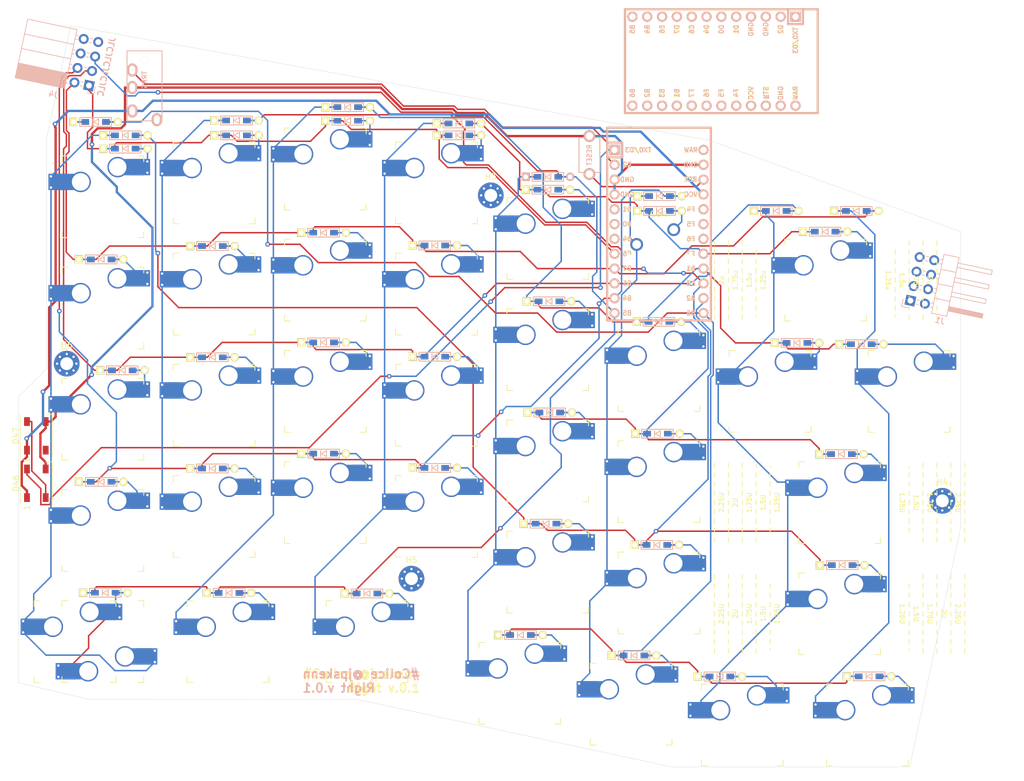
<source format=kicad_pcb>
(kicad_pcb (version 20171130) (host pcbnew "(5.1.5-0-10_14)")
  (layers (0 F.Cu signal) (31 B.Cu signal) (34 B.Paste user) (35 F.Paste user) (36 B.SilkS user) (37 F.SilkS user) (38 B.Mask user) (39 F.Mask user) (44 Edge.Cuts user))
  (net 0 "")
  (net 1 pin6)
  (net 2 pin1)
  (net 3 pin2)
  (net 4 pin3)
  (net 5 pin4)
  (net 6 pin5)
  (net 7 pin7)
  (net 8 "Net-(D8-Pad2)")
  (net 9 "Net-(D9-Pad2)")
  (net 10 "Net-(D11-Pad2)")
  (net 11 "Net-(D12-Pad2)")
  (net 12 pin8)
  (net 13 "Net-(D14-Pad2)")
  (net 14 "Net-(D17-Pad2)")
  (net 15 "Net-(D18-Pad2)")
  (net 16 pin9)
  (net 17 "Net-(D20-Pad2)")
  (net 18 "Net-(D21-Pad2)")
  (net 19 "Net-(D23-Pad2)")
  (net 20 "Net-(D24-Pad2)")
  (net 21 pin10)
  (net 22 "Net-(D26-Pad2)")
  (net 23 "Net-(D27-Pad2)")
  (net 24 "Net-(D29-Pad2)")
  (net 25 "Net-(D30-Pad2)")
  (net 26 "Net-(D32-Pad2)")
  (net 27 "Net-(D35-Pad2)")
  (net 28 "Net-(D36-Pad2)")
  (net 29 "Net-(D38-Pad2)")
  (net 30 "Net-(D45-Pad2)")
  (net 31 "Net-(D46-Pad2)")
  (net 32 "Net-(D47-Pad2)")
  (net 33 data)
  (net 34 led)
  (net 35 GND1)
  (net 36 VCC)
  (net 37 "Net-(J3-PadA)")
  (net 38 "Net-(J4-Pad6)")
  (net 39 "Net-(J4-Pad7)")
  (net 40 "Net-(J4-Pad8)")
  (net 41 reset)
  (net 42 "Net-(U1-Pad24)")
  (net 43 "Net-(D1-Pad1)")
  (net 44 "Net-(D2-Pad2)")
  (net 45 "Net-(D5-Pad2)")
  (net 46 "Net-(D6-Pad2)")
  (net 47 "Net-(D7-Pad2)")
  (net 48 "Net-(D13-Pad2)")
  (net 49 "Net-(D19-Pad2)")
  (net 50 "Net-(D25-Pad2)")
  (net 51 "Net-(D31-Pad2)")
  (net 52 "Net-(D37-Pad2)")
  (net 53 "Net-(D3-Pad2)")
  (net 54 "Net-(D4-Pad1)")
  (net 55 "Net-(D10-Pad1)")
  (net 56 "Net-(D16-Pad1)")
  (net 57 "Net-(D22-Pad1)")
  (net 58 "Net-(D28-Pad1)")
  (net 59 "Net-(D34-Pad1)")
  (net 60 "Net-(U1-Pad5)")
  (net 61 "Net-(U1-Pad6)")
  (net 62 "Net-(U1-Pad7)")
  (net 63 "Net-(U1-Pad18)")
  (net 64 "Net-(U1-Pad19)")
  (net 65 "Net-(U1-Pad20)")
  (net 66 "Net-(D15-Pad1)")
  (net 67 "Net-(D48-Pad2)")
  (net 68 "Net-(D49-Pad2)")
  (net 69 "Net-(D50-Pad2)")
  (net 70 "Net-(D51-Pad2)")
  (net 71 "Net-(D52-Pad2)")
  (net 72 "Net-(D53-Pad2)")
  (net 73 "Net-(D40-Pad1)")
  (net 74 "Net-(J1-Pad6)")
  (net 75 "Net-(J1-Pad7)")
  (net 76 "Net-(J1-Pad8)")
  (module SMK_keebio:ArduinoProMicro (layer F.Cu) (at 135.636 20.828 180)
    (fp_text reference U1 hide)
    (fp_text value ProMicro hide)
    (fp_text user D2 (at -11.43 5.461 90) (layer B.SilkS) (effects (font (size 0.8 0.8)) (justify mirror)))
    (fp_text user D0 (at -1.27 5.461 90) (layer B.SilkS) (effects (font (size 0.8 0.8)) (justify mirror)))
    (fp_text user D1 (at -3.81 5.461 90) (layer B.SilkS) (effects (font (size 0.8 0.8)) (justify mirror)))
    (fp_text user GND (at -6.35 5.461 90) (layer B.SilkS) (effects (font (size 0.8 0.8)) (justify mirror)))
    (fp_text user GND (at -8.89 5.461 90) (layer B.SilkS) (effects (font (size 0.8 0.8)) (justify mirror)))
    (fp_text user D4 (at 1.27 5.461 90) (layer B.SilkS) (effects (font (size 0.8 0.8)) (justify mirror)))
    (fp_text user C6 (at 3.81 5.461 90) (layer B.SilkS) (effects (font (size 0.8 0.8)) (justify mirror)))
    (fp_text user D7 (at 6.35 5.461 90) (layer B.SilkS) (effects (font (size 0.8 0.8)) (justify mirror)))
    (fp_text user E6 (at 8.89 5.461 90) (layer B.SilkS) (effects (font (size 0.8 0.8)) (justify mirror)))
    (fp_text user B4 (at 11.43 5.461 90) (layer B.SilkS) (effects (font (size 0.8 0.8)) (justify mirror)))
    (fp_text user B5 (at 13.97 5.461 90) (layer B.SilkS) (effects (font (size 0.8 0.8)) (justify mirror)))
    (fp_text user B6 (at 13.97 -5.461 90) (layer B.SilkS) (effects (font (size 0.8 0.8)) (justify mirror)))
    (fp_text user B2 (at 11.43 -5.461 90) (layer F.SilkS) (effects (font (size 0.8 0.8))))
    (fp_text user B3 (at 8.89 -5.461 90) (layer B.SilkS) (effects (font (size 0.8 0.8)) (justify mirror)))
    (fp_text user B1 (at 6.35 -5.461 90) (layer B.SilkS) (effects (font (size 0.8 0.8)) (justify mirror)))
    (fp_text user F7 (at 3.81 -5.461 90) (layer F.SilkS) (effects (font (size 0.8 0.8))))
    (fp_text user F6 (at 1.27 -5.461 90) (layer F.SilkS) (effects (font (size 0.8 0.8))))
    (fp_text user F5 (at -1.27 -5.461 90) (layer F.SilkS) (effects (font (size 0.8 0.8))))
    (fp_text user F4 (at -3.81 -5.461 90) (layer B.SilkS) (effects (font (size 0.8 0.8)) (justify mirror)))
    (fp_text user VCC (at -6.35 -5.461 90) (layer B.SilkS) (effects (font (size 0.8 0.8)) (justify mirror)))
    (fp_text user GND (at -11.43 -5.461 90) (layer B.SilkS) (effects (font (size 0.8 0.8)) (justify mirror)))
    (fp_text user RAW (at -13.97 -5.461 90) (layer B.SilkS) (effects (font (size 0.8 0.8)) (justify mirror)))
    (fp_text user RAW (at -13.97 -5.461 90) (layer F.SilkS) (effects (font (size 0.8 0.8))))
    (fp_text user GND (at -11.43 -5.461 90) (layer F.SilkS) (effects (font (size 0.8 0.8))))
    (fp_text user ST (at -8.92 -5.73312 90) (layer F.SilkS) (effects (font (size 0.8 0.8))))
    (fp_text user VCC (at -6.35 -5.461 90) (layer F.SilkS) (effects (font (size 0.8 0.8))))
    (fp_text user F4 (at -3.81 -5.461 90) (layer F.SilkS) (effects (font (size 0.8 0.8))))
    (fp_text user F5 (at -1.27 -5.461 90) (layer B.SilkS) (effects (font (size 0.8 0.8)) (justify mirror)))
    (fp_text user F6 (at 1.27 -5.461 90) (layer B.SilkS) (effects (font (size 0.8 0.8)) (justify mirror)))
    (fp_text user F7 (at 3.81 -5.461 90) (layer B.SilkS) (effects (font (size 0.8 0.8)) (justify mirror)))
    (fp_text user B1 (at 6.35 -5.461 90) (layer F.SilkS) (effects (font (size 0.8 0.8))))
    (fp_text user B3 (at 8.89 -5.461 90) (layer F.SilkS) (effects (font (size 0.8 0.8))))
    (fp_text user B2 (at 11.43 -5.461 90) (layer B.SilkS) (effects (font (size 0.8 0.8)) (justify mirror)))
    (fp_text user B6 (at 13.97 -5.461 90) (layer F.SilkS) (effects (font (size 0.8 0.8))))
    (fp_text user B5 (at 13.97 5.461 90) (layer F.SilkS) (effects (font (size 0.8 0.8))))
    (fp_text user B4 (at 11.43 5.461 90) (layer F.SilkS) (effects (font (size 0.8 0.8))))
    (fp_text user E6 (at 8.89 5.461 90) (layer F.SilkS) (effects (font (size 0.8 0.8))))
    (fp_text user D7 (at 6.35 5.461 90) (layer F.SilkS) (effects (font (size 0.8 0.8))))
    (fp_text user C6 (at 3.81 5.461 90) (layer F.SilkS) (effects (font (size 0.8 0.8))))
    (fp_text user D4 (at 1.27 5.461 90) (layer F.SilkS) (effects (font (size 0.8 0.8))))
    (fp_text user GND (at -8.89 5.461 90) (layer F.SilkS) (effects (font (size 0.8 0.8))))
    (fp_text user GND (at -6.35 5.461 90) (layer F.SilkS) (effects (font (size 0.8 0.8))))
    (fp_text user D1 (at -3.81 5.461 90) (layer F.SilkS) (effects (font (size 0.8 0.8))))
    (fp_text user D0 (at -1.27 5.461 90) (layer F.SilkS) (effects (font (size 0.8 0.8))))
    (fp_text user D2 (at -11.43 5.461 90) (layer F.SilkS) (effects (font (size 0.8 0.8))))
    (fp_text user TX0/D3 (at -13.97 3.571872 90) (layer B.SilkS) (effects (font (size 0.8 0.8)) (justify mirror)))
    (fp_text user TX0/D3 (at -13.97 3.571872 90) (layer F.SilkS) (effects (font (size 0.8 0.8))))
    (fp_text user ST (at -8.91 -5.04 90) (layer B.SilkS) (effects (font (size 0.8 0.8)) (justify mirror)))
    (pad 1 thru_hole rect (at -13.97 7.62 180) (size 1.7526 1.7526) (drill 1.0922) (layers *.Cu *.SilkS *.Mask))
    (pad 2 thru_hole circle (at -11.43 7.62 180) (size 1.7526 1.7526) (drill 1.0922) (layers *.Cu *.SilkS *.Mask))
    (pad 3 thru_hole circle (at -8.89 7.62 180) (size 1.7526 1.7526) (drill 1.0922) (layers *.Cu *.SilkS *.Mask))
    (pad 4 thru_hole circle (at -6.35 7.62 180) (size 1.7526 1.7526) (drill 1.0922) (layers *.Cu *.SilkS *.Mask))
    (pad 5 thru_hole circle (at -3.81 7.62 180) (size 1.7526 1.7526) (drill 1.0922) (layers *.Cu *.SilkS *.Mask))
    (pad 6 thru_hole circle (at -1.27 7.62 180) (size 1.7526 1.7526) (drill 1.0922) (layers *.Cu *.SilkS *.Mask))
    (pad 7 thru_hole circle (at 1.27 7.62 180) (size 1.7526 1.7526) (drill 1.0922) (layers *.Cu *.SilkS *.Mask))
    (pad 8 thru_hole circle (at 3.81 7.62 180) (size 1.7526 1.7526) (drill 1.0922) (layers *.Cu *.SilkS *.Mask))
    (pad 9 thru_hole circle (at 6.35 7.62 180) (size 1.7526 1.7526) (drill 1.0922) (layers *.Cu *.SilkS *.Mask))
    (pad 10 thru_hole circle (at 8.89 7.62 180) (size 1.7526 1.7526) (drill 1.0922) (layers *.Cu *.SilkS *.Mask))
    (pad 11 thru_hole circle (at 11.43 7.62 180) (size 1.7526 1.7526) (drill 1.0922) (layers *.Cu *.SilkS *.Mask))
    (pad 13 thru_hole circle (at 13.97 -7.62 180) (size 1.7526 1.7526) (drill 1.0922) (layers *.Cu *.SilkS *.Mask))
    (pad 14 thru_hole circle (at 11.43 -7.62 180) (size 1.7526 1.7526) (drill 1.0922) (layers *.Cu *.SilkS *.Mask))
    (pad 15 thru_hole circle (at 8.89 -7.62 180) (size 1.7526 1.7526) (drill 1.0922) (layers *.Cu *.SilkS *.Mask))
    (pad 16 thru_hole circle (at 6.35 -7.62 180) (size 1.7526 1.7526) (drill 1.0922) (layers *.Cu *.SilkS *.Mask))
    (pad 17 thru_hole circle (at 3.81 -7.62 180) (size 1.7526 1.7526) (drill 1.0922) (layers *.Cu *.SilkS *.Mask))
    (pad 18 thru_hole circle (at 1.27 -7.62 180) (size 1.7526 1.7526) (drill 1.0922) (layers *.Cu *.SilkS *.Mask))
    (pad 19 thru_hole circle (at -1.27 -7.62 180) (size 1.7526 1.7526) (drill 1.0922) (layers *.Cu *.SilkS *.Mask))
    (pad 20 thru_hole circle (at -3.81 -7.62 180) (size 1.7526 1.7526) (drill 1.0922) (layers *.Cu *.SilkS *.Mask))
    (pad 21 thru_hole circle (at -6.35 -7.62 180) (size 1.7526 1.7526) (drill 1.0922) (layers *.Cu *.SilkS *.Mask))
    (pad 22 thru_hole circle (at -8.89 -7.62 180) (size 1.7526 1.7526) (drill 1.0922) (layers *.Cu *.SilkS *.Mask))
    (pad 23 thru_hole circle (at -11.43 -7.62 180) (size 1.7526 1.7526) (drill 1.0922) (layers *.Cu *.SilkS *.Mask))
    (pad 12 thru_hole circle (at 13.97 7.62 180) (size 1.7526 1.7526) (drill 1.0922) (layers *.Cu *.SilkS *.Mask))
    (pad 24 thru_hole circle (at -13.97 -7.62 180) (size 1.7526 1.7526) (drill 1.0922) (layers *.Cu *.SilkS *.Mask))
  )
  (module SMK_foostan:CherryMX_Hotswap_v2 (layer F.Cu) (at 154.78125 58.34087)
    (fp_text reference SW41)
    (fp_text value SW_Push)
    (pad 2 smd rect (at 5.842 -5.08) (size 4.5 2.8) (layers B.Cu) (net 44 "Net-(D2-Pad2)"))
    (pad 1 smd rect (at -7.085 -2.54) (size 4.5 2.8) (layers B.Cu) (net 43 "Net-(D1-Pad1)"))
    (pad 2 thru_hole circle (at 7.62 -4.118) (size 0.8 0.8) (drill 0.4) (layers *.Cu) (net 44 "Net-(D2-Pad2)"))
    (pad 1 thru_hole circle (at -8.89 -1.578) (size 0.8 0.8) (drill 0.4) (layers *.Cu) (net 43 "Net-(D1-Pad1)"))
    (pad 2 thru_hole circle (at 7.62 -6.042) (size 0.8 0.8) (drill 0.4) (layers *.Cu) (net 44 "Net-(D2-Pad2)"))
    (pad 1 thru_hole circle (at -8.89 -3.502) (size 0.8 0.8) (drill 0.4) (layers *.Cu) (net 43 "Net-(D1-Pad1)"))
    (pad 2 smd rect (at 5.815 -5.08) (size 2.55 2.8) (layers B.Cu B.Paste B.Mask) (net 44 "Net-(D2-Pad2)"))
    (pad 1 smd rect (at -7.085 -2.54) (size 2.55 2.8) (layers B.Cu B.Paste B.Mask) (net 43 "Net-(D1-Pad1)"))
    (pad "" np_thru_hole circle (at 5.08 0 48.0996) (size 1.75 1.75) (drill 1.75) (layers *.Cu *.Mask))
    (pad "" np_thru_hole circle (at -5.08 0 48.0996) (size 1.75 1.75) (drill 1.75) (layers *.Cu *.Mask))
    (pad 1 thru_hole circle (at -3.81 -2.54) (size 3.5 3.5) (drill 3) (layers *.Cu) (net 43 "Net-(D1-Pad1)"))
    (pad "" np_thru_hole circle (at 0 0) (size 3.9878 3.9878) (drill 3.9878) (layers *.Cu *.Mask))
    (pad 2 thru_hole circle (at 2.54 -5.08) (size 3.5 3.5) (drill 3) (layers *.Cu) (net 44 "Net-(D2-Pad2)"))
  )
  (module SMK_SU120:D3_TH_SMD (layer F.Cu) (at 136.652 126.238)
    (fp_text reference D3 hide)
    (fp_text value D hide)
    (pad 2 smd rect (at 1.775 0) (size 1.3 0.95) (layers F.Cu F.Paste F.Mask) (net 53 "Net-(D3-Pad2)"))
    (pad 2 thru_hole circle (at 3.81 0) (size 1.397 1.397) (drill 0.8128) (layers *.Cu *.Mask F.SilkS) (net 53 "Net-(D3-Pad2)"))
    (pad 1 thru_hole rect (at -3.81 0) (size 1.397 1.397) (drill 0.8128) (layers *.Cu *.Mask F.SilkS) (net 6 pin5))
    (pad 1 smd rect (at -1.775 0) (size 1.3 0.95) (layers B.Cu B.Paste B.Mask) (net 6 pin5))
    (pad 2 smd rect (at 1.775 0) (size 1.3 0.95) (layers B.Cu B.Paste B.Mask) (net 53 "Net-(D3-Pad2)"))
    (pad 1 smd rect (at -1.775 0) (size 1.3 0.95) (layers F.Cu F.Paste F.Mask) (net 6 pin5))
  )
  (module SMK_foostan:CherryMX_Hotswap_v2 (layer F.Cu) (at 140.49375 134.54119)
    (fp_text reference SW3)
    (fp_text value SW_Push)
    (pad 2 thru_hole circle (at 2.54 -5.08) (size 3.5 3.5) (drill 3) (layers *.Cu) (net 53 "Net-(D3-Pad2)"))
    (pad "" np_thru_hole circle (at 0 0) (size 3.9878 3.9878) (drill 3.9878) (layers *.Cu *.Mask))
    (pad 1 thru_hole circle (at -3.81 -2.54) (size 3.5 3.5) (drill 3) (layers *.Cu) (net 43 "Net-(D1-Pad1)"))
    (pad "" np_thru_hole circle (at -5.08 0 48.0996) (size 1.75 1.75) (drill 1.75) (layers *.Cu *.Mask))
    (pad "" np_thru_hole circle (at 5.08 0 48.0996) (size 1.75 1.75) (drill 1.75) (layers *.Cu *.Mask))
    (pad 1 smd rect (at -7.084999 -2.54) (size 2.55 2.8) (layers B.Cu B.Paste B.Mask) (net 43 "Net-(D1-Pad1)"))
    (pad 2 smd rect (at 5.815 -5.08) (size 2.55 2.8) (layers B.Cu B.Paste B.Mask) (net 53 "Net-(D3-Pad2)"))
    (pad 1 thru_hole circle (at -8.89 -3.502) (size 0.8 0.8) (drill 0.4) (layers *.Cu) (net 43 "Net-(D1-Pad1)"))
    (pad 2 thru_hole circle (at 7.62 -6.042) (size 0.8 0.8) (drill 0.4) (layers *.Cu) (net 53 "Net-(D3-Pad2)"))
    (pad 1 thru_hole circle (at -8.89 -1.578) (size 0.8 0.8) (drill 0.4) (layers *.Cu) (net 43 "Net-(D1-Pad1)"))
    (pad 2 thru_hole circle (at 7.62 -4.118) (size 0.8 0.8) (drill 0.4) (layers *.Cu) (net 53 "Net-(D3-Pad2)"))
    (pad 1 smd rect (at -7.085 -2.54) (size 4.5 2.8) (layers B.Cu) (net 43 "Net-(D1-Pad1)"))
    (pad 2 smd rect (at 5.842 -5.08) (size 4.5 2.8) (layers B.Cu) (net 53 "Net-(D3-Pad2)"))
  )
  (module SMK_foostan:CherryMX_Hotswap_v2 (layer F.Cu) (at 169.06875 77.39095)
    (fp_text reference SW39)
    (fp_text value SW_Push)
    (pad 2 smd rect (at 5.842 -5.08) (size 4.5 2.8) (layers B.Cu) (net 67 "Net-(D48-Pad2)"))
    (pad 1 smd rect (at -7.085 -2.54) (size 4.5 2.8) (layers B.Cu) (net 66 "Net-(D15-Pad1)"))
    (pad 2 thru_hole circle (at 7.62 -4.118) (size 0.8 0.8) (drill 0.4) (layers *.Cu) (net 67 "Net-(D48-Pad2)"))
    (pad 1 thru_hole circle (at -8.89 -1.578) (size 0.8 0.8) (drill 0.4) (layers *.Cu) (net 66 "Net-(D15-Pad1)"))
    (pad 2 thru_hole circle (at 7.62 -6.042) (size 0.8 0.8) (drill 0.4) (layers *.Cu) (net 67 "Net-(D48-Pad2)"))
    (pad 1 thru_hole circle (at -8.89 -3.502) (size 0.8 0.8) (drill 0.4) (layers *.Cu) (net 66 "Net-(D15-Pad1)"))
    (pad 2 smd rect (at 5.815 -5.08) (size 2.55 2.8) (layers B.Cu B.Paste B.Mask) (net 67 "Net-(D48-Pad2)"))
    (pad 1 smd rect (at -7.085 -2.54) (size 2.55 2.8) (layers B.Cu B.Paste B.Mask) (net 66 "Net-(D15-Pad1)"))
    (pad "" np_thru_hole circle (at 5.08 0 48.0996) (size 1.75 1.75) (drill 1.75) (layers *.Cu *.Mask))
    (pad "" np_thru_hole circle (at -5.08 0 48.0996) (size 1.75 1.75) (drill 1.75) (layers *.Cu *.Mask))
    (pad 1 thru_hole circle (at -3.81 -2.54) (size 3.5 3.5) (drill 3) (layers *.Cu) (net 66 "Net-(D15-Pad1)"))
    (pad "" np_thru_hole circle (at 0 0) (size 3.9878 3.9878) (drill 3.9878) (layers *.Cu *.Mask))
    (pad 2 thru_hole circle (at 2.54 -5.08) (size 3.5 3.5) (drill 3) (layers *.Cu) (net 67 "Net-(D48-Pad2)"))
  )
  (module SMK_foostan:CherryMX_Hotswap_v2 (layer F.Cu) (at 145.25625 77.39095)
    (fp_text reference SW42)
    (fp_text value SW_Push)
    (pad 2 thru_hole circle (at 2.54 -5.08) (size 3.5 3.5) (drill 3) (layers *.Cu) (net 69 "Net-(D50-Pad2)"))
    (pad "" np_thru_hole circle (at 0 0) (size 3.9878 3.9878) (drill 3.9878) (layers *.Cu *.Mask))
    (pad 1 thru_hole circle (at -3.81 -2.54) (size 3.5 3.5) (drill 3) (layers *.Cu) (net 43 "Net-(D1-Pad1)"))
    (pad "" np_thru_hole circle (at -5.08 0 48.0996) (size 1.75 1.75) (drill 1.75) (layers *.Cu *.Mask))
    (pad "" np_thru_hole circle (at 5.08 0 48.0996) (size 1.75 1.75) (drill 1.75) (layers *.Cu *.Mask))
    (pad 1 smd rect (at -7.085 -2.54) (size 2.55 2.8) (layers B.Cu B.Paste B.Mask) (net 43 "Net-(D1-Pad1)"))
    (pad 2 smd rect (at 5.815 -5.08) (size 2.55 2.8) (layers B.Cu B.Paste B.Mask) (net 69 "Net-(D50-Pad2)"))
    (pad 1 thru_hole circle (at -8.89 -3.502) (size 0.8 0.8) (drill 0.4) (layers *.Cu) (net 43 "Net-(D1-Pad1)"))
    (pad 2 thru_hole circle (at 7.62 -6.042) (size 0.8 0.8) (drill 0.4) (layers *.Cu) (net 69 "Net-(D50-Pad2)"))
    (pad 1 thru_hole circle (at -8.89 -1.578) (size 0.8 0.8) (drill 0.4) (layers *.Cu) (net 43 "Net-(D1-Pad1)"))
    (pad 2 thru_hole circle (at 7.62 -4.118) (size 0.8 0.8) (drill 0.4) (layers *.Cu) (net 69 "Net-(D50-Pad2)"))
    (pad 1 smd rect (at -7.085 -2.54) (size 4.5 2.8) (layers B.Cu) (net 43 "Net-(D1-Pad1)"))
    (pad 2 smd rect (at 5.842 -5.08) (size 4.5 2.8) (layers B.Cu) (net 69 "Net-(D50-Pad2)"))
  )
  (module SMK_SU120:D3_TH_SMD (layer F.Cu) (at 149.86 69.088)
    (fp_text reference D50 hide)
    (fp_text value D hide)
    (pad 1 smd rect (at -1.775 0) (size 1.3 0.95) (layers F.Cu F.Paste F.Mask) (net 3 pin2))
    (pad 2 smd rect (at 1.775 0) (size 1.3 0.95) (layers B.Cu B.Paste B.Mask) (net 69 "Net-(D50-Pad2)"))
    (pad 1 smd rect (at -1.775 0) (size 1.3 0.95) (layers B.Cu B.Paste B.Mask) (net 3 pin2))
    (pad 1 thru_hole rect (at -3.81 0) (size 1.397 1.397) (drill 0.8128) (layers *.Cu *.Mask F.SilkS) (net 3 pin2))
    (pad 2 thru_hole circle (at 3.81 0) (size 1.397 1.397) (drill 0.8128) (layers *.Cu *.Mask F.SilkS) (net 69 "Net-(D50-Pad2)"))
    (pad 2 smd rect (at 1.775 0) (size 1.3 0.95) (layers F.Cu F.Paste F.Mask) (net 69 "Net-(D50-Pad2)"))
  )
  (module SMK_SU120:D3_TH_SMD (layer F.Cu) (at 34.798 33.528)
    (fp_text reference D34 hide)
    (fp_text value D hide)
    (pad 1 smd rect (at -1.775 0) (size 1.3 0.95) (layers F.Cu F.Paste F.Mask) (net 59 "Net-(D34-Pad1)"))
    (pad 2 smd rect (at 1.775 0) (size 1.3 0.95) (layers B.Cu B.Paste B.Mask) (net 5 pin4))
    (pad 1 smd rect (at -1.775 0) (size 1.3 0.95) (layers B.Cu B.Paste B.Mask) (net 59 "Net-(D34-Pad1)"))
    (pad 1 thru_hole rect (at -3.81 0) (size 1.397 1.397) (drill 0.8128) (layers *.Cu *.Mask F.SilkS) (net 59 "Net-(D34-Pad1)"))
    (pad 2 thru_hole circle (at 3.81 0) (size 1.397 1.397) (drill 0.8128) (layers *.Cu *.Mask F.SilkS) (net 5 pin4))
    (pad 2 smd rect (at 1.775 0) (size 1.3 0.95) (layers F.Cu F.Paste F.Mask) (net 5 pin4))
  )
  (module SMK_keebio:ArduinoProMicro (layer F.Cu) (at 126.2253 50.006175 270)
    (fp_text reference U1 hide)
    (fp_text value ProMicro hide)
    (fp_text user D2 (at -11.43 5.461) (layer B.SilkS) (effects (font (size 0.8 0.8)) (justify mirror)))
    (fp_text user D0 (at -1.27 5.461) (layer B.SilkS) (effects (font (size 0.8 0.8)) (justify mirror)))
    (fp_text user D1 (at -3.81 5.461) (layer B.SilkS) (effects (font (size 0.8 0.8)) (justify mirror)))
    (fp_text user GND (at -6.35 5.461) (layer B.SilkS) (effects (font (size 0.8 0.8)) (justify mirror)))
    (fp_text user GND (at -8.89 5.461) (layer B.SilkS) (effects (font (size 0.8 0.8)) (justify mirror)))
    (fp_text user D4 (at 1.27 5.461) (layer B.SilkS) (effects (font (size 0.8 0.8)) (justify mirror)))
    (fp_text user C6 (at 3.81 5.461) (layer B.SilkS) (effects (font (size 0.8 0.8)) (justify mirror)))
    (fp_text user D7 (at 6.35 5.461) (layer B.SilkS) (effects (font (size 0.8 0.8)) (justify mirror)))
    (fp_text user E6 (at 8.89 5.461) (layer B.SilkS) (effects (font (size 0.8 0.8)) (justify mirror)))
    (fp_text user B4 (at 11.43 5.461) (layer B.SilkS) (effects (font (size 0.8 0.8)) (justify mirror)))
    (fp_text user B5 (at 13.97 5.461) (layer B.SilkS) (effects (font (size 0.8 0.8)) (justify mirror)))
    (fp_text user B6 (at 13.97 -5.461) (layer B.SilkS) (effects (font (size 0.8 0.8)) (justify mirror)))
    (fp_text user B2 (at 11.43 -5.461) (layer F.SilkS) (effects (font (size 0.8 0.8))))
    (fp_text user B3 (at 8.89 -5.461) (layer B.SilkS) (effects (font (size 0.8 0.8)) (justify mirror)))
    (fp_text user B1 (at 6.35 -5.461) (layer B.SilkS) (effects (font (size 0.8 0.8)) (justify mirror)))
    (fp_text user F7 (at 3.81 -5.461) (layer F.SilkS) (effects (font (size 0.8 0.8))))
    (fp_text user F6 (at 1.27 -5.461) (layer F.SilkS) (effects (font (size 0.8 0.8))))
    (fp_text user F5 (at -1.27 -5.461) (layer F.SilkS) (effects (font (size 0.8 0.8))))
    (fp_text user F4 (at -3.81 -5.461) (layer B.SilkS) (effects (font (size 0.8 0.8)) (justify mirror)))
    (fp_text user VCC (at -6.35 -5.461) (layer B.SilkS) (effects (font (size 0.8 0.8)) (justify mirror)))
    (fp_text user GND (at -11.43 -5.461) (layer B.SilkS) (effects (font (size 0.8 0.8)) (justify mirror)))
    (fp_text user RAW (at -13.97 -5.461) (layer B.SilkS) (effects (font (size 0.8 0.8)) (justify mirror)))
    (fp_text user RAW (at -13.97 -5.461) (layer F.SilkS) (effects (font (size 0.8 0.8))))
    (fp_text user GND (at -11.43 -5.461) (layer F.SilkS) (effects (font (size 0.8 0.8))))
    (fp_text user ST (at -8.92 -5.73312) (layer F.SilkS) (effects (font (size 0.8 0.8))))
    (fp_text user VCC (at -6.35 -5.461) (layer F.SilkS) (effects (font (size 0.8 0.8))))
    (fp_text user F4 (at -3.81 -5.461) (layer F.SilkS) (effects (font (size 0.8 0.8))))
    (fp_text user F5 (at -1.27 -5.461) (layer B.SilkS) (effects (font (size 0.8 0.8)) (justify mirror)))
    (fp_text user F6 (at 1.27 -5.461) (layer B.SilkS) (effects (font (size 0.8 0.8)) (justify mirror)))
    (fp_text user F7 (at 3.81 -5.461) (layer B.SilkS) (effects (font (size 0.8 0.8)) (justify mirror)))
    (fp_text user B1 (at 6.35 -5.461) (layer F.SilkS) (effects (font (size 0.8 0.8))))
    (fp_text user B3 (at 8.89 -5.461) (layer F.SilkS) (effects (font (size 0.8 0.8))))
    (fp_text user B2 (at 11.43 -5.461) (layer B.SilkS) (effects (font (size 0.8 0.8)) (justify mirror)))
    (fp_text user B6 (at 13.97 -5.461) (layer F.SilkS) (effects (font (size 0.8 0.8))))
    (fp_text user B5 (at 13.97 5.461) (layer F.SilkS) (effects (font (size 0.8 0.8))))
    (fp_text user B4 (at 11.43 5.461) (layer F.SilkS) (effects (font (size 0.8 0.8))))
    (fp_text user E6 (at 8.89 5.461) (layer F.SilkS) (effects (font (size 0.8 0.8))))
    (fp_text user D7 (at 6.35 5.461) (layer F.SilkS) (effects (font (size 0.8 0.8))))
    (fp_text user C6 (at 3.81 5.461) (layer F.SilkS) (effects (font (size 0.8 0.8))))
    (fp_text user D4 (at 1.27 5.461) (layer F.SilkS) (effects (font (size 0.8 0.8))))
    (fp_text user GND (at -8.89 5.461) (layer F.SilkS) (effects (font (size 0.8 0.8))))
    (fp_text user GND (at -6.35 5.461) (layer F.SilkS) (effects (font (size 0.8 0.8))))
    (fp_text user D1 (at -3.81 5.461) (layer F.SilkS) (effects (font (size 0.8 0.8))))
    (fp_text user D0 (at -1.27 5.461) (layer F.SilkS) (effects (font (size 0.8 0.8))))
    (fp_text user D2 (at -11.43 5.461) (layer F.SilkS) (effects (font (size 0.8 0.8))))
    (fp_text user TX0/D3 (at -13.97 3.571872) (layer B.SilkS) (effects (font (size 0.8 0.8)) (justify mirror)))
    (fp_text user TX0/D3 (at -13.97 3.571872) (layer F.SilkS) (effects (font (size 0.8 0.8))))
    (fp_text user ST (at -8.91 -5.04) (layer B.SilkS) (effects (font (size 0.8 0.8)) (justify mirror)))
    (pad 1 thru_hole rect (at -13.97 7.62 270) (size 1.7526 1.7526) (drill 1.0922) (layers *.Cu *.SilkS *.Mask) (net 34 led))
    (pad 2 thru_hole circle (at -11.43 7.62 270) (size 1.7526 1.7526) (drill 1.0922) (layers *.Cu *.SilkS *.Mask) (net 33 data))
    (pad 3 thru_hole circle (at -8.89 7.62 270) (size 1.7526 1.7526) (drill 1.0922) (layers *.Cu *.SilkS *.Mask) (net 35 GND1))
    (pad 4 thru_hole circle (at -6.35 7.62 270) (size 1.7526 1.7526) (drill 1.0922) (layers *.Cu *.SilkS *.Mask) (net 35 GND1))
    (pad 5 thru_hole circle (at -3.81 7.62 270) (size 1.7526 1.7526) (drill 1.0922) (layers *.Cu *.SilkS *.Mask) (net 60 "Net-(U1-Pad5)"))
    (pad 6 thru_hole circle (at -1.27 7.62 270) (size 1.7526 1.7526) (drill 1.0922) (layers *.Cu *.SilkS *.Mask) (net 61 "Net-(U1-Pad6)"))
    (pad 7 thru_hole circle (at 1.27 7.62 270) (size 1.7526 1.7526) (drill 1.0922) (layers *.Cu *.SilkS *.Mask) (net 62 "Net-(U1-Pad7)"))
    (pad 8 thru_hole circle (at 3.81 7.62 270) (size 1.7526 1.7526) (drill 1.0922) (layers *.Cu *.SilkS *.Mask) (net 1 pin6))
    (pad 9 thru_hole circle (at 6.35 7.62 270) (size 1.7526 1.7526) (drill 1.0922) (layers *.Cu *.SilkS *.Mask) (net 7 pin7))
    (pad 10 thru_hole circle (at 8.89 7.62 270) (size 1.7526 1.7526) (drill 1.0922) (layers *.Cu *.SilkS *.Mask) (net 12 pin8))
    (pad 11 thru_hole circle (at 11.43 7.62 270) (size 1.7526 1.7526) (drill 1.0922) (layers *.Cu *.SilkS *.Mask) (net 16 pin9))
    (pad 13 thru_hole circle (at 13.97 -7.62 270) (size 1.7526 1.7526) (drill 1.0922) (layers *.Cu *.SilkS *.Mask) (net 6 pin5))
    (pad 14 thru_hole circle (at 11.43 -7.62 270) (size 1.7526 1.7526) (drill 1.0922) (layers *.Cu *.SilkS *.Mask) (net 5 pin4))
    (pad 15 thru_hole circle (at 8.89 -7.62 270) (size 1.7526 1.7526) (drill 1.0922) (layers *.Cu *.SilkS *.Mask) (net 4 pin3))
    (pad 16 thru_hole circle (at 6.35 -7.62 270) (size 1.7526 1.7526) (drill 1.0922) (layers *.Cu *.SilkS *.Mask) (net 3 pin2))
    (pad 17 thru_hole circle (at 3.81 -7.62 270) (size 1.7526 1.7526) (drill 1.0922) (layers *.Cu *.SilkS *.Mask) (net 2 pin1))
    (pad 18 thru_hole circle (at 1.27 -7.62 270) (size 1.7526 1.7526) (drill 1.0922) (layers *.Cu *.SilkS *.Mask) (net 63 "Net-(U1-Pad18)"))
    (pad 19 thru_hole circle (at -1.27 -7.62 270) (size 1.7526 1.7526) (drill 1.0922) (layers *.Cu *.SilkS *.Mask) (net 64 "Net-(U1-Pad19)"))
    (pad 20 thru_hole circle (at -3.81 -7.62 270) (size 1.7526 1.7526) (drill 1.0922) (layers *.Cu *.SilkS *.Mask) (net 65 "Net-(U1-Pad20)"))
    (pad 21 thru_hole circle (at -6.35 -7.62 270) (size 1.7526 1.7526) (drill 1.0922) (layers *.Cu *.SilkS *.Mask) (net 36 VCC))
    (pad 22 thru_hole circle (at -8.89 -7.62 270) (size 1.7526 1.7526) (drill 1.0922) (layers *.Cu *.SilkS *.Mask) (net 41 reset))
    (pad 23 thru_hole circle (at -11.43 -7.62 270) (size 1.7526 1.7526) (drill 1.0922) (layers *.Cu *.SilkS *.Mask) (net 35 GND1))
    (pad 12 thru_hole circle (at 13.97 7.62 270) (size 1.7526 1.7526) (drill 1.0922) (layers *.Cu *.SilkS *.Mask) (net 21 pin10))
    (pad 24 thru_hole circle (at -13.97 -7.62 270) (size 1.7526 1.7526) (drill 1.0922) (layers *.Cu *.SilkS *.Mask) (net 42 "Net-(U1-Pad24)"))
  )
  (module SMK_SU120:D3_TH_SMD (layer F.Cu) (at 29.718 31.242)
    (fp_text reference D40 hide)
    (fp_text value D hide)
    (pad 2 smd rect (at 1.775 0) (size 1.3 0.95) (layers F.Cu F.Paste F.Mask) (net 6 pin5))
    (pad 2 thru_hole circle (at 3.81 0) (size 1.397 1.397) (drill 0.8128) (layers *.Cu *.Mask F.SilkS) (net 6 pin5))
    (pad 1 thru_hole rect (at -3.81 0) (size 1.397 1.397) (drill 0.8128) (layers *.Cu *.Mask F.SilkS) (net 73 "Net-(D40-Pad1)"))
    (pad 1 smd rect (at -1.775 0) (size 1.3 0.95) (layers B.Cu B.Paste B.Mask) (net 73 "Net-(D40-Pad1)"))
    (pad 2 smd rect (at 1.775 0) (size 1.3 0.95) (layers B.Cu B.Paste B.Mask) (net 6 pin5))
    (pad 1 smd rect (at -1.775 0) (size 1.3 0.95) (layers F.Cu F.Paste F.Mask) (net 73 "Net-(D40-Pad1)"))
  )
  (module SMK_SU120:D3_TH_SMD (layer F.Cu) (at 126.20625 65.48465)
    (fp_text reference D6 hide)
    (fp_text value D hide)
    (pad 2 smd rect (at 1.775 0) (size 1.3 0.95) (layers F.Cu F.Paste F.Mask) (net 46 "Net-(D6-Pad2)"))
    (pad 2 thru_hole circle (at 3.81 0) (size 1.397 1.397) (drill 0.8128) (layers *.Cu *.Mask F.SilkS) (net 46 "Net-(D6-Pad2)"))
    (pad 1 thru_hole rect (at -3.81 0) (size 1.397 1.397) (drill 0.8128) (layers *.Cu *.Mask F.SilkS) (net 3 pin2))
    (pad 1 smd rect (at -1.775 0) (size 1.3 0.95) (layers B.Cu B.Paste B.Mask) (net 3 pin2))
    (pad 2 smd rect (at 1.775 0) (size 1.3 0.95) (layers B.Cu B.Paste B.Mask) (net 46 "Net-(D6-Pad2)"))
    (pad 1 smd rect (at -1.775 0) (size 1.3 0.95) (layers F.Cu F.Paste F.Mask) (net 3 pin2))
  )
  (module SMK_foostan:CherryMX_Hotswap_v2 (layer F.Cu) (at 121.44375 130.9693)
    (fp_text reference SW8)
    (fp_text value SW_Push)
    (pad 2 thru_hole circle (at 2.54 -5.08) (size 3.5 3.5) (drill 3) (layers *.Cu) (net 9 "Net-(D9-Pad2)"))
    (pad "" np_thru_hole circle (at 0 0) (size 3.9878 3.9878) (drill 3.9878) (layers *.Cu *.Mask))
    (pad 1 thru_hole circle (at -3.81 -2.54) (size 3.5 3.5) (drill 3) (layers *.Cu) (net 54 "Net-(D4-Pad1)"))
    (pad "" np_thru_hole circle (at -5.08 0 48.0996) (size 1.75 1.75) (drill 1.75) (layers *.Cu *.Mask))
    (pad "" np_thru_hole circle (at 5.08 0 48.0996) (size 1.75 1.75) (drill 1.75) (layers *.Cu *.Mask))
    (pad 1 smd rect (at -7.084999 -2.54) (size 2.55 2.8) (layers B.Cu B.Paste B.Mask) (net 54 "Net-(D4-Pad1)"))
    (pad 2 smd rect (at 5.815 -5.08) (size 2.55 2.8) (layers B.Cu B.Paste B.Mask) (net 9 "Net-(D9-Pad2)"))
    (pad 1 thru_hole circle (at -8.89 -3.502) (size 0.8 0.8) (drill 0.4) (layers *.Cu) (net 54 "Net-(D4-Pad1)"))
    (pad 2 thru_hole circle (at 7.62 -6.042) (size 0.8 0.8) (drill 0.4) (layers *.Cu) (net 9 "Net-(D9-Pad2)"))
    (pad 1 thru_hole circle (at -8.89 -1.578) (size 0.8 0.8) (drill 0.4) (layers *.Cu) (net 54 "Net-(D4-Pad1)"))
    (pad 2 thru_hole circle (at 7.62 -4.118) (size 0.8 0.8) (drill 0.4) (layers *.Cu) (net 9 "Net-(D9-Pad2)"))
    (pad 1 smd rect (at -7.085 -2.54) (size 4.5 2.8) (layers B.Cu) (net 54 "Net-(D4-Pad1)"))
    (pad 2 smd rect (at 5.842 -5.08) (size 4.5 2.8) (layers B.Cu) (net 9 "Net-(D9-Pad2)"))
  )
  (module SMK_SU120:D3_TH_SMD (layer F.Cu) (at 91.948 31.496)
    (fp_text reference D16 hide)
    (fp_text value D hide)
    (pad 2 smd rect (at 1.775 0) (size 1.3 0.95) (layers F.Cu F.Paste F.Mask) (net 2 pin1))
    (pad 2 thru_hole circle (at 3.81 0) (size 1.397 1.397) (drill 0.8128) (layers *.Cu *.Mask F.SilkS) (net 2 pin1))
    (pad 1 thru_hole rect (at -3.81 0) (size 1.397 1.397) (drill 0.8128) (layers *.Cu *.Mask F.SilkS) (net 56 "Net-(D16-Pad1)"))
    (pad 1 smd rect (at -1.775 0) (size 1.3 0.95) (layers B.Cu B.Paste B.Mask) (net 56 "Net-(D16-Pad1)"))
    (pad 2 smd rect (at 1.775 0) (size 1.3 0.95) (layers B.Cu B.Paste B.Mask) (net 2 pin1))
    (pad 1 smd rect (at -1.775 0) (size 1.3 0.95) (layers F.Cu F.Paste F.Mask) (net 56 "Net-(D16-Pad1)"))
  )
  (module SMK_SU120:D3_TH_SMD (layer F.Cu) (at 107.188 42.84655)
    (fp_text reference D11 hide)
    (fp_text value D hide)
    (pad 2 smd rect (at 1.775 0) (size 1.3 0.95) (layers F.Cu F.Paste F.Mask) (net 10 "Net-(D11-Pad2)"))
    (pad 2 thru_hole circle (at 3.81 0) (size 1.397 1.397) (drill 0.8128) (layers *.Cu *.Mask F.SilkS) (net 10 "Net-(D11-Pad2)"))
    (pad 1 thru_hole rect (at -3.81 0) (size 1.397 1.397) (drill 0.8128) (layers *.Cu *.Mask F.SilkS) (net 2 pin1))
    (pad 1 smd rect (at -1.775 0) (size 1.3 0.95) (layers B.Cu B.Paste B.Mask) (net 2 pin1))
    (pad 2 smd rect (at 1.775 0) (size 1.3 0.95) (layers B.Cu B.Paste B.Mask) (net 10 "Net-(D11-Pad2)"))
    (pad 1 smd rect (at -1.775 0) (size 1.3 0.95) (layers F.Cu F.Paste F.Mask) (net 2 pin1))
  )
  (module SMK_SU120:D3_TH_SMD (layer F.Cu) (at 146.304 46.482)
    (fp_text reference D1 hide)
    (fp_text value D hide)
    (pad 2 smd rect (at 1.775 0) (size 1.3 0.95) (layers F.Cu F.Paste F.Mask) (net 12 pin8))
    (pad 2 thru_hole circle (at 3.81 0) (size 1.397 1.397) (drill 0.8128) (layers *.Cu *.Mask F.SilkS) (net 12 pin8))
    (pad 1 thru_hole rect (at -3.81 0) (size 1.397 1.397) (drill 0.8128) (layers *.Cu *.Mask F.SilkS) (net 43 "Net-(D1-Pad1)"))
    (pad 1 smd rect (at -1.775 0) (size 1.3 0.95) (layers B.Cu B.Paste B.Mask) (net 43 "Net-(D1-Pad1)"))
    (pad 2 smd rect (at 1.775 0) (size 1.3 0.95) (layers B.Cu B.Paste B.Mask) (net 12 pin8))
    (pad 1 smd rect (at -1.775 0) (size 1.3 0.95) (layers F.Cu F.Paste F.Mask) (net 43 "Net-(D1-Pad1)"))
  )
  (module SMK_SU120:D3_TH_SMD (layer F.Cu) (at 154.686 50.038)
    (fp_text reference D2 hide)
    (fp_text value D hide)
    (pad 2 smd rect (at 1.775 0) (size 1.3 0.95) (layers F.Cu F.Paste F.Mask) (net 44 "Net-(D2-Pad2)"))
    (pad 2 thru_hole circle (at 3.81 0) (size 1.397 1.397) (drill 0.8128) (layers *.Cu *.Mask F.SilkS) (net 44 "Net-(D2-Pad2)"))
    (pad 1 thru_hole rect (at -3.81 0) (size 1.397 1.397) (drill 0.8128) (layers *.Cu *.Mask F.SilkS) (net 2 pin1))
    (pad 1 smd rect (at -1.775 0) (size 1.3 0.95) (layers B.Cu B.Paste B.Mask) (net 2 pin1))
    (pad 2 smd rect (at 1.775 0) (size 1.3 0.95) (layers B.Cu B.Paste B.Mask) (net 44 "Net-(D2-Pad2)"))
    (pad 1 smd rect (at -1.775 0) (size 1.3 0.95) (layers F.Cu F.Paste F.Mask) (net 2 pin1))
  )
  (module SMK_SU120:D3_TH_SMD (layer F.Cu) (at 126.3015 43.941925)
    (fp_text reference D4 hide)
    (fp_text value D hide)
    (pad 1 smd rect (at -1.775 0) (size 1.3 0.95) (layers F.Cu F.Paste F.Mask) (net 54 "Net-(D4-Pad1)"))
    (pad 2 smd rect (at 1.775 0) (size 1.3 0.95) (layers B.Cu B.Paste B.Mask) (net 16 pin9))
    (pad 1 smd rect (at -1.775 0) (size 1.3 0.95) (layers B.Cu B.Paste B.Mask) (net 54 "Net-(D4-Pad1)"))
    (pad 1 thru_hole rect (at -3.81 0) (size 1.397 1.397) (drill 0.8128) (layers *.Cu *.Mask F.SilkS) (net 54 "Net-(D4-Pad1)"))
    (pad 2 thru_hole circle (at 3.81 0) (size 1.397 1.397) (drill 0.8128) (layers *.Cu *.Mask F.SilkS) (net 16 pin9))
    (pad 2 smd rect (at 1.775 0) (size 1.3 0.95) (layers F.Cu F.Paste F.Mask) (net 16 pin9))
  )
  (module SMK_SU120:D3_TH_SMD (layer F.Cu) (at 126.3015 46.481925)
    (fp_text reference D5 hide)
    (fp_text value D hide)
    (pad 2 smd rect (at 1.775 0) (size 1.3 0.95) (layers F.Cu F.Paste F.Mask) (net 45 "Net-(D5-Pad2)"))
    (pad 2 thru_hole circle (at 3.81 0) (size 1.397 1.397) (drill 0.8128) (layers *.Cu *.Mask F.SilkS) (net 45 "Net-(D5-Pad2)"))
    (pad 1 thru_hole rect (at -3.81 0) (size 1.397 1.397) (drill 0.8128) (layers *.Cu *.Mask F.SilkS) (net 2 pin1))
    (pad 1 smd rect (at -1.775 0) (size 1.3 0.95) (layers B.Cu B.Paste B.Mask) (net 2 pin1))
    (pad 2 smd rect (at 1.775 0) (size 1.3 0.95) (layers B.Cu B.Paste B.Mask) (net 45 "Net-(D5-Pad2)"))
    (pad 1 smd rect (at -1.775 0) (size 1.3 0.95) (layers F.Cu F.Paste F.Mask) (net 2 pin1))
  )
  (module SMK_SU120:D3_TH_SMD (layer F.Cu) (at 125.95225 84.645425)
    (fp_text reference D7 hide)
    (fp_text value D hide)
    (pad 2 smd rect (at 1.775 0) (size 1.3 0.95) (layers F.Cu F.Paste F.Mask) (net 47 "Net-(D7-Pad2)"))
    (pad 2 thru_hole circle (at 3.81 0) (size 1.397 1.397) (drill 0.8128) (layers *.Cu *.Mask F.SilkS) (net 47 "Net-(D7-Pad2)"))
    (pad 1 thru_hole rect (at -3.81 0) (size 1.397 1.397) (drill 0.8128) (layers *.Cu *.Mask F.SilkS) (net 4 pin3))
    (pad 1 smd rect (at -1.775 0) (size 1.3 0.95) (layers B.Cu B.Paste B.Mask) (net 4 pin3))
    (pad 2 smd rect (at 1.775 0) (size 1.3 0.95) (layers B.Cu B.Paste B.Mask) (net 47 "Net-(D7-Pad2)"))
    (pad 1 smd rect (at -1.775 0) (size 1.3 0.95) (layers F.Cu F.Paste F.Mask) (net 4 pin3))
  )
  (module SMK_SU120:D3_TH_SMD (layer F.Cu) (at 125.857 103.695425)
    (fp_text reference D8 hide)
    (fp_text value D hide)
    (pad 2 smd rect (at 1.775 0) (size 1.3 0.95) (layers F.Cu F.Paste F.Mask) (net 8 "Net-(D8-Pad2)"))
    (pad 2 thru_hole circle (at 3.81 0) (size 1.397 1.397) (drill 0.8128) (layers *.Cu *.Mask F.SilkS) (net 8 "Net-(D8-Pad2)"))
    (pad 1 thru_hole rect (at -3.81 0) (size 1.397 1.397) (drill 0.8128) (layers *.Cu *.Mask F.SilkS) (net 5 pin4))
    (pad 1 smd rect (at -1.775 0) (size 1.3 0.95) (layers B.Cu B.Paste B.Mask) (net 5 pin4))
    (pad 2 smd rect (at 1.775 0) (size 1.3 0.95) (layers B.Cu B.Paste B.Mask) (net 8 "Net-(D8-Pad2)"))
    (pad 1 smd rect (at -1.775 0) (size 1.3 0.95) (layers F.Cu F.Paste F.Mask) (net 5 pin4))
  )
  (module SMK_SU120:D3_TH_SMD (layer F.Cu) (at 121.95175 122.63489)
    (fp_text reference D9 hide)
    (fp_text value D hide)
    (pad 2 smd rect (at 1.775 0) (size 1.3 0.95) (layers F.Cu F.Paste F.Mask) (net 9 "Net-(D9-Pad2)"))
    (pad 2 thru_hole circle (at 3.81 0) (size 1.397 1.397) (drill 0.8128) (layers *.Cu *.Mask F.SilkS) (net 9 "Net-(D9-Pad2)"))
    (pad 1 thru_hole rect (at -3.81 0) (size 1.397 1.397) (drill 0.8128) (layers *.Cu *.Mask F.SilkS) (net 6 pin5))
    (pad 1 smd rect (at -1.775 0) (size 1.3 0.95) (layers B.Cu B.Paste B.Mask) (net 6 pin5))
    (pad 2 smd rect (at 1.775 0) (size 1.3 0.95) (layers B.Cu B.Paste B.Mask) (net 9 "Net-(D9-Pad2)"))
    (pad 1 smd rect (at -1.775 0) (size 1.3 0.95) (layers F.Cu F.Paste F.Mask) (net 6 pin5))
  )
  (module SMK_SU120:D3_TH_SMD (layer B.Cu) (at 107.188 40.64)
    (fp_text reference D10 hide)
    (fp_text value D hide)
    (pad 2 smd rect (at 1.775 0) (size 1.3 0.95) (layers B.Cu B.Paste B.Mask) (net 21 pin10))
    (pad 2 thru_hole circle (at 3.81 0) (size 1.397 1.397) (drill 0.8128) (layers *.Cu *.Mask B.SilkS) (net 21 pin10))
    (pad 1 thru_hole rect (at -3.81 0) (size 1.397 1.397) (drill 0.8128) (layers *.Cu *.Mask B.SilkS) (net 55 "Net-(D10-Pad1)"))
    (pad 1 smd rect (at -1.775 0) (size 1.3 0.95) (layers F.Cu F.Paste F.Mask) (net 55 "Net-(D10-Pad1)"))
    (pad 2 smd rect (at 1.775 0) (size 1.3 0.95) (layers F.Cu F.Paste F.Mask) (net 21 pin10))
    (pad 1 smd rect (at -1.775 0) (size 1.3 0.95) (layers B.Cu B.Paste B.Mask) (net 55 "Net-(D10-Pad1)"))
  )
  (module SMK_SU120:D3_TH_SMD (layer F.Cu) (at 107.3785 61.96005)
    (fp_text reference D12 hide)
    (fp_text value D hide)
    (pad 2 smd rect (at 1.775 0) (size 1.3 0.95) (layers F.Cu F.Paste F.Mask) (net 11 "Net-(D12-Pad2)"))
    (pad 2 thru_hole circle (at 3.81 0) (size 1.397 1.397) (drill 0.8128) (layers *.Cu *.Mask F.SilkS) (net 11 "Net-(D12-Pad2)"))
    (pad 1 thru_hole rect (at -3.81 0) (size 1.397 1.397) (drill 0.8128) (layers *.Cu *.Mask F.SilkS) (net 3 pin2))
    (pad 1 smd rect (at -1.775 0) (size 1.3 0.95) (layers B.Cu B.Paste B.Mask) (net 3 pin2))
    (pad 2 smd rect (at 1.775 0) (size 1.3 0.95) (layers B.Cu B.Paste B.Mask) (net 11 "Net-(D12-Pad2)"))
    (pad 1 smd rect (at -1.775 0) (size 1.3 0.95) (layers F.Cu F.Paste F.Mask) (net 3 pin2))
  )
  (module SMK_SU120:D3_TH_SMD (layer F.Cu) (at 107.5055 81.01005)
    (fp_text reference D13 hide)
    (fp_text value D hide)
    (pad 2 smd rect (at 1.775 0) (size 1.3 0.95) (layers F.Cu F.Paste F.Mask) (net 48 "Net-(D13-Pad2)"))
    (pad 2 thru_hole circle (at 3.81 0) (size 1.397 1.397) (drill 0.8128) (layers *.Cu *.Mask F.SilkS) (net 48 "Net-(D13-Pad2)"))
    (pad 1 thru_hole rect (at -3.81 0) (size 1.397 1.397) (drill 0.8128) (layers *.Cu *.Mask F.SilkS) (net 4 pin3))
    (pad 1 smd rect (at -1.775 0) (size 1.3 0.95) (layers B.Cu B.Paste B.Mask) (net 4 pin3))
    (pad 2 smd rect (at 1.775 0) (size 1.3 0.95) (layers B.Cu B.Paste B.Mask) (net 48 "Net-(D13-Pad2)"))
    (pad 1 smd rect (at -1.775 0) (size 1.3 0.95) (layers F.Cu F.Paste F.Mask) (net 4 pin3))
  )
  (module SMK_SU120:D3_TH_SMD (layer F.Cu) (at 106.8705 100.06005)
    (fp_text reference D14 hide)
    (fp_text value D hide)
    (pad 2 smd rect (at 1.775 0) (size 1.3 0.95) (layers F.Cu F.Paste F.Mask) (net 13 "Net-(D14-Pad2)"))
    (pad 2 thru_hole circle (at 3.81 0) (size 1.397 1.397) (drill 0.8128) (layers *.Cu *.Mask F.SilkS) (net 13 "Net-(D14-Pad2)"))
    (pad 1 thru_hole rect (at -3.81 0) (size 1.397 1.397) (drill 0.8128) (layers *.Cu *.Mask F.SilkS) (net 5 pin4))
    (pad 1 smd rect (at -1.775 0) (size 1.3 0.95) (layers B.Cu B.Paste B.Mask) (net 5 pin4))
    (pad 2 smd rect (at 1.775 0) (size 1.3 0.95) (layers B.Cu B.Paste B.Mask) (net 13 "Net-(D14-Pad2)"))
    (pad 1 smd rect (at -1.775 0) (size 1.3 0.95) (layers F.Cu F.Paste F.Mask) (net 5 pin4))
  )
  (module SMK_SU120:D3_TH_SMD (layer F.Cu) (at 91.948 33.528)
    (fp_text reference D17 hide)
    (fp_text value D hide)
    (pad 2 smd rect (at 1.775 0) (size 1.3 0.95) (layers F.Cu F.Paste F.Mask) (net 14 "Net-(D17-Pad2)"))
    (pad 2 thru_hole circle (at 3.81 0) (size 1.397 1.397) (drill 0.8128) (layers *.Cu *.Mask F.SilkS) (net 14 "Net-(D17-Pad2)"))
    (pad 1 thru_hole rect (at -3.81 0) (size 1.397 1.397) (drill 0.8128) (layers *.Cu *.Mask F.SilkS) (net 1 pin6))
    (pad 1 smd rect (at -1.775 0) (size 1.3 0.95) (layers B.Cu B.Paste B.Mask) (net 1 pin6))
    (pad 2 smd rect (at 1.775 0) (size 1.3 0.95) (layers B.Cu B.Paste B.Mask) (net 14 "Net-(D17-Pad2)"))
    (pad 1 smd rect (at -1.775 0) (size 1.3 0.95) (layers F.Cu F.Paste F.Mask) (net 1 pin6))
  )
  (module SMK_SU120:D3_TH_SMD (layer F.Cu) (at 87.8205 52.4033)
    (fp_text reference D18 hide)
    (fp_text value D hide)
    (pad 2 smd rect (at 1.775 0) (size 1.3 0.95) (layers F.Cu F.Paste F.Mask) (net 15 "Net-(D18-Pad2)"))
    (pad 2 thru_hole circle (at 3.81 0) (size 1.397 1.397) (drill 0.8128) (layers *.Cu *.Mask F.SilkS) (net 15 "Net-(D18-Pad2)"))
    (pad 1 thru_hole rect (at -3.81 0) (size 1.397 1.397) (drill 0.8128) (layers *.Cu *.Mask F.SilkS) (net 7 pin7))
    (pad 1 smd rect (at -1.775 0) (size 1.3 0.95) (layers B.Cu B.Paste B.Mask) (net 7 pin7))
    (pad 2 smd rect (at 1.775 0) (size 1.3 0.95) (layers B.Cu B.Paste B.Mask) (net 15 "Net-(D18-Pad2)"))
    (pad 1 smd rect (at -1.775 0) (size 1.3 0.95) (layers F.Cu F.Paste F.Mask) (net 7 pin7))
  )
  (module SMK_SU120:D3_TH_SMD (layer F.Cu) (at 87.8205 71.4533)
    (fp_text reference D19 hide)
    (fp_text value D hide)
    (pad 2 smd rect (at 1.775 0) (size 1.3 0.95) (layers F.Cu F.Paste F.Mask) (net 49 "Net-(D19-Pad2)"))
    (pad 2 thru_hole circle (at 3.81 0) (size 1.397 1.397) (drill 0.8128) (layers *.Cu *.Mask F.SilkS) (net 49 "Net-(D19-Pad2)"))
    (pad 1 thru_hole rect (at -3.81 0) (size 1.397 1.397) (drill 0.8128) (layers *.Cu *.Mask F.SilkS) (net 12 pin8))
    (pad 1 smd rect (at -1.775 0) (size 1.3 0.95) (layers B.Cu B.Paste B.Mask) (net 12 pin8))
    (pad 2 smd rect (at 1.775 0) (size 1.3 0.95) (layers B.Cu B.Paste B.Mask) (net 49 "Net-(D19-Pad2)"))
    (pad 1 smd rect (at -1.775 0) (size 1.3 0.95) (layers F.Cu F.Paste F.Mask) (net 12 pin8))
  )
  (module SMK_SU120:D3_TH_SMD (layer F.Cu) (at 87.8205 90.5033)
    (fp_text reference D20 hide)
    (fp_text value D hide)
    (pad 2 smd rect (at 1.775 0) (size 1.3 0.95) (layers F.Cu F.Paste F.Mask) (net 17 "Net-(D20-Pad2)"))
    (pad 2 thru_hole circle (at 3.81 0) (size 1.397 1.397) (drill 0.8128) (layers *.Cu *.Mask F.SilkS) (net 17 "Net-(D20-Pad2)"))
    (pad 1 thru_hole rect (at -3.81 0) (size 1.397 1.397) (drill 0.8128) (layers *.Cu *.Mask F.SilkS) (net 16 pin9))
    (pad 1 smd rect (at -1.775 0) (size 1.3 0.95) (layers B.Cu B.Paste B.Mask) (net 16 pin9))
    (pad 2 smd rect (at 1.775 0) (size 1.3 0.95) (layers B.Cu B.Paste B.Mask) (net 17 "Net-(D20-Pad2)"))
    (pad 1 smd rect (at -1.775 0) (size 1.3 0.95) (layers F.Cu F.Paste F.Mask) (net 16 pin9))
  )
  (module SMK_SU120:D3_TH_SMD (layer F.Cu) (at 76.2 112.014)
    (fp_text reference D21 hide)
    (fp_text value D hide)
    (pad 2 smd rect (at 1.775 0) (size 1.3 0.95) (layers F.Cu F.Paste F.Mask) (net 18 "Net-(D21-Pad2)"))
    (pad 2 thru_hole circle (at 3.81 0) (size 1.397 1.397) (drill 0.8128) (layers *.Cu *.Mask F.SilkS) (net 18 "Net-(D21-Pad2)"))
    (pad 1 thru_hole rect (at -3.81 0) (size 1.397 1.397) (drill 0.8128) (layers *.Cu *.Mask F.SilkS) (net 21 pin10))
    (pad 1 smd rect (at -1.775 0) (size 1.3 0.95) (layers B.Cu B.Paste B.Mask) (net 21 pin10))
    (pad 2 smd rect (at 1.775 0) (size 1.3 0.95) (layers B.Cu B.Paste B.Mask) (net 18 "Net-(D21-Pad2)"))
    (pad 1 smd rect (at -1.775 0) (size 1.3 0.95) (layers F.Cu F.Paste F.Mask) (net 21 pin10))
  )
  (module SMK_SU120:D3_TH_SMD (layer F.Cu) (at 72.898 28.702)
    (fp_text reference D22 hide)
    (fp_text value D hide)
    (pad 1 smd rect (at -1.775 0) (size 1.3 0.95) (layers F.Cu F.Paste F.Mask) (net 57 "Net-(D22-Pad1)"))
    (pad 2 smd rect (at 1.775 0) (size 1.3 0.95) (layers B.Cu B.Paste B.Mask) (net 3 pin2))
    (pad 1 smd rect (at -1.775 0) (size 1.3 0.95) (layers B.Cu B.Paste B.Mask) (net 57 "Net-(D22-Pad1)"))
    (pad 1 thru_hole rect (at -3.81 0) (size 1.397 1.397) (drill 0.8128) (layers *.Cu *.Mask F.SilkS) (net 57 "Net-(D22-Pad1)"))
    (pad 2 thru_hole circle (at 3.81 0) (size 1.397 1.397) (drill 0.8128) (layers *.Cu *.Mask F.SilkS) (net 3 pin2))
    (pad 2 smd rect (at 1.775 0) (size 1.3 0.95) (layers F.Cu F.Paste F.Mask) (net 3 pin2))
  )
  (module SMK_SU120:D3_TH_SMD (layer F.Cu) (at 72.898 31.03555)
    (fp_text reference D23 hide)
    (fp_text value D hide)
    (pad 2 smd rect (at 1.775 0) (size 1.3 0.95) (layers F.Cu F.Paste F.Mask) (net 19 "Net-(D23-Pad2)"))
    (pad 2 thru_hole circle (at 3.81 0) (size 1.397 1.397) (drill 0.8128) (layers *.Cu *.Mask F.SilkS) (net 19 "Net-(D23-Pad2)"))
    (pad 1 thru_hole rect (at -3.81 0) (size 1.397 1.397) (drill 0.8128) (layers *.Cu *.Mask F.SilkS) (net 1 pin6))
    (pad 1 smd rect (at -1.775 0) (size 1.3 0.95) (layers B.Cu B.Paste B.Mask) (net 1 pin6))
    (pad 2 smd rect (at 1.775 0) (size 1.3 0.95) (layers B.Cu B.Paste B.Mask) (net 19 "Net-(D23-Pad2)"))
    (pad 1 smd rect (at -1.775 0) (size 1.3 0.95) (layers F.Cu F.Paste F.Mask) (net 1 pin6))
  )
  (module SMK_SU120:D3_TH_SMD (layer F.Cu) (at 68.7705 50.21255)
    (fp_text reference D24 hide)
    (fp_text value D hide)
    (pad 2 smd rect (at 1.775 0) (size 1.3 0.95) (layers F.Cu F.Paste F.Mask) (net 20 "Net-(D24-Pad2)"))
    (pad 2 thru_hole circle (at 3.81 0) (size 1.397 1.397) (drill 0.8128) (layers *.Cu *.Mask F.SilkS) (net 20 "Net-(D24-Pad2)"))
    (pad 1 thru_hole rect (at -3.81 0) (size 1.397 1.397) (drill 0.8128) (layers *.Cu *.Mask F.SilkS) (net 7 pin7))
    (pad 1 smd rect (at -1.775 0) (size 1.3 0.95) (layers B.Cu B.Paste B.Mask) (net 7 pin7))
    (pad 2 smd rect (at 1.775 0) (size 1.3 0.95) (layers B.Cu B.Paste B.Mask) (net 20 "Net-(D24-Pad2)"))
    (pad 1 smd rect (at -1.775 0) (size 1.3 0.95) (layers F.Cu F.Paste F.Mask) (net 7 pin7))
  )
  (module SMK_SU120:D3_TH_SMD (layer F.Cu) (at 68.7705 69.00855)
    (fp_text reference D25 hide)
    (fp_text value D hide)
    (pad 2 smd rect (at 1.775 0) (size 1.3 0.95) (layers F.Cu F.Paste F.Mask) (net 50 "Net-(D25-Pad2)"))
    (pad 2 thru_hole circle (at 3.81 0) (size 1.397 1.397) (drill 0.8128) (layers *.Cu *.Mask F.SilkS) (net 50 "Net-(D25-Pad2)"))
    (pad 1 thru_hole rect (at -3.81 0) (size 1.397 1.397) (drill 0.8128) (layers *.Cu *.Mask F.SilkS) (net 12 pin8))
    (pad 1 smd rect (at -1.775 0) (size 1.3 0.95) (layers B.Cu B.Paste B.Mask) (net 12 pin8))
    (pad 2 smd rect (at 1.775 0) (size 1.3 0.95) (layers B.Cu B.Paste B.Mask) (net 50 "Net-(D25-Pad2)"))
    (pad 1 smd rect (at -1.775 0) (size 1.3 0.95) (layers F.Cu F.Paste F.Mask) (net 12 pin8))
  )
  (module SMK_SU120:D3_TH_SMD (layer F.Cu) (at 68.7705 88.05855)
    (fp_text reference D26 hide)
    (fp_text value D hide)
    (pad 2 smd rect (at 1.775 0) (size 1.3 0.95) (layers F.Cu F.Paste F.Mask) (net 22 "Net-(D26-Pad2)"))
    (pad 2 thru_hole circle (at 3.81 0) (size 1.397 1.397) (drill 0.8128) (layers *.Cu *.Mask F.SilkS) (net 22 "Net-(D26-Pad2)"))
    (pad 1 thru_hole rect (at -3.81 0) (size 1.397 1.397) (drill 0.8128) (layers *.Cu *.Mask F.SilkS) (net 16 pin9))
    (pad 1 smd rect (at -1.775 0) (size 1.3 0.95) (layers B.Cu B.Paste B.Mask) (net 16 pin9))
    (pad 2 smd rect (at 1.775 0) (size 1.3 0.95) (layers B.Cu B.Paste B.Mask) (net 22 "Net-(D26-Pad2)"))
    (pad 1 smd rect (at -1.775 0) (size 1.3 0.95) (layers F.Cu F.Paste F.Mask) (net 16 pin9))
  )
  (module SMK_SU120:D3_TH_SMD (layer F.Cu) (at 52.578 111.91922)
    (fp_text reference D27 hide)
    (fp_text value D hide)
    (pad 2 smd rect (at 1.775 0) (size 1.3 0.95) (layers F.Cu F.Paste F.Mask) (net 23 "Net-(D27-Pad2)"))
    (pad 2 thru_hole circle (at 3.81 0) (size 1.397 1.397) (drill 0.8128) (layers *.Cu *.Mask F.SilkS) (net 23 "Net-(D27-Pad2)"))
    (pad 1 thru_hole rect (at -3.81 0) (size 1.397 1.397) (drill 0.8128) (layers *.Cu *.Mask F.SilkS) (net 21 pin10))
    (pad 1 smd rect (at -1.775 0) (size 1.3 0.95) (layers B.Cu B.Paste B.Mask) (net 21 pin10))
    (pad 2 smd rect (at 1.775 0) (size 1.3 0.95) (layers B.Cu B.Paste B.Mask) (net 23 "Net-(D27-Pad2)"))
    (pad 1 smd rect (at -1.775 0) (size 1.3 0.95) (layers F.Cu F.Paste F.Mask) (net 21 pin10))
  )
  (module SMK_SU120:D3_TH_SMD (layer F.Cu) (at 53.848 30.988)
    (fp_text reference D28 hide)
    (fp_text value D hide)
    (pad 2 smd rect (at 1.775 0) (size 1.3 0.95) (layers F.Cu F.Paste F.Mask) (net 4 pin3))
    (pad 2 thru_hole circle (at 3.81 0) (size 1.397 1.397) (drill 0.8128) (layers *.Cu *.Mask F.SilkS) (net 4 pin3))
    (pad 1 thru_hole rect (at -3.81 0) (size 1.397 1.397) (drill 0.8128) (layers *.Cu *.Mask F.SilkS) (net 58 "Net-(D28-Pad1)"))
    (pad 1 smd rect (at -1.775 0) (size 1.3 0.95) (layers B.Cu B.Paste B.Mask) (net 58 "Net-(D28-Pad1)"))
    (pad 2 smd rect (at 1.775 0) (size 1.3 0.95) (layers B.Cu B.Paste B.Mask) (net 4 pin3))
    (pad 1 smd rect (at -1.775 0) (size 1.3 0.95) (layers F.Cu F.Paste F.Mask) (net 58 "Net-(D28-Pad1)"))
  )
  (module SMK_SU120:D3_TH_SMD (layer F.Cu) (at 53.848 33.528)
    (fp_text reference D29 hide)
    (fp_text value D hide)
    (pad 2 smd rect (at 1.775 0) (size 1.3 0.95) (layers F.Cu F.Paste F.Mask) (net 24 "Net-(D29-Pad2)"))
    (pad 2 thru_hole circle (at 3.81 0) (size 1.397 1.397) (drill 0.8128) (layers *.Cu *.Mask F.SilkS) (net 24 "Net-(D29-Pad2)"))
    (pad 1 thru_hole rect (at -3.81 0) (size 1.397 1.397) (drill 0.8128) (layers *.Cu *.Mask F.SilkS) (net 1 pin6))
    (pad 1 smd rect (at -1.775 0) (size 1.3 0.95) (layers B.Cu B.Paste B.Mask) (net 1 pin6))
    (pad 2 smd rect (at 1.775 0) (size 1.3 0.95) (layers B.Cu B.Paste B.Mask) (net 24 "Net-(D29-Pad2)"))
    (pad 1 smd rect (at -1.775 0) (size 1.3 0.95) (layers F.Cu F.Paste F.Mask) (net 1 pin6))
  )
  (module SMK_SU120:D3_TH_SMD (layer F.Cu) (at 49.7205 52.49855)
    (fp_text reference D30 hide)
    (fp_text value D hide)
    (pad 2 smd rect (at 1.775 0) (size 1.3 0.95) (layers F.Cu F.Paste F.Mask) (net 25 "Net-(D30-Pad2)"))
    (pad 2 thru_hole circle (at 3.81 0) (size 1.397 1.397) (drill 0.8128) (layers *.Cu *.Mask F.SilkS) (net 25 "Net-(D30-Pad2)"))
    (pad 1 thru_hole rect (at -3.81 0) (size 1.397 1.397) (drill 0.8128) (layers *.Cu *.Mask F.SilkS) (net 7 pin7))
    (pad 1 smd rect (at -1.775 0) (size 1.3 0.95) (layers B.Cu B.Paste B.Mask) (net 7 pin7))
    (pad 2 smd rect (at 1.775 0) (size 1.3 0.95) (layers B.Cu B.Paste B.Mask) (net 25 "Net-(D30-Pad2)"))
    (pad 1 smd rect (at -1.775 0) (size 1.3 0.95) (layers F.Cu F.Paste F.Mask) (net 7 pin7))
  )
  (module SMK_SU120:D3_TH_SMD (layer F.Cu) (at 49.7205 71.54855)
    (fp_text reference D31 hide)
    (fp_text value D hide)
    (pad 2 smd rect (at 1.775 0) (size 1.3 0.95) (layers F.Cu F.Paste F.Mask) (net 51 "Net-(D31-Pad2)"))
    (pad 2 thru_hole circle (at 3.81 0) (size 1.397 1.397) (drill 0.8128) (layers *.Cu *.Mask F.SilkS) (net 51 "Net-(D31-Pad2)"))
    (pad 1 thru_hole rect (at -3.81 0) (size 1.397 1.397) (drill 0.8128) (layers *.Cu *.Mask F.SilkS) (net 12 pin8))
    (pad 1 smd rect (at -1.775 0) (size 1.3 0.95) (layers B.Cu B.Paste B.Mask) (net 12 pin8))
    (pad 2 smd rect (at 1.775 0) (size 1.3 0.95) (layers B.Cu B.Paste B.Mask) (net 51 "Net-(D31-Pad2)"))
    (pad 1 smd rect (at -1.775 0) (size 1.3 0.95) (layers F.Cu F.Paste F.Mask) (net 12 pin8))
  )
  (module SMK_SU120:D3_TH_SMD (layer F.Cu) (at 49.7205 90.59855)
    (fp_text reference D32 hide)
    (fp_text value D hide)
    (pad 2 smd rect (at 1.775 0) (size 1.3 0.95) (layers F.Cu F.Paste F.Mask) (net 26 "Net-(D32-Pad2)"))
    (pad 2 thru_hole circle (at 3.81 0) (size 1.397 1.397) (drill 0.8128) (layers *.Cu *.Mask F.SilkS) (net 26 "Net-(D32-Pad2)"))
    (pad 1 thru_hole rect (at -3.81 0) (size 1.397 1.397) (drill 0.8128) (layers *.Cu *.Mask F.SilkS) (net 16 pin9))
    (pad 1 smd rect (at -1.775 0) (size 1.3 0.95) (layers B.Cu B.Paste B.Mask) (net 16 pin9))
    (pad 2 smd rect (at 1.775 0) (size 1.3 0.95) (layers B.Cu B.Paste B.Mask) (net 26 "Net-(D32-Pad2)"))
    (pad 1 smd rect (at -1.775 0) (size 1.3 0.95) (layers F.Cu F.Paste F.Mask) (net 16 pin9))
  )
  (module SMK_SU120:D3_TH_SMD (layer F.Cu) (at 34.798 35.814)
    (fp_text reference D35 hide)
    (fp_text value D hide)
    (pad 2 smd rect (at 1.775 0) (size 1.3 0.95) (layers F.Cu F.Paste F.Mask) (net 27 "Net-(D35-Pad2)"))
    (pad 2 thru_hole circle (at 3.81 0) (size 1.397 1.397) (drill 0.8128) (layers *.Cu *.Mask F.SilkS) (net 27 "Net-(D35-Pad2)"))
    (pad 1 thru_hole rect (at -3.81 0) (size 1.397 1.397) (drill 0.8128) (layers *.Cu *.Mask F.SilkS) (net 1 pin6))
    (pad 1 smd rect (at -1.775 0) (size 1.3 0.95) (layers B.Cu B.Paste B.Mask) (net 1 pin6))
    (pad 2 smd rect (at 1.775 0) (size 1.3 0.95) (layers B.Cu B.Paste B.Mask) (net 27 "Net-(D35-Pad2)"))
    (pad 1 smd rect (at -1.775 0) (size 1.3 0.95) (layers F.Cu F.Paste F.Mask) (net 1 pin6))
  )
  (module SMK_SU120:D3_TH_SMD (layer F.Cu) (at 30.6705 54.78455)
    (fp_text reference D36 hide)
    (fp_text value D hide)
    (pad 2 smd rect (at 1.775 0) (size 1.3 0.95) (layers F.Cu F.Paste F.Mask) (net 28 "Net-(D36-Pad2)"))
    (pad 2 thru_hole circle (at 3.81 0) (size 1.397 1.397) (drill 0.8128) (layers *.Cu *.Mask F.SilkS) (net 28 "Net-(D36-Pad2)"))
    (pad 1 thru_hole rect (at -3.81 0) (size 1.397 1.397) (drill 0.8128) (layers *.Cu *.Mask F.SilkS) (net 7 pin7))
    (pad 1 smd rect (at -1.775 0) (size 1.3 0.95) (layers B.Cu B.Paste B.Mask) (net 7 pin7))
    (pad 2 smd rect (at 1.775 0) (size 1.3 0.95) (layers B.Cu B.Paste B.Mask) (net 28 "Net-(D36-Pad2)"))
    (pad 1 smd rect (at -1.775 0) (size 1.3 0.95) (layers F.Cu F.Paste F.Mask) (net 7 pin7))
  )
  (module SMK_SU120:D3_TH_SMD (layer F.Cu) (at 34.29 73.787)
    (fp_text reference D37 hide)
    (fp_text value D hide)
    (pad 2 smd rect (at 1.775 0) (size 1.3 0.95) (layers F.Cu F.Paste F.Mask) (net 52 "Net-(D37-Pad2)"))
    (pad 2 thru_hole circle (at 3.81 0) (size 1.397 1.397) (drill 0.8128) (layers *.Cu *.Mask F.SilkS) (net 52 "Net-(D37-Pad2)"))
    (pad 1 thru_hole rect (at -3.81 0) (size 1.397 1.397) (drill 0.8128) (layers *.Cu *.Mask F.SilkS) (net 12 pin8))
    (pad 1 smd rect (at -1.775 0) (size 1.3 0.95) (layers B.Cu B.Paste B.Mask) (net 12 pin8))
    (pad 2 smd rect (at 1.775 0) (size 1.3 0.95) (layers B.Cu B.Paste B.Mask) (net 52 "Net-(D37-Pad2)"))
    (pad 1 smd rect (at -1.775 0) (size 1.3 0.95) (layers F.Cu F.Paste F.Mask) (net 12 pin8))
  )
  (module SMK_SU120:D3_TH_SMD (layer F.Cu) (at 30.6705 92.88455)
    (fp_text reference D38 hide)
    (fp_text value D hide)
    (pad 2 smd rect (at 1.775 0) (size 1.3 0.95) (layers F.Cu F.Paste F.Mask) (net 29 "Net-(D38-Pad2)"))
    (pad 2 thru_hole circle (at 3.81 0) (size 1.397 1.397) (drill 0.8128) (layers *.Cu *.Mask F.SilkS) (net 29 "Net-(D38-Pad2)"))
    (pad 1 thru_hole rect (at -3.81 0) (size 1.397 1.397) (drill 0.8128) (layers *.Cu *.Mask F.SilkS) (net 16 pin9))
    (pad 1 smd rect (at -1.775 0) (size 1.3 0.95) (layers B.Cu B.Paste B.Mask) (net 16 pin9))
    (pad 2 smd rect (at 1.775 0) (size 1.3 0.95) (layers B.Cu B.Paste B.Mask) (net 29 "Net-(D38-Pad2)"))
    (pad 1 smd rect (at -1.775 0) (size 1.3 0.95) (layers F.Cu F.Paste F.Mask) (net 16 pin9))
  )
  (module SMK_SU120:D3_TH_SMD (layer F.Cu) (at 31.369 111.887)
    (fp_text reference D45 hide)
    (fp_text value D hide)
    (pad 2 smd rect (at 1.775 0) (size 1.3 0.95) (layers F.Cu F.Paste F.Mask) (net 30 "Net-(D45-Pad2)"))
    (pad 2 thru_hole circle (at 3.81 0) (size 1.397 1.397) (drill 0.8128) (layers *.Cu *.Mask F.SilkS) (net 30 "Net-(D45-Pad2)"))
    (pad 1 thru_hole rect (at -3.81 0) (size 1.397 1.397) (drill 0.8128) (layers *.Cu *.Mask F.SilkS) (net 21 pin10))
    (pad 1 smd rect (at -1.775 0) (size 1.3 0.95) (layers B.Cu B.Paste B.Mask) (net 21 pin10))
    (pad 2 smd rect (at 1.775 0) (size 1.3 0.95) (layers B.Cu B.Paste B.Mask) (net 30 "Net-(D45-Pad2)"))
    (pad 1 smd rect (at -1.775 0) (size 1.3 0.95) (layers F.Cu F.Paste F.Mask) (net 21 pin10))
  )
  (module SMK_SU120:MJ-4PP-9 (layer B.Cu) (at 38.1 19.05008 180)
    (fp_text reference J3)
    (fp_text value MJ-4PP-9 hide)
    (fp_text user TRRS (at 0 -4.96095 90) (layer B.SilkS) (effects (font (size 0.8 0.8)) (justify mirror)))
    (pad A thru_hole oval (at -2.1 -11.8 180) (size 1.7 2.2) (drill oval 1 1.5) (layers *.Cu *.Mask B.SilkS) (net 37 "Net-(J3-PadA)") (clearance 0.15))
    (pad D thru_hole oval (at 2.1 -10.3 180) (size 1.7 2.2) (drill oval 1 1.5) (layers *.Cu *.Mask B.SilkS) (net 36 VCC) (clearance 0.15))
    (pad C thru_hole oval (at 2.1 -6.3 180) (size 1.7 2.2) (drill oval 1 1.5) (layers *.Cu *.Mask B.SilkS) (net 35 GND1) (clearance 0.15))
    (pad B thru_hole oval (at 2.1 -3.3 180) (size 1.7 2.2) (drill oval 1 1.5) (layers *.Cu *.Mask B.SilkS) (net 33 data) (clearance 0.15))
    (pad "" np_thru_hole circle (at 0 -8.5 180) (size 1.2 1.2) (drill 1.2) (layers *.Cu *.Mask B.SilkS))
    (pad "" np_thru_hole circle (at 0 -1.5 180) (size 1.2 1.2) (drill 1.2) (layers *.Cu *.Mask B.SilkS))
  )
  (module SMK_foostan:CherryMX_Hotswap_v2 (layer F.Cu) (at 126.20625 73.81906)
    (fp_text reference SW5)
    (fp_text value SW_Push)
    (pad 2 thru_hole circle (at 2.54 -5.08) (size 3.5 3.5) (drill 3) (layers *.Cu) (net 46 "Net-(D6-Pad2)"))
    (pad "" np_thru_hole circle (at 0 0) (size 3.9878 3.9878) (drill 3.9878) (layers *.Cu *.Mask))
    (pad 1 thru_hole circle (at -3.81 -2.54) (size 3.5 3.5) (drill 3) (layers *.Cu) (net 54 "Net-(D4-Pad1)"))
    (pad "" np_thru_hole circle (at -5.08 0 48.0996) (size 1.75 1.75) (drill 1.75) (layers *.Cu *.Mask))
    (pad "" np_thru_hole circle (at 5.08 0 48.0996) (size 1.75 1.75) (drill 1.75) (layers *.Cu *.Mask))
    (pad 1 smd rect (at -7.085 -2.54) (size 2.55 2.8) (layers B.Cu B.Paste B.Mask) (net 54 "Net-(D4-Pad1)"))
    (pad 2 smd rect (at 5.815 -5.08) (size 2.55 2.8) (layers B.Cu B.Paste B.Mask) (net 46 "Net-(D6-Pad2)"))
    (pad 1 thru_hole circle (at -8.89 -3.502) (size 0.8 0.8) (drill 0.4) (layers *.Cu) (net 54 "Net-(D4-Pad1)"))
    (pad 2 thru_hole circle (at 7.62 -6.042) (size 0.8 0.8) (drill 0.4) (layers *.Cu) (net 46 "Net-(D6-Pad2)"))
    (pad 1 thru_hole circle (at -8.89 -1.578) (size 0.8 0.8) (drill 0.4) (layers *.Cu) (net 54 "Net-(D4-Pad1)"))
    (pad 2 thru_hole circle (at 7.62 -4.118) (size 0.8 0.8) (drill 0.4) (layers *.Cu) (net 46 "Net-(D6-Pad2)"))
    (pad 1 smd rect (at -7.085 -2.54) (size 4.5 2.8) (layers B.Cu) (net 54 "Net-(D4-Pad1)"))
    (pad 2 smd rect (at 5.842 -5.08) (size 4.5 2.8) (layers B.Cu) (net 46 "Net-(D6-Pad2)"))
  )
  (module SMK_foostan:CherryMX_Hotswap_v2 (layer F.Cu) (at 126.20625 92.868675)
    (fp_text reference SW6)
    (fp_text value SW_Push)
    (pad 2 thru_hole circle (at 2.54 -5.08) (size 3.5 3.5) (drill 3) (layers *.Cu) (net 47 "Net-(D7-Pad2)"))
    (pad "" np_thru_hole circle (at 0 0) (size 3.9878 3.9878) (drill 3.9878) (layers *.Cu *.Mask))
    (pad 1 thru_hole circle (at -3.81 -2.54) (size 3.5 3.5) (drill 3) (layers *.Cu) (net 54 "Net-(D4-Pad1)"))
    (pad "" np_thru_hole circle (at -5.08 0 48.0996) (size 1.75 1.75) (drill 1.75) (layers *.Cu *.Mask))
    (pad "" np_thru_hole circle (at 5.08 0 48.0996) (size 1.75 1.75) (drill 1.75) (layers *.Cu *.Mask))
    (pad 1 smd rect (at -7.085 -2.54) (size 2.55 2.8) (layers B.Cu B.Paste B.Mask) (net 54 "Net-(D4-Pad1)"))
    (pad 2 smd rect (at 5.815 -5.08) (size 2.55 2.8) (layers B.Cu B.Paste B.Mask) (net 47 "Net-(D7-Pad2)"))
    (pad 1 thru_hole circle (at -8.89 -3.502) (size 0.8 0.8) (drill 0.4) (layers *.Cu) (net 54 "Net-(D4-Pad1)"))
    (pad 2 thru_hole circle (at 7.62 -6.042) (size 0.8 0.8) (drill 0.4) (layers *.Cu) (net 47 "Net-(D7-Pad2)"))
    (pad 1 thru_hole circle (at -8.89 -1.578) (size 0.8 0.8) (drill 0.4) (layers *.Cu) (net 54 "Net-(D4-Pad1)"))
    (pad 2 thru_hole circle (at 7.62 -4.118) (size 0.8 0.8) (drill 0.4) (layers *.Cu) (net 47 "Net-(D7-Pad2)"))
    (pad 1 smd rect (at -7.085 -2.54) (size 4.5 2.8) (layers B.Cu) (net 54 "Net-(D4-Pad1)"))
    (pad 2 smd rect (at 5.842 -5.08) (size 4.5 2.8) (layers B.Cu) (net 47 "Net-(D7-Pad2)"))
  )
  (module SMK_foostan:CherryMX_Hotswap_v2 (layer F.Cu) (at 126.20625 111.918675)
    (fp_text reference SW7)
    (fp_text value SW_Push)
    (pad 2 thru_hole circle (at 2.54 -5.08) (size 3.5 3.5) (drill 3) (layers *.Cu) (net 8 "Net-(D8-Pad2)"))
    (pad "" np_thru_hole circle (at 0 0) (size 3.9878 3.9878) (drill 3.9878) (layers *.Cu *.Mask))
    (pad 1 thru_hole circle (at -3.81 -2.54) (size 3.5 3.5) (drill 3) (layers *.Cu) (net 54 "Net-(D4-Pad1)"))
    (pad "" np_thru_hole circle (at -5.08 0 48.0996) (size 1.75 1.75) (drill 1.75) (layers *.Cu *.Mask))
    (pad "" np_thru_hole circle (at 5.08 0 48.0996) (size 1.75 1.75) (drill 1.75) (layers *.Cu *.Mask))
    (pad 1 smd rect (at -7.085 -2.54) (size 2.55 2.8) (layers B.Cu B.Paste B.Mask) (net 54 "Net-(D4-Pad1)"))
    (pad 2 smd rect (at 5.815 -5.08) (size 2.55 2.8) (layers B.Cu B.Paste B.Mask) (net 8 "Net-(D8-Pad2)"))
    (pad 1 thru_hole circle (at -8.89 -3.502) (size 0.8 0.8) (drill 0.4) (layers *.Cu) (net 54 "Net-(D4-Pad1)"))
    (pad 2 thru_hole circle (at 7.62 -6.042) (size 0.8 0.8) (drill 0.4) (layers *.Cu) (net 8 "Net-(D8-Pad2)"))
    (pad 1 thru_hole circle (at -8.89 -1.578) (size 0.8 0.8) (drill 0.4) (layers *.Cu) (net 54 "Net-(D4-Pad1)"))
    (pad 2 thru_hole circle (at 7.62 -4.118) (size 0.8 0.8) (drill 0.4) (layers *.Cu) (net 8 "Net-(D8-Pad2)"))
    (pad 1 smd rect (at -7.085 -2.54) (size 4.5 2.8) (layers B.Cu) (net 54 "Net-(D4-Pad1)"))
    (pad 2 smd rect (at 5.842 -5.08) (size 4.5 2.8) (layers B.Cu) (net 8 "Net-(D8-Pad2)"))
  )
  (module SMK_SU120:ResetSW (layer B.Cu) (at 114.3 36.90953 270)
    (fp_text reference SW1 hide)
    (fp_text value SW_Push)
    (fp_text user RESET (at 0 0 270) (layer B.SilkS) (effects (font (size 0.8 0.8)) (justify mirror)))
    (pad 1 thru_hole circle (at 3.25 0 270) (size 2 2) (drill 1.3) (layers *.Cu *.Mask B.SilkS) (net 41 reset))
    (pad 2 thru_hole circle (at -3.25 0 270) (size 2 2) (drill 1.3) (layers *.Cu *.Mask B.SilkS) (net 35 GND1))
  )
  (module SMK_foostan:CherryMX_Hotswap_v2 (layer F.Cu) (at 107.15625 89.2968)
    (fp_text reference SW11)
    (fp_text value SW_Push)
    (pad 2 thru_hole circle (at 2.54 -5.08) (size 3.5 3.5) (drill 3) (layers *.Cu) (net 48 "Net-(D13-Pad2)"))
    (pad "" np_thru_hole circle (at 0 0) (size 3.9878 3.9878) (drill 3.9878) (layers *.Cu *.Mask))
    (pad 1 thru_hole circle (at -3.81 -2.54) (size 3.5 3.5) (drill 3) (layers *.Cu) (net 55 "Net-(D10-Pad1)"))
    (pad "" np_thru_hole circle (at -5.08 0 48.0996) (size 1.75 1.75) (drill 1.75) (layers *.Cu *.Mask))
    (pad "" np_thru_hole circle (at 5.08 0 48.0996) (size 1.75 1.75) (drill 1.75) (layers *.Cu *.Mask))
    (pad 1 smd rect (at -7.085 -2.54) (size 2.55 2.8) (layers B.Cu B.Paste B.Mask) (net 55 "Net-(D10-Pad1)"))
    (pad 2 smd rect (at 5.815 -5.08) (size 2.55 2.8) (layers B.Cu B.Paste B.Mask) (net 48 "Net-(D13-Pad2)"))
    (pad 1 thru_hole circle (at -8.89 -3.502) (size 0.8 0.8) (drill 0.4) (layers *.Cu) (net 55 "Net-(D10-Pad1)"))
    (pad 2 thru_hole circle (at 7.62 -6.042) (size 0.8 0.8) (drill 0.4) (layers *.Cu) (net 48 "Net-(D13-Pad2)"))
    (pad 1 thru_hole circle (at -8.89 -1.578) (size 0.8 0.8) (drill 0.4) (layers *.Cu) (net 55 "Net-(D10-Pad1)"))
    (pad 2 thru_hole circle (at 7.62 -4.118) (size 0.8 0.8) (drill 0.4) (layers *.Cu) (net 48 "Net-(D13-Pad2)"))
    (pad 1 smd rect (at -7.085 -2.54) (size 4.5 2.8) (layers B.Cu) (net 55 "Net-(D10-Pad1)"))
    (pad 2 smd rect (at 5.842 -5.08) (size 4.5 2.8) (layers B.Cu) (net 48 "Net-(D13-Pad2)"))
  )
  (module SMK_foostan:CherryMX_Hotswap_v2 (layer F.Cu) (at 107.15625 108.3468)
    (fp_text reference SW12)
    (fp_text value SW_Push)
    (pad 2 thru_hole circle (at 2.54 -5.08) (size 3.5 3.5) (drill 3) (layers *.Cu) (net 13 "Net-(D14-Pad2)"))
    (pad "" np_thru_hole circle (at 0 0) (size 3.9878 3.9878) (drill 3.9878) (layers *.Cu *.Mask))
    (pad 1 thru_hole circle (at -3.81 -2.54) (size 3.5 3.5) (drill 3) (layers *.Cu) (net 55 "Net-(D10-Pad1)"))
    (pad "" np_thru_hole circle (at -5.08 0 48.0996) (size 1.75 1.75) (drill 1.75) (layers *.Cu *.Mask))
    (pad "" np_thru_hole circle (at 5.08 0 48.0996) (size 1.75 1.75) (drill 1.75) (layers *.Cu *.Mask))
    (pad 1 smd rect (at -7.085 -2.54) (size 2.55 2.8) (layers B.Cu B.Paste B.Mask) (net 55 "Net-(D10-Pad1)"))
    (pad 2 smd rect (at 5.815 -5.08) (size 2.55 2.8) (layers B.Cu B.Paste B.Mask) (net 13 "Net-(D14-Pad2)"))
    (pad 1 thru_hole circle (at -8.89 -3.502) (size 0.8 0.8) (drill 0.4) (layers *.Cu) (net 55 "Net-(D10-Pad1)"))
    (pad 2 thru_hole circle (at 7.62 -6.042) (size 0.8 0.8) (drill 0.4) (layers *.Cu) (net 13 "Net-(D14-Pad2)"))
    (pad 1 thru_hole circle (at -8.89 -1.578) (size 0.8 0.8) (drill 0.4) (layers *.Cu) (net 55 "Net-(D10-Pad1)"))
    (pad 2 thru_hole circle (at 7.62 -4.118) (size 0.8 0.8) (drill 0.4) (layers *.Cu) (net 13 "Net-(D14-Pad2)"))
    (pad 1 smd rect (at -7.085 -2.54) (size 4.5 2.8) (layers B.Cu) (net 55 "Net-(D10-Pad1)"))
    (pad 2 smd rect (at 5.842 -5.08) (size 4.5 2.8) (layers B.Cu) (net 13 "Net-(D14-Pad2)"))
  )
  (module SMK_foostan:CherryMX_Hotswap_v2 (layer F.Cu) (at 88.10625 41.6718)
    (fp_text reference SW14)
    (fp_text value SW_Push)
    (pad 2 smd rect (at 5.842 -5.08) (size 4.5 2.8) (layers B.Cu) (net 14 "Net-(D17-Pad2)"))
    (pad 1 smd rect (at -7.085 -2.54) (size 4.5 2.8) (layers B.Cu) (net 56 "Net-(D16-Pad1)"))
    (pad 2 thru_hole circle (at 7.62 -4.118) (size 0.8 0.8) (drill 0.4) (layers *.Cu) (net 14 "Net-(D17-Pad2)"))
    (pad 1 thru_hole circle (at -8.89 -1.578) (size 0.8 0.8) (drill 0.4) (layers *.Cu) (net 56 "Net-(D16-Pad1)"))
    (pad 2 thru_hole circle (at 7.62 -6.042) (size 0.8 0.8) (drill 0.4) (layers *.Cu) (net 14 "Net-(D17-Pad2)"))
    (pad 1 thru_hole circle (at -8.89 -3.502) (size 0.8 0.8) (drill 0.4) (layers *.Cu) (net 56 "Net-(D16-Pad1)"))
    (pad 2 smd rect (at 5.815 -5.08) (size 2.55 2.8) (layers B.Cu B.Paste B.Mask) (net 14 "Net-(D17-Pad2)"))
    (pad 1 smd rect (at -7.085 -2.54) (size 2.55 2.8) (layers B.Cu B.Paste B.Mask) (net 56 "Net-(D16-Pad1)"))
    (pad "" np_thru_hole circle (at 5.08 0 48.0996) (size 1.75 1.75) (drill 1.75) (layers *.Cu *.Mask))
    (pad "" np_thru_hole circle (at -5.08 0 48.0996) (size 1.75 1.75) (drill 1.75) (layers *.Cu *.Mask))
    (pad 1 thru_hole circle (at -3.81 -2.54) (size 3.5 3.5) (drill 3) (layers *.Cu) (net 56 "Net-(D16-Pad1)"))
    (pad "" np_thru_hole circle (at 0 0) (size 3.9878 3.9878) (drill 3.9878) (layers *.Cu *.Mask))
    (pad 2 thru_hole circle (at 2.54 -5.08) (size 3.5 3.5) (drill 3) (layers *.Cu) (net 14 "Net-(D17-Pad2)"))
  )
  (module SMK_foostan:CherryMX_Hotswap_v2 (layer F.Cu) (at 88.10625 60.7218)
    (fp_text reference SW15)
    (fp_text value SW_Push)
    (pad 2 smd rect (at 5.842 -5.08) (size 4.5 2.8) (layers B.Cu) (net 15 "Net-(D18-Pad2)"))
    (pad 1 smd rect (at -7.085 -2.54) (size 4.5 2.8) (layers B.Cu) (net 56 "Net-(D16-Pad1)"))
    (pad 2 thru_hole circle (at 7.62 -4.118) (size 0.8 0.8) (drill 0.4) (layers *.Cu) (net 15 "Net-(D18-Pad2)"))
    (pad 1 thru_hole circle (at -8.89 -1.578) (size 0.8 0.8) (drill 0.4) (layers *.Cu) (net 56 "Net-(D16-Pad1)"))
    (pad 2 thru_hole circle (at 7.62 -6.042) (size 0.8 0.8) (drill 0.4) (layers *.Cu) (net 15 "Net-(D18-Pad2)"))
    (pad 1 thru_hole circle (at -8.89 -3.502) (size 0.8 0.8) (drill 0.4) (layers *.Cu) (net 56 "Net-(D16-Pad1)"))
    (pad 2 smd rect (at 5.815 -5.08) (size 2.55 2.8) (layers B.Cu B.Paste B.Mask) (net 15 "Net-(D18-Pad2)"))
    (pad 1 smd rect (at -7.085 -2.54) (size 2.55 2.8) (layers B.Cu B.Paste B.Mask) (net 56 "Net-(D16-Pad1)"))
    (pad "" np_thru_hole circle (at 5.08 0 48.0996) (size 1.75 1.75) (drill 1.75) (layers *.Cu *.Mask))
    (pad "" np_thru_hole circle (at -5.08 0 48.0996) (size 1.75 1.75) (drill 1.75) (layers *.Cu *.Mask))
    (pad 1 thru_hole circle (at -3.81 -2.54) (size 3.5 3.5) (drill 3) (layers *.Cu) (net 56 "Net-(D16-Pad1)"))
    (pad "" np_thru_hole circle (at 0 0) (size 3.9878 3.9878) (drill 3.9878) (layers *.Cu *.Mask))
    (pad 2 thru_hole circle (at 2.54 -5.08) (size 3.5 3.5) (drill 3) (layers *.Cu) (net 15 "Net-(D18-Pad2)"))
  )
  (module SMK_foostan:CherryMX_Hotswap_v2 (layer F.Cu) (at 88.10625 79.7718)
    (fp_text reference SW16)
    (fp_text value SW_Push)
    (pad 2 smd rect (at 5.842 -5.08) (size 4.5 2.8) (layers B.Cu) (net 49 "Net-(D19-Pad2)"))
    (pad 1 smd rect (at -7.085 -2.54) (size 4.5 2.8) (layers B.Cu) (net 56 "Net-(D16-Pad1)"))
    (pad 2 thru_hole circle (at 7.62 -4.118) (size 0.8 0.8) (drill 0.4) (layers *.Cu) (net 49 "Net-(D19-Pad2)"))
    (pad 1 thru_hole circle (at -8.89 -1.578) (size 0.8 0.8) (drill 0.4) (layers *.Cu) (net 56 "Net-(D16-Pad1)"))
    (pad 2 thru_hole circle (at 7.62 -6.042) (size 0.8 0.8) (drill 0.4) (layers *.Cu) (net 49 "Net-(D19-Pad2)"))
    (pad 1 thru_hole circle (at -8.89 -3.502) (size 0.8 0.8) (drill 0.4) (layers *.Cu) (net 56 "Net-(D16-Pad1)"))
    (pad 2 smd rect (at 5.815 -5.08) (size 2.55 2.8) (layers B.Cu B.Paste B.Mask) (net 49 "Net-(D19-Pad2)"))
    (pad 1 smd rect (at -7.085 -2.54) (size 2.55 2.8) (layers B.Cu B.Paste B.Mask) (net 56 "Net-(D16-Pad1)"))
    (pad "" np_thru_hole circle (at 5.08 0 48.0996) (size 1.75 1.75) (drill 1.75) (layers *.Cu *.Mask))
    (pad "" np_thru_hole circle (at -5.08 0 48.0996) (size 1.75 1.75) (drill 1.75) (layers *.Cu *.Mask))
    (pad 1 thru_hole circle (at -3.81 -2.54) (size 3.5 3.5) (drill 3) (layers *.Cu) (net 56 "Net-(D16-Pad1)"))
    (pad "" np_thru_hole circle (at 0 0) (size 3.9878 3.9878) (drill 3.9878) (layers *.Cu *.Mask))
    (pad 2 thru_hole circle (at 2.54 -5.08) (size 3.5 3.5) (drill 3) (layers *.Cu) (net 49 "Net-(D19-Pad2)"))
  )
  (module SMK_foostan:CherryMX_Hotswap_v2 (layer F.Cu) (at 88.10625 98.8218)
    (fp_text reference SW17)
    (fp_text value SW_Push)
    (pad 2 smd rect (at 5.842 -5.08) (size 4.5 2.8) (layers B.Cu) (net 17 "Net-(D20-Pad2)"))
    (pad 1 smd rect (at -7.085 -2.54) (size 4.5 2.8) (layers B.Cu) (net 56 "Net-(D16-Pad1)"))
    (pad 2 thru_hole circle (at 7.62 -4.118) (size 0.8 0.8) (drill 0.4) (layers *.Cu) (net 17 "Net-(D20-Pad2)"))
    (pad 1 thru_hole circle (at -8.89 -1.578) (size 0.8 0.8) (drill 0.4) (layers *.Cu) (net 56 "Net-(D16-Pad1)"))
    (pad 2 thru_hole circle (at 7.62 -6.042) (size 0.8 0.8) (drill 0.4) (layers *.Cu) (net 17 "Net-(D20-Pad2)"))
    (pad 1 thru_hole circle (at -8.89 -3.502) (size 0.8 0.8) (drill 0.4) (layers *.Cu) (net 56 "Net-(D16-Pad1)"))
    (pad 2 smd rect (at 5.815 -5.08) (size 2.55 2.8) (layers B.Cu B.Paste B.Mask) (net 17 "Net-(D20-Pad2)"))
    (pad 1 smd rect (at -7.085 -2.54) (size 2.55 2.8) (layers B.Cu B.Paste B.Mask) (net 56 "Net-(D16-Pad1)"))
    (pad "" np_thru_hole circle (at 5.08 0 48.0996) (size 1.75 1.75) (drill 1.75) (layers *.Cu *.Mask))
    (pad "" np_thru_hole circle (at -5.08 0 48.0996) (size 1.75 1.75) (drill 1.75) (layers *.Cu *.Mask))
    (pad 1 thru_hole circle (at -3.81 -2.54) (size 3.5 3.5) (drill 3) (layers *.Cu) (net 56 "Net-(D16-Pad1)"))
    (pad "" np_thru_hole circle (at 0 0) (size 3.9878 3.9878) (drill 3.9878) (layers *.Cu *.Mask))
    (pad 2 thru_hole circle (at 2.54 -5.08) (size 3.5 3.5) (drill 3) (layers *.Cu) (net 17 "Net-(D20-Pad2)"))
  )
  (module SMK_foostan:CherryMX_Hotswap_v2 (layer F.Cu) (at 76.2 120.25363)
    (fp_text reference SW18)
    (fp_text value SW_Push)
    (pad 2 smd rect (at 5.842 -5.08) (size 4.5 2.8) (layers B.Cu) (net 18 "Net-(D21-Pad2)"))
    (pad 1 smd rect (at -7.085 -2.54) (size 4.5 2.8) (layers B.Cu) (net 56 "Net-(D16-Pad1)"))
    (pad 2 thru_hole circle (at 7.62 -4.118) (size 0.8 0.8) (drill 0.4) (layers *.Cu) (net 18 "Net-(D21-Pad2)"))
    (pad 1 thru_hole circle (at -8.89 -1.578) (size 0.8 0.8) (drill 0.4) (layers *.Cu) (net 56 "Net-(D16-Pad1)"))
    (pad 2 thru_hole circle (at 7.62 -6.042) (size 0.8 0.8) (drill 0.4) (layers *.Cu) (net 18 "Net-(D21-Pad2)"))
    (pad 1 thru_hole circle (at -8.89 -3.502) (size 0.8 0.8) (drill 0.4) (layers *.Cu) (net 56 "Net-(D16-Pad1)"))
    (pad 2 smd rect (at 5.815 -5.08) (size 2.55 2.8) (layers B.Cu B.Paste B.Mask) (net 18 "Net-(D21-Pad2)"))
    (pad 1 smd rect (at -7.085 -2.54) (size 2.55 2.8) (layers B.Cu B.Paste B.Mask) (net 56 "Net-(D16-Pad1)"))
    (pad "" np_thru_hole circle (at 5.08 0 48.0996) (size 1.75 1.75) (drill 1.75) (layers *.Cu *.Mask))
    (pad "" np_thru_hole circle (at -5.08 0 48.0996) (size 1.75 1.75) (drill 1.75) (layers *.Cu *.Mask))
    (pad 1 thru_hole circle (at -3.81 -2.54) (size 3.5 3.5) (drill 3) (layers *.Cu) (net 56 "Net-(D16-Pad1)"))
    (pad "" np_thru_hole circle (at 0 0) (size 3.9878 3.9878) (drill 3.9878) (layers *.Cu *.Mask))
    (pad 2 thru_hole circle (at 2.54 -5.08) (size 3.5 3.5) (drill 3) (layers *.Cu) (net 18 "Net-(D21-Pad2)"))
  )
  (module SMK_foostan:CherryMX_Hotswap_v2 (layer F.Cu) (at 69.05625 39.29055)
    (fp_text reference SW19)
    (fp_text value SW_Push)
    (pad 2 smd rect (at 5.842 -5.08) (size 4.5 2.8) (layers B.Cu) (net 19 "Net-(D23-Pad2)"))
    (pad 1 smd rect (at -7.085 -2.54) (size 4.5 2.8) (layers B.Cu) (net 57 "Net-(D22-Pad1)"))
    (pad 2 thru_hole circle (at 7.62 -4.118) (size 0.8 0.8) (drill 0.4) (layers *.Cu) (net 19 "Net-(D23-Pad2)"))
    (pad 1 thru_hole circle (at -8.89 -1.578) (size 0.8 0.8) (drill 0.4) (layers *.Cu) (net 57 "Net-(D22-Pad1)"))
    (pad 2 thru_hole circle (at 7.62 -6.042) (size 0.8 0.8) (drill 0.4) (layers *.Cu) (net 19 "Net-(D23-Pad2)"))
    (pad 1 thru_hole circle (at -8.89 -3.502) (size 0.8 0.8) (drill 0.4) (layers *.Cu) (net 57 "Net-(D22-Pad1)"))
    (pad 2 smd rect (at 5.815 -5.08) (size 2.55 2.8) (layers B.Cu B.Paste B.Mask) (net 19 "Net-(D23-Pad2)"))
    (pad 1 smd rect (at -7.085 -2.54) (size 2.55 2.8) (layers B.Cu B.Paste B.Mask) (net 57 "Net-(D22-Pad1)"))
    (pad "" np_thru_hole circle (at 5.08 0 48.0996) (size 1.75 1.75) (drill 1.75) (layers *.Cu *.Mask))
    (pad "" np_thru_hole circle (at -5.08 0 48.0996) (size 1.75 1.75) (drill 1.75) (layers *.Cu *.Mask))
    (pad 1 thru_hole circle (at -3.81 -2.54) (size 3.5 3.5) (drill 3) (layers *.Cu) (net 57 "Net-(D22-Pad1)"))
    (pad "" np_thru_hole circle (at 0 0) (size 3.9878 3.9878) (drill 3.9878) (layers *.Cu *.Mask))
    (pad 2 thru_hole circle (at 2.54 -5.08) (size 3.5 3.5) (drill 3) (layers *.Cu) (net 19 "Net-(D23-Pad2)"))
  )
  (module SMK_foostan:CherryMX_Hotswap_v2 (layer F.Cu) (at 69.05625 58.34055)
    (fp_text reference SW20)
    (fp_text value SW_Push)
    (pad 2 smd rect (at 5.842 -5.08) (size 4.5 2.8) (layers B.Cu) (net 20 "Net-(D24-Pad2)"))
    (pad 1 smd rect (at -7.085 -2.54) (size 4.5 2.8) (layers B.Cu) (net 57 "Net-(D22-Pad1)"))
    (pad 2 thru_hole circle (at 7.62 -4.118) (size 0.8 0.8) (drill 0.4) (layers *.Cu) (net 20 "Net-(D24-Pad2)"))
    (pad 1 thru_hole circle (at -8.89 -1.578) (size 0.8 0.8) (drill 0.4) (layers *.Cu) (net 57 "Net-(D22-Pad1)"))
    (pad 2 thru_hole circle (at 7.62 -6.042) (size 0.8 0.8) (drill 0.4) (layers *.Cu) (net 20 "Net-(D24-Pad2)"))
    (pad 1 thru_hole circle (at -8.89 -3.502) (size 0.8 0.8) (drill 0.4) (layers *.Cu) (net 57 "Net-(D22-Pad1)"))
    (pad 2 smd rect (at 5.815 -5.08) (size 2.55 2.8) (layers B.Cu B.Paste B.Mask) (net 20 "Net-(D24-Pad2)"))
    (pad 1 smd rect (at -7.085 -2.54) (size 2.55 2.8) (layers B.Cu B.Paste B.Mask) (net 57 "Net-(D22-Pad1)"))
    (pad "" np_thru_hole circle (at 5.08 0 48.0996) (size 1.75 1.75) (drill 1.75) (layers *.Cu *.Mask))
    (pad "" np_thru_hole circle (at -5.08 0 48.0996) (size 1.75 1.75) (drill 1.75) (layers *.Cu *.Mask))
    (pad 1 thru_hole circle (at -3.81 -2.54) (size 3.5 3.5) (drill 3) (layers *.Cu) (net 57 "Net-(D22-Pad1)"))
    (pad "" np_thru_hole circle (at 0 0) (size 3.9878 3.9878) (drill 3.9878) (layers *.Cu *.Mask))
    (pad 2 thru_hole circle (at 2.54 -5.08) (size 3.5 3.5) (drill 3) (layers *.Cu) (net 20 "Net-(D24-Pad2)"))
  )
  (module SMK_foostan:CherryMX_Hotswap_v2 (layer F.Cu) (at 69.05625 77.39055)
    (fp_text reference SW21)
    (fp_text value SW_Push)
    (pad 2 smd rect (at 5.842 -5.08) (size 4.5 2.8) (layers B.Cu) (net 50 "Net-(D25-Pad2)"))
    (pad 1 smd rect (at -7.085 -2.54) (size 4.5 2.8) (layers B.Cu) (net 57 "Net-(D22-Pad1)"))
    (pad 2 thru_hole circle (at 7.62 -4.118) (size 0.8 0.8) (drill 0.4) (layers *.Cu) (net 50 "Net-(D25-Pad2)"))
    (pad 1 thru_hole circle (at -8.89 -1.578) (size 0.8 0.8) (drill 0.4) (layers *.Cu) (net 57 "Net-(D22-Pad1)"))
    (pad 2 thru_hole circle (at 7.62 -6.042) (size 0.8 0.8) (drill 0.4) (layers *.Cu) (net 50 "Net-(D25-Pad2)"))
    (pad 1 thru_hole circle (at -8.89 -3.502) (size 0.8 0.8) (drill 0.4) (layers *.Cu) (net 57 "Net-(D22-Pad1)"))
    (pad 2 smd rect (at 5.815 -5.08) (size 2.55 2.8) (layers B.Cu B.Paste B.Mask) (net 50 "Net-(D25-Pad2)"))
    (pad 1 smd rect (at -7.085 -2.54) (size 2.55 2.8) (layers B.Cu B.Paste B.Mask) (net 57 "Net-(D22-Pad1)"))
    (pad "" np_thru_hole circle (at 5.08 0 48.0996) (size 1.75 1.75) (drill 1.75) (layers *.Cu *.Mask))
    (pad "" np_thru_hole circle (at -5.08 0 48.0996) (size 1.75 1.75) (drill 1.75) (layers *.Cu *.Mask))
    (pad 1 thru_hole circle (at -3.81 -2.54) (size 3.5 3.5) (drill 3) (layers *.Cu) (net 57 "Net-(D22-Pad1)"))
    (pad "" np_thru_hole circle (at 0 0) (size 3.9878 3.9878) (drill 3.9878) (layers *.Cu *.Mask))
    (pad 2 thru_hole circle (at 2.54 -5.08) (size 3.5 3.5) (drill 3) (layers *.Cu) (net 50 "Net-(D25-Pad2)"))
  )
  (module SMK_foostan:CherryMX_Hotswap_v2 (layer F.Cu) (at 69.05625 96.44055)
    (fp_text reference SW22)
    (fp_text value SW_Push)
    (pad 2 smd rect (at 5.842 -5.08) (size 4.5 2.8) (layers B.Cu) (net 22 "Net-(D26-Pad2)"))
    (pad 1 smd rect (at -7.085 -2.54) (size 4.5 2.8) (layers B.Cu) (net 57 "Net-(D22-Pad1)"))
    (pad 2 thru_hole circle (at 7.62 -4.118) (size 0.8 0.8) (drill 0.4) (layers *.Cu) (net 22 "Net-(D26-Pad2)"))
    (pad 1 thru_hole circle (at -8.89 -1.578) (size 0.8 0.8) (drill 0.4) (layers *.Cu) (net 57 "Net-(D22-Pad1)"))
    (pad 2 thru_hole circle (at 7.62 -6.042) (size 0.8 0.8) (drill 0.4) (layers *.Cu) (net 22 "Net-(D26-Pad2)"))
    (pad 1 thru_hole circle (at -8.89 -3.502) (size 0.8 0.8) (drill 0.4) (layers *.Cu) (net 57 "Net-(D22-Pad1)"))
    (pad 2 smd rect (at 5.815 -5.08) (size 2.55 2.8) (layers B.Cu B.Paste B.Mask) (net 22 "Net-(D26-Pad2)"))
    (pad 1 smd rect (at -7.085 -2.54) (size 2.55 2.8) (layers B.Cu B.Paste B.Mask) (net 57 "Net-(D22-Pad1)"))
    (pad "" np_thru_hole circle (at 5.08 0 48.0996) (size 1.75 1.75) (drill 1.75) (layers *.Cu *.Mask))
    (pad "" np_thru_hole circle (at -5.08 0 48.0996) (size 1.75 1.75) (drill 1.75) (layers *.Cu *.Mask))
    (pad 1 thru_hole circle (at -3.81 -2.54) (size 3.5 3.5) (drill 3) (layers *.Cu) (net 57 "Net-(D22-Pad1)"))
    (pad "" np_thru_hole circle (at 0 0) (size 3.9878 3.9878) (drill 3.9878) (layers *.Cu *.Mask))
    (pad 2 thru_hole circle (at 2.54 -5.08) (size 3.5 3.5) (drill 3) (layers *.Cu) (net 22 "Net-(D26-Pad2)"))
  )
  (module SMK_foostan:CherryMX_Hotswap_v2 (layer F.Cu) (at 52.3875 120.25363)
    (fp_text reference SW23)
    (fp_text value SW_Push)
    (pad 2 smd rect (at 5.842 -5.08) (size 4.5 2.8) (layers B.Cu) (net 23 "Net-(D27-Pad2)"))
    (pad 1 smd rect (at -7.085 -2.54) (size 4.5 2.8) (layers B.Cu) (net 57 "Net-(D22-Pad1)"))
    (pad 2 thru_hole circle (at 7.62 -4.118) (size 0.8 0.8) (drill 0.4) (layers *.Cu) (net 23 "Net-(D27-Pad2)"))
    (pad 1 thru_hole circle (at -8.89 -1.578) (size 0.8 0.8) (drill 0.4) (layers *.Cu) (net 57 "Net-(D22-Pad1)"))
    (pad 2 thru_hole circle (at 7.62 -6.042) (size 0.8 0.8) (drill 0.4) (layers *.Cu) (net 23 "Net-(D27-Pad2)"))
    (pad 1 thru_hole circle (at -8.89 -3.502) (size 0.8 0.8) (drill 0.4) (layers *.Cu) (net 57 "Net-(D22-Pad1)"))
    (pad 2 smd rect (at 5.815 -5.08) (size 2.55 2.8) (layers B.Cu B.Paste B.Mask) (net 23 "Net-(D27-Pad2)"))
    (pad 1 smd rect (at -7.085 -2.54) (size 2.55 2.8) (layers B.Cu B.Paste B.Mask) (net 57 "Net-(D22-Pad1)"))
    (pad "" np_thru_hole circle (at 5.08 0 48.0996) (size 1.75 1.75) (drill 1.75) (layers *.Cu *.Mask))
    (pad "" np_thru_hole circle (at -5.08 0 48.0996) (size 1.75 1.75) (drill 1.75) (layers *.Cu *.Mask))
    (pad 1 thru_hole circle (at -3.81 -2.54) (size 3.5 3.5) (drill 3) (layers *.Cu) (net 57 "Net-(D22-Pad1)"))
    (pad "" np_thru_hole circle (at 0 0) (size 3.9878 3.9878) (drill 3.9878) (layers *.Cu *.Mask))
    (pad 2 thru_hole circle (at 2.54 -5.08) (size 3.5 3.5) (drill 3) (layers *.Cu) (net 23 "Net-(D27-Pad2)"))
  )
  (module SMK_foostan:CherryMX_Hotswap_v2 (layer F.Cu) (at 50.00625 41.6718)
    (fp_text reference SW24)
    (fp_text value SW_Push)
    (pad 2 thru_hole circle (at 2.54 -5.08) (size 3.5 3.5) (drill 3) (layers *.Cu) (net 24 "Net-(D29-Pad2)"))
    (pad "" np_thru_hole circle (at 0 0) (size 3.9878 3.9878) (drill 3.9878) (layers *.Cu *.Mask))
    (pad 1 thru_hole circle (at -3.81 -2.54) (size 3.5 3.5) (drill 3) (layers *.Cu) (net 58 "Net-(D28-Pad1)"))
    (pad "" np_thru_hole circle (at -5.08 0 48.0996) (size 1.75 1.75) (drill 1.75) (layers *.Cu *.Mask))
    (pad "" np_thru_hole circle (at 5.08 0 48.0996) (size 1.75 1.75) (drill 1.75) (layers *.Cu *.Mask))
    (pad 1 smd rect (at -7.085 -2.54) (size 2.55 2.8) (layers B.Cu B.Paste B.Mask) (net 58 "Net-(D28-Pad1)"))
    (pad 2 smd rect (at 5.815 -5.08) (size 2.55 2.8) (layers B.Cu B.Paste B.Mask) (net 24 "Net-(D29-Pad2)"))
    (pad 1 thru_hole circle (at -8.89 -3.502) (size 0.8 0.8) (drill 0.4) (layers *.Cu) (net 58 "Net-(D28-Pad1)"))
    (pad 2 thru_hole circle (at 7.62 -6.042) (size 0.8 0.8) (drill 0.4) (layers *.Cu) (net 24 "Net-(D29-Pad2)"))
    (pad 1 thru_hole circle (at -8.89 -1.578) (size 0.8 0.8) (drill 0.4) (layers *.Cu) (net 58 "Net-(D28-Pad1)"))
    (pad 2 thru_hole circle (at 7.62 -4.118) (size 0.8 0.8) (drill 0.4) (layers *.Cu) (net 24 "Net-(D29-Pad2)"))
    (pad 1 smd rect (at -7.085 -2.54) (size 4.5 2.8) (layers B.Cu) (net 58 "Net-(D28-Pad1)"))
    (pad 2 smd rect (at 5.842 -5.08) (size 4.5 2.8) (layers B.Cu) (net 24 "Net-(D29-Pad2)"))
  )
  (module SMK_foostan:CherryMX_Hotswap_v2 (layer F.Cu) (at 50.00625 60.7218)
    (fp_text reference SW25)
    (fp_text value SW_Push)
    (pad 2 thru_hole circle (at 2.54 -5.08) (size 3.5 3.5) (drill 3) (layers *.Cu) (net 25 "Net-(D30-Pad2)"))
    (pad "" np_thru_hole circle (at 0 0) (size 3.9878 3.9878) (drill 3.9878) (layers *.Cu *.Mask))
    (pad 1 thru_hole circle (at -3.81 -2.54) (size 3.5 3.5) (drill 3) (layers *.Cu) (net 58 "Net-(D28-Pad1)"))
    (pad "" np_thru_hole circle (at -5.08 0 48.0996) (size 1.75 1.75) (drill 1.75) (layers *.Cu *.Mask))
    (pad "" np_thru_hole circle (at 5.08 0 48.0996) (size 1.75 1.75) (drill 1.75) (layers *.Cu *.Mask))
    (pad 1 smd rect (at -7.085 -2.54) (size 2.55 2.8) (layers B.Cu B.Paste B.Mask) (net 58 "Net-(D28-Pad1)"))
    (pad 2 smd rect (at 5.815 -5.08) (size 2.55 2.8) (layers B.Cu B.Paste B.Mask) (net 25 "Net-(D30-Pad2)"))
    (pad 1 thru_hole circle (at -8.89 -3.502) (size 0.8 0.8) (drill 0.4) (layers *.Cu) (net 58 "Net-(D28-Pad1)"))
    (pad 2 thru_hole circle (at 7.62 -6.042) (size 0.8 0.8) (drill 0.4) (layers *.Cu) (net 25 "Net-(D30-Pad2)"))
    (pad 1 thru_hole circle (at -8.89 -1.578) (size 0.8 0.8) (drill 0.4) (layers *.Cu) (net 58 "Net-(D28-Pad1)"))
    (pad 2 thru_hole circle (at 7.62 -4.118) (size 0.8 0.8) (drill 0.4) (layers *.Cu) (net 25 "Net-(D30-Pad2)"))
    (pad 1 smd rect (at -7.085 -2.54) (size 4.5 2.8) (layers B.Cu) (net 58 "Net-(D28-Pad1)"))
    (pad 2 smd rect (at 5.842 -5.08) (size 4.5 2.8) (layers B.Cu) (net 25 "Net-(D30-Pad2)"))
  )
  (module SMK_foostan:CherryMX_Hotswap_v2 (layer F.Cu) (at 50.00625 79.7718)
    (fp_text reference SW26)
    (fp_text value SW_Push)
    (pad 2 thru_hole circle (at 2.54 -5.08) (size 3.5 3.5) (drill 3) (layers *.Cu) (net 51 "Net-(D31-Pad2)"))
    (pad "" np_thru_hole circle (at 0 0) (size 3.9878 3.9878) (drill 3.9878) (layers *.Cu *.Mask))
    (pad 1 thru_hole circle (at -3.81 -2.54) (size 3.5 3.5) (drill 3) (layers *.Cu) (net 58 "Net-(D28-Pad1)"))
    (pad "" np_thru_hole circle (at -5.08 0 48.0996) (size 1.75 1.75) (drill 1.75) (layers *.Cu *.Mask))
    (pad "" np_thru_hole circle (at 5.08 0 48.0996) (size 1.75 1.75) (drill 1.75) (layers *.Cu *.Mask))
    (pad 1 smd rect (at -7.085 -2.54) (size 2.55 2.8) (layers B.Cu B.Paste B.Mask) (net 58 "Net-(D28-Pad1)"))
    (pad 2 smd rect (at 5.815 -5.08) (size 2.55 2.8) (layers B.Cu B.Paste B.Mask) (net 51 "Net-(D31-Pad2)"))
    (pad 1 thru_hole circle (at -8.89 -3.502) (size 0.8 0.8) (drill 0.4) (layers *.Cu) (net 58 "Net-(D28-Pad1)"))
    (pad 2 thru_hole circle (at 7.62 -6.042) (size 0.8 0.8) (drill 0.4) (layers *.Cu) (net 51 "Net-(D31-Pad2)"))
    (pad 1 thru_hole circle (at -8.89 -1.578) (size 0.8 0.8) (drill 0.4) (layers *.Cu) (net 58 "Net-(D28-Pad1)"))
    (pad 2 thru_hole circle (at 7.62 -4.118) (size 0.8 0.8) (drill 0.4) (layers *.Cu) (net 51 "Net-(D31-Pad2)"))
    (pad 1 smd rect (at -7.085 -2.54) (size 4.5 2.8) (layers B.Cu) (net 58 "Net-(D28-Pad1)"))
    (pad 2 smd rect (at 5.842 -5.08) (size 4.5 2.8) (layers B.Cu) (net 51 "Net-(D31-Pad2)"))
  )
  (module SMK_foostan:CherryMX_Hotswap_v2 (layer F.Cu) (at 50.00625 98.8218)
    (fp_text reference SW27)
    (fp_text value SW_Push)
    (pad 2 thru_hole circle (at 2.54 -5.08) (size 3.5 3.5) (drill 3) (layers *.Cu) (net 26 "Net-(D32-Pad2)"))
    (pad "" np_thru_hole circle (at 0 0) (size 3.9878 3.9878) (drill 3.9878) (layers *.Cu *.Mask))
    (pad 1 thru_hole circle (at -3.81 -2.54) (size 3.5 3.5) (drill 3) (layers *.Cu) (net 58 "Net-(D28-Pad1)"))
    (pad "" np_thru_hole circle (at -5.08 0 48.0996) (size 1.75 1.75) (drill 1.75) (layers *.Cu *.Mask))
    (pad "" np_thru_hole circle (at 5.08 0 48.0996) (size 1.75 1.75) (drill 1.75) (layers *.Cu *.Mask))
    (pad 1 smd rect (at -7.085 -2.54) (size 2.55 2.8) (layers B.Cu B.Paste B.Mask) (net 58 "Net-(D28-Pad1)"))
    (pad 2 smd rect (at 5.815 -5.08) (size 2.55 2.8) (layers B.Cu B.Paste B.Mask) (net 26 "Net-(D32-Pad2)"))
    (pad 1 thru_hole circle (at -8.89 -3.502) (size 0.8 0.8) (drill 0.4) (layers *.Cu) (net 58 "Net-(D28-Pad1)"))
    (pad 2 thru_hole circle (at 7.62 -6.042) (size 0.8 0.8) (drill 0.4) (layers *.Cu) (net 26 "Net-(D32-Pad2)"))
    (pad 1 thru_hole circle (at -8.89 -1.578) (size 0.8 0.8) (drill 0.4) (layers *.Cu) (net 58 "Net-(D28-Pad1)"))
    (pad 2 thru_hole circle (at 7.62 -4.118) (size 0.8 0.8) (drill 0.4) (layers *.Cu) (net 26 "Net-(D32-Pad2)"))
    (pad 1 smd rect (at -7.085 -2.54) (size 4.5 2.8) (layers B.Cu) (net 58 "Net-(D28-Pad1)"))
    (pad 2 smd rect (at 5.842 -5.08) (size 4.5 2.8) (layers B.Cu) (net 26 "Net-(D32-Pad2)"))
  )
  (module SMK_foostan:CherryMX_Hotswap_v2 (layer F.Cu) (at 30.95625 44.05305)
    (fp_text reference SW29)
    (fp_text value SW_Push)
    (pad 2 thru_hole circle (at 2.54 -5.08) (size 3.5 3.5) (drill 3) (layers *.Cu) (net 27 "Net-(D35-Pad2)"))
    (pad "" np_thru_hole circle (at 0 0) (size 3.9878 3.9878) (drill 3.9878) (layers *.Cu *.Mask))
    (pad 1 thru_hole circle (at -3.81 -2.54) (size 3.5 3.5) (drill 3) (layers *.Cu) (net 59 "Net-(D34-Pad1)"))
    (pad "" np_thru_hole circle (at -5.08 0 48.0996) (size 1.75 1.75) (drill 1.75) (layers *.Cu *.Mask))
    (pad "" np_thru_hole circle (at 5.08 0 48.0996) (size 1.75 1.75) (drill 1.75) (layers *.Cu *.Mask))
    (pad 1 smd rect (at -7.085 -2.54) (size 2.55 2.8) (layers B.Cu B.Paste B.Mask) (net 59 "Net-(D34-Pad1)"))
    (pad 2 smd rect (at 5.815 -5.08) (size 2.55 2.8) (layers B.Cu B.Paste B.Mask) (net 27 "Net-(D35-Pad2)"))
    (pad 1 thru_hole circle (at -8.89 -3.502) (size 0.8 0.8) (drill 0.4) (layers *.Cu) (net 59 "Net-(D34-Pad1)"))
    (pad 2 thru_hole circle (at 7.62 -6.042) (size 0.8 0.8) (drill 0.4) (layers *.Cu) (net 27 "Net-(D35-Pad2)"))
    (pad 1 thru_hole circle (at -8.89 -1.578) (size 0.8 0.8) (drill 0.4) (layers *.Cu) (net 59 "Net-(D34-Pad1)"))
    (pad 2 thru_hole circle (at 7.62 -4.118) (size 0.8 0.8) (drill 0.4) (layers *.Cu) (net 27 "Net-(D35-Pad2)"))
    (pad 1 smd rect (at -7.085 -2.54) (size 4.5 2.8) (layers B.Cu) (net 59 "Net-(D34-Pad1)"))
    (pad 2 smd rect (at 5.842 -5.08) (size 4.5 2.8) (layers B.Cu) (net 27 "Net-(D35-Pad2)"))
  )
  (module SMK_foostan:CherryMX_Hotswap_v2 (layer F.Cu) (at 30.95625 63.10305)
    (fp_text reference SW30)
    (fp_text value SW_Push)
    (pad 2 thru_hole circle (at 2.54 -5.08) (size 3.5 3.5) (drill 3) (layers *.Cu) (net 28 "Net-(D36-Pad2)"))
    (pad "" np_thru_hole circle (at 0 0) (size 3.9878 3.9878) (drill 3.9878) (layers *.Cu *.Mask))
    (pad 1 thru_hole circle (at -3.81 -2.54) (size 3.5 3.5) (drill 3) (layers *.Cu) (net 59 "Net-(D34-Pad1)"))
    (pad "" np_thru_hole circle (at -5.08 0 48.0996) (size 1.75 1.75) (drill 1.75) (layers *.Cu *.Mask))
    (pad "" np_thru_hole circle (at 5.08 0 48.0996) (size 1.75 1.75) (drill 1.75) (layers *.Cu *.Mask))
    (pad 1 smd rect (at -7.085 -2.54) (size 2.55 2.8) (layers B.Cu B.Paste B.Mask) (net 59 "Net-(D34-Pad1)"))
    (pad 2 smd rect (at 5.815 -5.08) (size 2.55 2.8) (layers B.Cu B.Paste B.Mask) (net 28 "Net-(D36-Pad2)"))
    (pad 1 thru_hole circle (at -8.89 -3.502) (size 0.8 0.8) (drill 0.4) (layers *.Cu) (net 59 "Net-(D34-Pad1)"))
    (pad 2 thru_hole circle (at 7.62 -6.042) (size 0.8 0.8) (drill 0.4) (layers *.Cu) (net 28 "Net-(D36-Pad2)"))
    (pad 1 thru_hole circle (at -8.89 -1.578) (size 0.8 0.8) (drill 0.4) (layers *.Cu) (net 59 "Net-(D34-Pad1)"))
    (pad 2 thru_hole circle (at 7.62 -4.118) (size 0.8 0.8) (drill 0.4) (layers *.Cu) (net 28 "Net-(D36-Pad2)"))
    (pad 1 smd rect (at -7.085 -2.54) (size 4.5 2.8) (layers B.Cu) (net 59 "Net-(D34-Pad1)"))
    (pad 2 smd rect (at 5.842 -5.08) (size 4.5 2.8) (layers B.Cu) (net 28 "Net-(D36-Pad2)"))
  )
  (module SMK_foostan:CherryMX_Hotswap_v2 (layer F.Cu) (at 30.95625 82.15305)
    (fp_text reference SW31)
    (fp_text value SW_Push)
    (pad 2 thru_hole circle (at 2.54 -5.08) (size 3.5 3.5) (drill 3) (layers *.Cu) (net 52 "Net-(D37-Pad2)"))
    (pad "" np_thru_hole circle (at 0 0) (size 3.9878 3.9878) (drill 3.9878) (layers *.Cu *.Mask))
    (pad 1 thru_hole circle (at -3.81 -2.54) (size 3.5 3.5) (drill 3) (layers *.Cu) (net 59 "Net-(D34-Pad1)"))
    (pad "" np_thru_hole circle (at -5.08 0 48.0996) (size 1.75 1.75) (drill 1.75) (layers *.Cu *.Mask))
    (pad "" np_thru_hole circle (at 5.08 0 48.0996) (size 1.75 1.75) (drill 1.75) (layers *.Cu *.Mask))
    (pad 1 smd rect (at -7.085 -2.54) (size 2.55 2.8) (layers B.Cu B.Paste B.Mask) (net 59 "Net-(D34-Pad1)"))
    (pad 2 smd rect (at 5.815 -5.08) (size 2.55 2.8) (layers B.Cu B.Paste B.Mask) (net 52 "Net-(D37-Pad2)"))
    (pad 1 thru_hole circle (at -8.89 -3.502) (size 0.8 0.8) (drill 0.4) (layers *.Cu) (net 59 "Net-(D34-Pad1)"))
    (pad 2 thru_hole circle (at 7.62 -6.042) (size 0.8 0.8) (drill 0.4) (layers *.Cu) (net 52 "Net-(D37-Pad2)"))
    (pad 1 thru_hole circle (at -8.89 -1.578) (size 0.8 0.8) (drill 0.4) (layers *.Cu) (net 59 "Net-(D34-Pad1)"))
    (pad 2 thru_hole circle (at 7.62 -4.118) (size 0.8 0.8) (drill 0.4) (layers *.Cu) (net 52 "Net-(D37-Pad2)"))
    (pad 1 smd rect (at -7.085 -2.54) (size 4.5 2.8) (layers B.Cu) (net 59 "Net-(D34-Pad1)"))
    (pad 2 smd rect (at 5.842 -5.08) (size 4.5 2.8) (layers B.Cu) (net 52 "Net-(D37-Pad2)"))
  )
  (module SMK_foostan:CherryMX_Hotswap_v2 (layer F.Cu) (at 30.95625 101.20305)
    (fp_text reference SW32)
    (fp_text value SW_Push)
    (pad 2 thru_hole circle (at 2.54 -5.08) (size 3.5 3.5) (drill 3) (layers *.Cu) (net 29 "Net-(D38-Pad2)"))
    (pad "" np_thru_hole circle (at 0 0) (size 3.9878 3.9878) (drill 3.9878) (layers *.Cu *.Mask))
    (pad 1 thru_hole circle (at -3.81 -2.54) (size 3.5 3.5) (drill 3) (layers *.Cu) (net 59 "Net-(D34-Pad1)"))
    (pad "" np_thru_hole circle (at -5.08 0 48.0996) (size 1.75 1.75) (drill 1.75) (layers *.Cu *.Mask))
    (pad "" np_thru_hole circle (at 5.08 0 48.0996) (size 1.75 1.75) (drill 1.75) (layers *.Cu *.Mask))
    (pad 1 smd rect (at -7.085 -2.54) (size 2.55 2.8) (layers B.Cu B.Paste B.Mask) (net 59 "Net-(D34-Pad1)"))
    (pad 2 smd rect (at 5.815 -5.08) (size 2.55 2.8) (layers B.Cu B.Paste B.Mask) (net 29 "Net-(D38-Pad2)"))
    (pad 1 thru_hole circle (at -8.89 -3.502) (size 0.8 0.8) (drill 0.4) (layers *.Cu) (net 59 "Net-(D34-Pad1)"))
    (pad 2 thru_hole circle (at 7.62 -6.042) (size 0.8 0.8) (drill 0.4) (layers *.Cu) (net 29 "Net-(D38-Pad2)"))
    (pad 1 thru_hole circle (at -8.89 -1.578) (size 0.8 0.8) (drill 0.4) (layers *.Cu) (net 59 "Net-(D34-Pad1)"))
    (pad 2 thru_hole circle (at 7.62 -4.118) (size 0.8 0.8) (drill 0.4) (layers *.Cu) (net 29 "Net-(D38-Pad2)"))
    (pad 1 smd rect (at -7.085 -2.54) (size 4.5 2.8) (layers B.Cu) (net 59 "Net-(D34-Pad1)"))
    (pad 2 smd rect (at 5.842 -5.08) (size 4.5 2.8) (layers B.Cu) (net 29 "Net-(D38-Pad2)"))
  )
  (module SMK_foostan:CherryMX_Hotswap_v2 (layer F.Cu) (at 26.19375 120.25363)
    (fp_text reference SW33)
    (fp_text value SW_Push)
    (pad 2 thru_hole circle (at 2.54 -5.08) (size 3.5 3.5) (drill 3) (layers *.Cu) (net 30 "Net-(D45-Pad2)"))
    (pad "" np_thru_hole circle (at 0 0) (size 3.9878 3.9878) (drill 3.9878) (layers *.Cu *.Mask))
    (pad 1 thru_hole circle (at -3.81 -2.54) (size 3.5 3.5) (drill 3) (layers *.Cu) (net 59 "Net-(D34-Pad1)"))
    (pad "" np_thru_hole circle (at -5.08 0 48.0996) (size 1.75 1.75) (drill 1.75) (layers *.Cu *.Mask))
    (pad "" np_thru_hole circle (at 5.08 0 48.0996) (size 1.75 1.75) (drill 1.75) (layers *.Cu *.Mask))
    (pad 1 smd rect (at -7.085 -2.54) (size 2.55 2.8) (layers B.Cu B.Paste B.Mask) (net 59 "Net-(D34-Pad1)"))
    (pad 2 smd rect (at 5.815 -5.08) (size 2.55 2.8) (layers B.Cu B.Paste B.Mask) (net 30 "Net-(D45-Pad2)"))
    (pad 1 thru_hole circle (at -8.89 -3.502) (size 0.8 0.8) (drill 0.4) (layers *.Cu) (net 59 "Net-(D34-Pad1)"))
    (pad 2 thru_hole circle (at 7.62 -6.042) (size 0.8 0.8) (drill 0.4) (layers *.Cu) (net 30 "Net-(D45-Pad2)"))
    (pad 1 thru_hole circle (at -8.89 -1.578) (size 0.8 0.8) (drill 0.4) (layers *.Cu) (net 59 "Net-(D34-Pad1)"))
    (pad 2 thru_hole circle (at 7.62 -4.118) (size 0.8 0.8) (drill 0.4) (layers *.Cu) (net 30 "Net-(D45-Pad2)"))
    (pad 1 smd rect (at -7.085 -2.54) (size 4.5 2.8) (layers B.Cu) (net 59 "Net-(D34-Pad1)"))
    (pad 2 smd rect (at 5.842 -5.08) (size 4.5 2.8) (layers B.Cu) (net 30 "Net-(D45-Pad2)"))
  )
  (module LED_SMD:LED_WS2812B_PLCC4_5.0x5.0mm_P3.2mm (layer F.Cu) (at 19.558 93.13855 90)
    (fp_text reference D46 (at 0 -3.5 90) (layer F.SilkS))
    (fp_text value WS2812B)
    (fp_text user 1 (at -4.15 -1.6 90) (layer F.SilkS))
    (pad 3 smd rect (at 2.45 1.6 90) (size 1.5 1) (layers F.Cu F.Paste F.Mask) (net 35 GND1))
    (pad 4 smd rect (at 2.45 -1.6 90) (size 1.5 1) (layers F.Cu F.Paste F.Mask) (net 34 led))
    (pad 2 smd rect (at -2.45 1.6 90) (size 1.5 1) (layers F.Cu F.Paste F.Mask) (net 31 "Net-(D46-Pad2)"))
    (pad 1 smd rect (at -2.45 -1.6 90) (size 1.5 1) (layers F.Cu F.Paste F.Mask) (net 36 VCC))
  )
  (module LED_SMD:LED_WS2812B_PLCC4_5.0x5.0mm_P3.2mm (layer F.Cu) (at 19.558 85.01055 90)
    (fp_text reference D47 (at 0 -3.5 90) (layer F.SilkS))
    (fp_text value WS2812B)
    (fp_text user 1 (at -4.15 -1.6 90) (layer F.SilkS))
    (pad 1 smd rect (at -2.45 -1.6 90) (size 1.5 1) (layers F.Cu F.Paste F.Mask) (net 36 VCC))
    (pad 2 smd rect (at -2.45 1.6 90) (size 1.5 1) (layers F.Cu F.Paste F.Mask) (net 32 "Net-(D47-Pad2)"))
    (pad 4 smd rect (at 2.45 -1.6 90) (size 1.5 1) (layers F.Cu F.Paste F.Mask) (net 31 "Net-(D46-Pad2)"))
    (pad 3 smd rect (at 2.45 1.6 90) (size 1.5 1) (layers F.Cu F.Paste F.Mask) (net 35 GND1))
  )
  (module SMK_foostan:CherryMX_Hotswap_v2 (layer F.Cu) (at 107.15625 51.1968)
    (fp_text reference SW9)
    (fp_text value SW_Push)
    (pad 2 smd rect (at 5.842 -5.08) (size 4.5 2.8) (layers B.Cu) (net 10 "Net-(D11-Pad2)"))
    (pad 1 smd rect (at -7.085 -2.54) (size 4.5 2.8) (layers B.Cu) (net 55 "Net-(D10-Pad1)"))
    (pad 2 thru_hole circle (at 7.62 -4.118) (size 0.8 0.8) (drill 0.4) (layers *.Cu) (net 10 "Net-(D11-Pad2)"))
    (pad 1 thru_hole circle (at -8.89 -1.578) (size 0.8 0.8) (drill 0.4) (layers *.Cu) (net 55 "Net-(D10-Pad1)"))
    (pad 2 thru_hole circle (at 7.62 -6.042) (size 0.8 0.8) (drill 0.4) (layers *.Cu) (net 10 "Net-(D11-Pad2)"))
    (pad 1 thru_hole circle (at -8.89 -3.502) (size 0.8 0.8) (drill 0.4) (layers *.Cu) (net 55 "Net-(D10-Pad1)"))
    (pad 2 smd rect (at 5.815 -5.08) (size 2.55 2.8) (layers B.Cu B.Paste B.Mask) (net 10 "Net-(D11-Pad2)"))
    (pad 1 smd rect (at -7.085 -2.54) (size 2.55 2.8) (layers B.Cu B.Paste B.Mask) (net 55 "Net-(D10-Pad1)"))
    (pad "" np_thru_hole circle (at 5.08 0 48.0996) (size 1.75 1.75) (drill 1.75) (layers *.Cu *.Mask))
    (pad "" np_thru_hole circle (at -5.08 0 48.0996) (size 1.75 1.75) (drill 1.75) (layers *.Cu *.Mask))
    (pad 1 thru_hole circle (at -3.81 -2.54) (size 3.5 3.5) (drill 3) (layers *.Cu) (net 55 "Net-(D10-Pad1)"))
    (pad "" np_thru_hole circle (at 0 0) (size 3.9878 3.9878) (drill 3.9878) (layers *.Cu *.Mask))
    (pad 2 thru_hole circle (at 2.54 -5.08) (size 3.5 3.5) (drill 3) (layers *.Cu) (net 10 "Net-(D11-Pad2)"))
  )
  (module SMK_foostan:CherryMX_Hotswap_v2 (layer F.Cu) (at 107.15625 70.2468)
    (fp_text reference SW10)
    (fp_text value SW_Push)
    (pad 2 thru_hole circle (at 2.54 -5.08) (size 3.5 3.5) (drill 3) (layers *.Cu) (net 11 "Net-(D12-Pad2)"))
    (pad "" np_thru_hole circle (at 0 0) (size 3.9878 3.9878) (drill 3.9878) (layers *.Cu *.Mask))
    (pad 1 thru_hole circle (at -3.81 -2.54) (size 3.5 3.5) (drill 3) (layers *.Cu) (net 55 "Net-(D10-Pad1)"))
    (pad "" np_thru_hole circle (at -5.08 0 48.0996) (size 1.75 1.75) (drill 1.75) (layers *.Cu *.Mask))
    (pad "" np_thru_hole circle (at 5.08 0 48.0996) (size 1.75 1.75) (drill 1.75) (layers *.Cu *.Mask))
    (pad 1 smd rect (at -7.085 -2.54) (size 2.55 2.8) (layers B.Cu B.Paste B.Mask) (net 55 "Net-(D10-Pad1)"))
    (pad 2 smd rect (at 5.815 -5.08) (size 2.55 2.8) (layers B.Cu B.Paste B.Mask) (net 11 "Net-(D12-Pad2)"))
    (pad 1 thru_hole circle (at -8.89 -3.502) (size 0.8 0.8) (drill 0.4) (layers *.Cu) (net 55 "Net-(D10-Pad1)"))
    (pad 2 thru_hole circle (at 7.62 -6.042) (size 0.8 0.8) (drill 0.4) (layers *.Cu) (net 11 "Net-(D12-Pad2)"))
    (pad 1 thru_hole circle (at -8.89 -1.578) (size 0.8 0.8) (drill 0.4) (layers *.Cu) (net 55 "Net-(D10-Pad1)"))
    (pad 2 thru_hole circle (at 7.62 -4.118) (size 0.8 0.8) (drill 0.4) (layers *.Cu) (net 11 "Net-(D12-Pad2)"))
    (pad 1 smd rect (at -7.085 -2.54) (size 4.5 2.8) (layers B.Cu) (net 55 "Net-(D10-Pad1)"))
    (pad 2 smd rect (at 5.842 -5.08) (size 4.5 2.8) (layers B.Cu) (net 11 "Net-(D12-Pad2)"))
  )
  (module SMK_hsgw:SW_Cherry_MX1A_1.00u_PCB (layer F.Cu) (at 126.20625 54.768675)
    (fp_text reference SW4 (at 0 -7.7) (layer F.SilkS))
    (fp_text value SW_Push hide)
    (pad "" np_thru_hole circle (at 5.08 0) (size 1.7 1.7) (drill 1.7) (layers *.Cu *.Mask))
    (pad "" np_thru_hole circle (at -5.08 0) (size 1.7 1.7) (drill 1.7) (layers *.Cu *.Mask))
    (pad "" np_thru_hole circle (at 0 0) (size 4 4) (drill 4) (layers *.Cu *.Mask))
    (pad 1 thru_hole circle (at -3.81 -2.54) (size 2.2 2.2) (drill 1.5) (layers *.Cu *.Mask) (net 54 "Net-(D4-Pad1)"))
    (pad 2 thru_hole circle (at 2.54 -5.08) (size 2.2 2.2) (drill 1.5) (layers *.Cu *.Mask) (net 45 "Net-(D5-Pad2)"))
  )
  (module MountingHole:MountingHole_2.2mm_M2_Pad_Via (layer F.Cu) (at 97.409 43.815)
    (fp_text reference H3 (at 0 -3.2) (layer F.SilkS))
    (fp_text value MountingHole)
    (pad 1 thru_hole circle (at 0 0) (size 4.4 4.4) (drill 2.2) (layers *.Cu *.Mask))
    (pad 1 thru_hole circle (at 1.65 0) (size 0.7 0.7) (drill 0.4) (layers *.Cu *.Mask))
    (pad 1 thru_hole circle (at 1.166726 1.166726) (size 0.7 0.7) (drill 0.4) (layers *.Cu *.Mask))
    (pad 1 thru_hole circle (at 0 1.65) (size 0.7 0.7) (drill 0.4) (layers *.Cu *.Mask))
    (pad 1 thru_hole circle (at -1.166726 1.166726) (size 0.7 0.7) (drill 0.4) (layers *.Cu *.Mask))
    (pad 1 thru_hole circle (at -1.65 0) (size 0.7 0.7) (drill 0.4) (layers *.Cu *.Mask))
    (pad 1 thru_hole circle (at -1.166726 -1.166726) (size 0.7 0.7) (drill 0.4) (layers *.Cu *.Mask))
    (pad 1 thru_hole circle (at 0 -1.65) (size 0.7 0.7) (drill 0.4) (layers *.Cu *.Mask))
    (pad 1 thru_hole circle (at 1.166726 -1.166726) (size 0.7 0.7) (drill 0.4) (layers *.Cu *.Mask))
  )
  (module MountingHole:MountingHole_2.2mm_M2_Pad_Via (layer F.Cu) (at 174.752 96.139)
    (fp_text reference H4 (at 0 -3.2) (layer F.SilkS))
    (fp_text value MountingHole)
    (pad 1 thru_hole circle (at 1.166726 -1.166726) (size 0.7 0.7) (drill 0.4) (layers *.Cu *.Mask))
    (pad 1 thru_hole circle (at 0 -1.65) (size 0.7 0.7) (drill 0.4) (layers *.Cu *.Mask))
    (pad 1 thru_hole circle (at -1.166726 -1.166726) (size 0.7 0.7) (drill 0.4) (layers *.Cu *.Mask))
    (pad 1 thru_hole circle (at -1.65 0) (size 0.7 0.7) (drill 0.4) (layers *.Cu *.Mask))
    (pad 1 thru_hole circle (at -1.166726 1.166726) (size 0.7 0.7) (drill 0.4) (layers *.Cu *.Mask))
    (pad 1 thru_hole circle (at 0 1.65) (size 0.7 0.7) (drill 0.4) (layers *.Cu *.Mask))
    (pad 1 thru_hole circle (at 1.166726 1.166726) (size 0.7 0.7) (drill 0.4) (layers *.Cu *.Mask))
    (pad 1 thru_hole circle (at 1.65 0) (size 0.7 0.7) (drill 0.4) (layers *.Cu *.Mask))
    (pad 1 thru_hole circle (at 0 0) (size 4.4 4.4) (drill 2.2) (layers *.Cu *.Mask))
  )
  (module MountingHole:MountingHole_2.2mm_M2_Pad_Via (layer F.Cu) (at 83.82 109.474)
    (fp_text reference H5 (at 0 -3.2) (layer F.SilkS))
    (fp_text value MountingHole)
    (pad 1 thru_hole circle (at 0 0) (size 4.4 4.4) (drill 2.2) (layers *.Cu *.Mask))
    (pad 1 thru_hole circle (at 1.65 0) (size 0.7 0.7) (drill 0.4) (layers *.Cu *.Mask))
    (pad 1 thru_hole circle (at 1.166726 1.166726) (size 0.7 0.7) (drill 0.4) (layers *.Cu *.Mask))
    (pad 1 thru_hole circle (at 0 1.65) (size 0.7 0.7) (drill 0.4) (layers *.Cu *.Mask))
    (pad 1 thru_hole circle (at -1.166726 1.166726) (size 0.7 0.7) (drill 0.4) (layers *.Cu *.Mask))
    (pad 1 thru_hole circle (at -1.65 0) (size 0.7 0.7) (drill 0.4) (layers *.Cu *.Mask))
    (pad 1 thru_hole circle (at -1.166726 -1.166726) (size 0.7 0.7) (drill 0.4) (layers *.Cu *.Mask))
    (pad 1 thru_hole circle (at 0 -1.65) (size 0.7 0.7) (drill 0.4) (layers *.Cu *.Mask))
    (pad 1 thru_hole circle (at 1.166726 -1.166726) (size 0.7 0.7) (drill 0.4) (layers *.Cu *.Mask))
  )
  (module MountingHole:MountingHole_2.2mm_M2_Pad_Via (layer F.Cu) (at 24.765 72.644)
    (fp_text reference H6 (at 0 -3.2) (layer F.SilkS))
    (fp_text value MountingHole)
    (pad 1 thru_hole circle (at 0 0) (size 4.4 4.4) (drill 2.2) (layers *.Cu *.Mask))
    (pad 1 thru_hole circle (at 1.65 0) (size 0.7 0.7) (drill 0.4) (layers *.Cu *.Mask))
    (pad 1 thru_hole circle (at 1.166726 1.166726) (size 0.7 0.7) (drill 0.4) (layers *.Cu *.Mask))
    (pad 1 thru_hole circle (at 0 1.65) (size 0.7 0.7) (drill 0.4) (layers *.Cu *.Mask))
    (pad 1 thru_hole circle (at -1.166726 1.166726) (size 0.7 0.7) (drill 0.4) (layers *.Cu *.Mask))
    (pad 1 thru_hole circle (at -1.65 0) (size 0.7 0.7) (drill 0.4) (layers *.Cu *.Mask))
    (pad 1 thru_hole circle (at -1.166726 -1.166726) (size 0.7 0.7) (drill 0.4) (layers *.Cu *.Mask))
    (pad 1 thru_hole circle (at 0 -1.65) (size 0.7 0.7) (drill 0.4) (layers *.Cu *.Mask))
    (pad 1 thru_hole circle (at 1.166726 -1.166726) (size 0.7 0.7) (drill 0.4) (layers *.Cu *.Mask))
  )
  (module SMK_foostan:CherryMX_Hotswap_v2 (layer F.Cu) (at 30.95625 120.25363 180)
    (fp_text reference SW38)
    (fp_text value SW_Push)
    (pad 2 thru_hole circle (at 2.54 -5.08 180) (size 3.5 3.5) (drill 3) (layers *.Cu) (net 30 "Net-(D45-Pad2)"))
    (pad "" np_thru_hole circle (at 0 0 180) (size 3.9878 3.9878) (drill 3.9878) (layers *.Cu *.Mask))
    (pad 1 thru_hole circle (at -3.81 -2.54 180) (size 3.5 3.5) (drill 3) (layers *.Cu) (net 59 "Net-(D34-Pad1)"))
    (pad "" np_thru_hole circle (at -5.08 0 228.0996) (size 1.75 1.75) (drill 1.75) (layers *.Cu *.Mask))
    (pad "" np_thru_hole circle (at 5.08 0 228.0996) (size 1.75 1.75) (drill 1.75) (layers *.Cu *.Mask))
    (pad 1 smd rect (at -7.085 -2.54 180) (size 2.55 2.8) (layers B.Cu B.Paste B.Mask) (net 59 "Net-(D34-Pad1)"))
    (pad 2 smd rect (at 5.815 -5.08 180) (size 2.55 2.8) (layers B.Cu B.Paste B.Mask) (net 30 "Net-(D45-Pad2)"))
    (pad 1 thru_hole circle (at -8.89 -3.502 180) (size 0.8 0.8) (drill 0.4) (layers *.Cu) (net 59 "Net-(D34-Pad1)"))
    (pad 2 thru_hole circle (at 7.62 -6.042 180) (size 0.8 0.8) (drill 0.4) (layers *.Cu) (net 30 "Net-(D45-Pad2)"))
    (pad 1 thru_hole circle (at -8.89 -1.578 180) (size 0.8 0.8) (drill 0.4) (layers *.Cu) (net 59 "Net-(D34-Pad1)"))
    (pad 2 thru_hole circle (at 7.62 -4.118 180) (size 0.8 0.8) (drill 0.4) (layers *.Cu) (net 30 "Net-(D45-Pad2)"))
    (pad 1 smd rect (at -7.085 -2.54 180) (size 4.5 2.8) (layers B.Cu) (net 59 "Net-(D34-Pad1)"))
    (pad 2 smd rect (at 5.842 -5.08 180) (size 4.5 2.8) (layers B.Cu) (net 30 "Net-(D45-Pad2)"))
  )
  (module SMK_SU120:D3_TH_SMD (layer F.Cu) (at 160.02 46.482)
    (fp_text reference D15 hide)
    (fp_text value D hide)
    (pad 2 smd rect (at 1.775 0) (size 1.3 0.95) (layers F.Cu F.Paste F.Mask) (net 7 pin7))
    (pad 2 thru_hole circle (at 3.81 0) (size 1.397 1.397) (drill 0.8128) (layers *.Cu *.Mask F.SilkS) (net 7 pin7))
    (pad 1 thru_hole rect (at -3.81 0) (size 1.397 1.397) (drill 0.8128) (layers *.Cu *.Mask F.SilkS) (net 66 "Net-(D15-Pad1)"))
    (pad 1 smd rect (at -1.775 0) (size 1.3 0.95) (layers B.Cu B.Paste B.Mask) (net 66 "Net-(D15-Pad1)"))
    (pad 2 smd rect (at 1.775 0) (size 1.3 0.95) (layers B.Cu B.Paste B.Mask) (net 7 pin7))
    (pad 1 smd rect (at -1.775 0) (size 1.3 0.95) (layers F.Cu F.Paste F.Mask) (net 66 "Net-(D15-Pad1)"))
  )
  (module SMK_SU120:D3_TH_SMD (layer F.Cu) (at 160.87725 69.31054)
    (fp_text reference D48 hide)
    (fp_text value D hide)
    (pad 2 smd rect (at 1.775 0) (size 1.3 0.95) (layers F.Cu F.Paste F.Mask) (net 67 "Net-(D48-Pad2)"))
    (pad 2 thru_hole circle (at 3.81 0) (size 1.397 1.397) (drill 0.8128) (layers *.Cu *.Mask F.SilkS) (net 67 "Net-(D48-Pad2)"))
    (pad 1 thru_hole rect (at -3.81 0) (size 1.397 1.397) (drill 0.8128) (layers *.Cu *.Mask F.SilkS) (net 3 pin2))
    (pad 1 smd rect (at -1.775 0) (size 1.3 0.95) (layers B.Cu B.Paste B.Mask) (net 3 pin2))
    (pad 2 smd rect (at 1.775 0) (size 1.3 0.95) (layers B.Cu B.Paste B.Mask) (net 67 "Net-(D48-Pad2)"))
    (pad 1 smd rect (at -1.775 0) (size 1.3 0.95) (layers F.Cu F.Paste F.Mask) (net 3 pin2))
  )
  (module SMK_SU120:D3_TH_SMD (layer F.Cu) (at 162.21075 126.20678)
    (fp_text reference D49 hide)
    (fp_text value D hide)
    (pad 1 smd rect (at -1.775 0) (size 1.3 0.95) (layers F.Cu F.Paste F.Mask) (net 6 pin5))
    (pad 2 smd rect (at 1.775 0) (size 1.3 0.95) (layers B.Cu B.Paste B.Mask) (net 68 "Net-(D49-Pad2)"))
    (pad 1 smd rect (at -1.775 0) (size 1.3 0.95) (layers B.Cu B.Paste B.Mask) (net 6 pin5))
    (pad 1 thru_hole rect (at -3.81 0) (size 1.397 1.397) (drill 0.8128) (layers *.Cu *.Mask F.SilkS) (net 6 pin5))
    (pad 2 thru_hole circle (at 3.81 0) (size 1.397 1.397) (drill 0.8128) (layers *.Cu *.Mask F.SilkS) (net 68 "Net-(D49-Pad2)"))
    (pad 2 smd rect (at 1.775 0) (size 1.3 0.95) (layers F.Cu F.Paste F.Mask) (net 68 "Net-(D49-Pad2)"))
  )
  (module SMK_SU120:D3_TH_SMD (layer F.Cu) (at 157.477 88.138)
    (fp_text reference D51 hide)
    (fp_text value D hide)
    (pad 2 smd rect (at 1.775 0) (size 1.3 0.95) (layers F.Cu F.Paste F.Mask) (net 70 "Net-(D51-Pad2)"))
    (pad 2 thru_hole circle (at 3.81 0) (size 1.397 1.397) (drill 0.8128) (layers *.Cu *.Mask F.SilkS) (net 70 "Net-(D51-Pad2)"))
    (pad 1 thru_hole rect (at -3.81 0) (size 1.397 1.397) (drill 0.8128) (layers *.Cu *.Mask F.SilkS) (net 4 pin3))
    (pad 1 smd rect (at -1.775 0) (size 1.3 0.95) (layers B.Cu B.Paste B.Mask) (net 4 pin3))
    (pad 2 smd rect (at 1.775 0) (size 1.3 0.95) (layers B.Cu B.Paste B.Mask) (net 70 "Net-(D51-Pad2)"))
    (pad 1 smd rect (at -1.775 0) (size 1.3 0.95) (layers F.Cu F.Paste F.Mask) (net 4 pin3))
  )
  (module SMK_SU120:D3_TH_SMD (layer F.Cu) (at 157.607 107.1567)
    (fp_text reference D52 hide)
    (fp_text value D hide)
    (pad 1 smd rect (at -1.775 0) (size 1.3 0.95) (layers F.Cu F.Paste F.Mask) (net 5 pin4))
    (pad 2 smd rect (at 1.775 0) (size 1.3 0.95) (layers B.Cu B.Paste B.Mask) (net 71 "Net-(D52-Pad2)"))
    (pad 1 smd rect (at -1.775 0) (size 1.3 0.95) (layers B.Cu B.Paste B.Mask) (net 5 pin4))
    (pad 1 thru_hole rect (at -3.81 0) (size 1.397 1.397) (drill 0.8128) (layers *.Cu *.Mask F.SilkS) (net 5 pin4))
    (pad 2 thru_hole circle (at 3.81 0) (size 1.397 1.397) (drill 0.8128) (layers *.Cu *.Mask F.SilkS) (net 71 "Net-(D52-Pad2)"))
    (pad 2 smd rect (at 1.775 0) (size 1.3 0.95) (layers F.Cu F.Paste F.Mask) (net 71 "Net-(D52-Pad2)"))
  )
  (module SMK_SU120:D3_TH_SMD (layer F.Cu) (at 102.489 119.126)
    (fp_text reference D53 hide)
    (fp_text value D hide)
    (pad 2 smd rect (at 1.775 0) (size 1.3 0.95) (layers F.Cu F.Paste F.Mask) (net 72 "Net-(D53-Pad2)"))
    (pad 2 thru_hole circle (at 3.81 0) (size 1.397 1.397) (drill 0.8128) (layers *.Cu *.Mask F.SilkS) (net 72 "Net-(D53-Pad2)"))
    (pad 1 thru_hole rect (at -3.81 0) (size 1.397 1.397) (drill 0.8128) (layers *.Cu *.Mask F.SilkS) (net 6 pin5))
    (pad 1 smd rect (at -1.775 0) (size 1.3 0.95) (layers B.Cu B.Paste B.Mask) (net 6 pin5))
    (pad 2 smd rect (at 1.775 0) (size 1.3 0.95) (layers B.Cu B.Paste B.Mask) (net 72 "Net-(D53-Pad2)"))
    (pad 1 smd rect (at -1.775 0) (size 1.3 0.95) (layers F.Cu F.Paste F.Mask) (net 6 pin5))
  )
  (module SMK_foostan:CherryMX_Hotswap_v2 (layer F.Cu) (at 161.925 134.54119)
    (fp_text reference SW40)
    (fp_text value SW_Push)
    (pad 2 thru_hole circle (at 2.54 -5.08) (size 3.5 3.5) (drill 3) (layers *.Cu) (net 68 "Net-(D49-Pad2)"))
    (pad "" np_thru_hole circle (at 0 0) (size 3.9878 3.9878) (drill 3.9878) (layers *.Cu *.Mask))
    (pad 1 thru_hole circle (at -3.81 -2.54) (size 3.5 3.5) (drill 3) (layers *.Cu) (net 66 "Net-(D15-Pad1)"))
    (pad "" np_thru_hole circle (at -5.08 0 48.0996) (size 1.75 1.75) (drill 1.75) (layers *.Cu *.Mask))
    (pad "" np_thru_hole circle (at 5.08 0 48.0996) (size 1.75 1.75) (drill 1.75) (layers *.Cu *.Mask))
    (pad 1 smd rect (at -7.085 -2.54) (size 2.55 2.8) (layers B.Cu B.Paste B.Mask) (net 66 "Net-(D15-Pad1)"))
    (pad 2 smd rect (at 5.815 -5.08) (size 2.55 2.8) (layers B.Cu B.Paste B.Mask) (net 68 "Net-(D49-Pad2)"))
    (pad 1 thru_hole circle (at -8.89 -3.502) (size 0.8 0.8) (drill 0.4) (layers *.Cu) (net 66 "Net-(D15-Pad1)"))
    (pad 2 thru_hole circle (at 7.62 -6.042) (size 0.8 0.8) (drill 0.4) (layers *.Cu) (net 68 "Net-(D49-Pad2)"))
    (pad 1 thru_hole circle (at -8.89 -1.578) (size 0.8 0.8) (drill 0.4) (layers *.Cu) (net 66 "Net-(D15-Pad1)"))
    (pad 2 thru_hole circle (at 7.62 -4.118) (size 0.8 0.8) (drill 0.4) (layers *.Cu) (net 68 "Net-(D49-Pad2)"))
    (pad 1 smd rect (at -7.085 -2.54) (size 4.5 2.8) (layers B.Cu) (net 66 "Net-(D15-Pad1)"))
    (pad 2 smd rect (at 5.842 -5.08) (size 4.5 2.8) (layers B.Cu) (net 68 "Net-(D49-Pad2)"))
  )
  (module SMK_foostan:CherryMX_Hotswap_v2 (layer F.Cu) (at 157.1625 96.44103)
    (fp_text reference SW43)
    (fp_text value SW_Push)
    (pad 2 smd rect (at 5.842 -5.08) (size 4.5 2.8) (layers B.Cu) (net 70 "Net-(D51-Pad2)"))
    (pad 1 smd rect (at -7.085 -2.54) (size 4.5 2.8) (layers B.Cu) (net 43 "Net-(D1-Pad1)"))
    (pad 2 thru_hole circle (at 7.62 -4.118) (size 0.8 0.8) (drill 0.4) (layers *.Cu) (net 70 "Net-(D51-Pad2)"))
    (pad 1 thru_hole circle (at -8.89 -1.578) (size 0.8 0.8) (drill 0.4) (layers *.Cu) (net 43 "Net-(D1-Pad1)"))
    (pad 2 thru_hole circle (at 7.62 -6.042) (size 0.8 0.8) (drill 0.4) (layers *.Cu) (net 70 "Net-(D51-Pad2)"))
    (pad 1 thru_hole circle (at -8.89 -3.502) (size 0.8 0.8) (drill 0.4) (layers *.Cu) (net 43 "Net-(D1-Pad1)"))
    (pad 2 smd rect (at 5.815 -5.08) (size 2.55 2.8) (layers B.Cu B.Paste B.Mask) (net 70 "Net-(D51-Pad2)"))
    (pad 1 smd rect (at -7.085 -2.54) (size 2.55 2.8) (layers B.Cu B.Paste B.Mask) (net 43 "Net-(D1-Pad1)"))
    (pad "" np_thru_hole circle (at 5.08 0 48.0996) (size 1.75 1.75) (drill 1.75) (layers *.Cu *.Mask))
    (pad "" np_thru_hole circle (at -5.08 0 48.0996) (size 1.75 1.75) (drill 1.75) (layers *.Cu *.Mask))
    (pad 1 thru_hole circle (at -3.81 -2.54) (size 3.5 3.5) (drill 3) (layers *.Cu) (net 43 "Net-(D1-Pad1)"))
    (pad "" np_thru_hole circle (at 0 0) (size 3.9878 3.9878) (drill 3.9878) (layers *.Cu *.Mask))
    (pad 2 thru_hole circle (at 2.54 -5.08) (size 3.5 3.5) (drill 3) (layers *.Cu) (net 70 "Net-(D51-Pad2)"))
  )
  (module SMK_foostan:CherryMX_Hotswap_v2 (layer F.Cu) (at 157.1625 115.49111)
    (fp_text reference SW44)
    (fp_text value SW_Push)
    (pad 2 thru_hole circle (at 2.54 -5.08) (size 3.5 3.5) (drill 3) (layers *.Cu) (net 71 "Net-(D52-Pad2)"))
    (pad "" np_thru_hole circle (at 0 0) (size 3.9878 3.9878) (drill 3.9878) (layers *.Cu *.Mask))
    (pad 1 thru_hole circle (at -3.81 -2.54) (size 3.5 3.5) (drill 3) (layers *.Cu) (net 43 "Net-(D1-Pad1)"))
    (pad "" np_thru_hole circle (at -5.08 0 48.0996) (size 1.75 1.75) (drill 1.75) (layers *.Cu *.Mask))
    (pad "" np_thru_hole circle (at 5.08 0 48.0996) (size 1.75 1.75) (drill 1.75) (layers *.Cu *.Mask))
    (pad 1 smd rect (at -7.085 -2.54) (size 2.55 2.8) (layers B.Cu B.Paste B.Mask) (net 43 "Net-(D1-Pad1)"))
    (pad 2 smd rect (at 5.815 -5.08) (size 2.55 2.8) (layers B.Cu B.Paste B.Mask) (net 71 "Net-(D52-Pad2)"))
    (pad 1 thru_hole circle (at -8.89 -3.502) (size 0.8 0.8) (drill 0.4) (layers *.Cu) (net 43 "Net-(D1-Pad1)"))
    (pad 2 thru_hole circle (at 7.62 -6.042) (size 0.8 0.8) (drill 0.4) (layers *.Cu) (net 71 "Net-(D52-Pad2)"))
    (pad 1 thru_hole circle (at -8.89 -1.578) (size 0.8 0.8) (drill 0.4) (layers *.Cu) (net 43 "Net-(D1-Pad1)"))
    (pad 2 thru_hole circle (at 7.62 -4.118) (size 0.8 0.8) (drill 0.4) (layers *.Cu) (net 71 "Net-(D52-Pad2)"))
    (pad 1 smd rect (at -7.085 -2.54) (size 4.5 2.8) (layers B.Cu) (net 43 "Net-(D1-Pad1)"))
    (pad 2 smd rect (at 5.842 -5.08) (size 4.5 2.8) (layers B.Cu) (net 71 "Net-(D52-Pad2)"))
  )
  (module SMK_foostan:CherryMX_Hotswap_v2 (layer F.Cu) (at 102.39375 127.39741)
    (fp_text reference SW45)
    (fp_text value SW_Push)
    (pad 2 smd rect (at 5.842 -5.08) (size 4.5 2.8) (layers B.Cu) (net 72 "Net-(D53-Pad2)"))
    (pad 1 smd rect (at -7.085 -2.54) (size 4.5 2.8) (layers B.Cu) (net 55 "Net-(D10-Pad1)"))
    (pad 2 thru_hole circle (at 7.62 -4.118) (size 0.8 0.8) (drill 0.4) (layers *.Cu) (net 72 "Net-(D53-Pad2)"))
    (pad 1 thru_hole circle (at -8.89 -1.578) (size 0.8 0.8) (drill 0.4) (layers *.Cu) (net 55 "Net-(D10-Pad1)"))
    (pad 2 thru_hole circle (at 7.62 -6.042) (size 0.8 0.8) (drill 0.4) (layers *.Cu) (net 72 "Net-(D53-Pad2)"))
    (pad 1 thru_hole circle (at -8.89 -3.502) (size 0.8 0.8) (drill 0.4) (layers *.Cu) (net 55 "Net-(D10-Pad1)"))
    (pad 2 smd rect (at 5.815 -5.08) (size 2.55 2.8) (layers B.Cu B.Paste B.Mask) (net 72 "Net-(D53-Pad2)"))
    (pad 1 smd rect (at -7.085 -2.54) (size 2.55 2.8) (layers B.Cu B.Paste B.Mask) (net 55 "Net-(D10-Pad1)"))
    (pad "" np_thru_hole circle (at 5.08 0 48.0996) (size 1.75 1.75) (drill 1.75) (layers *.Cu *.Mask))
    (pad "" np_thru_hole circle (at -5.08 0 48.0996) (size 1.75 1.75) (drill 1.75) (layers *.Cu *.Mask))
    (pad 1 thru_hole circle (at -3.81 -2.54) (size 3.5 3.5) (drill 3) (layers *.Cu) (net 55 "Net-(D10-Pad1)"))
    (pad "" np_thru_hole circle (at 0 0) (size 3.9878 3.9878) (drill 3.9878) (layers *.Cu *.Mask))
    (pad 2 thru_hole circle (at 2.54 -5.08) (size 3.5 3.5) (drill 3) (layers *.Cu) (net 72 "Net-(D53-Pad2)"))
  )
  (module SMK_SU120:CherryMX_MidHeight_Choc_Hotswap_2.25U_Outline (layer F.Cu) (at 157.1625 96.44103 180)
    (fp_text reference H7 hide)
    (fp_text value MountingHole hide)
    (fp_text user 1.25U (at 10.715625 0 90 unlocked) (layer F.SilkS) (effects (font (size 0.8 0.8))))
    (fp_text user 1.75U (at 15.478125 0 90 unlocked) (layer F.SilkS) (effects (font (size 0.8 0.8))))
    (fp_text user 1.5U (at 13.096875 0 90 unlocked) (layer F.SilkS) (effects (font (size 0.8 0.8))))
    (fp_text user 2U (at 17.859375 0 90 unlocked) (layer F.SilkS) (effects (font (size 0.8 0.8))))
    (fp_text user 2.25U (at 20.240625 0 90 unlocked) (layer F.SilkS) (effects (font (size 0.8 0.8))))
    (fp_text user 1.25U (at -10.715625 0 270 unlocked) (layer F.SilkS) (effects (font (size 0.8 0.8))))
    (fp_text user 1.5U (at -13.096875 0 270 unlocked) (layer F.SilkS) (effects (font (size 0.8 0.8))))
    (fp_text user 1.75U (at -15.478125 0 270 unlocked) (layer F.SilkS) (effects (font (size 0.8 0.8))))
    (fp_text user 2U (at -17.859375 0 270 unlocked) (layer F.SilkS) (effects (font (size 0.8 0.8))))
    (fp_text user 2.25U (at -20.240625 0 270 unlocked) (layer F.SilkS) (effects (font (size 0.8 0.8))))
    (pad "" np_thru_hole circle (at -11.938 -6.985 180) (size 3.048 3.048) (drill 3.048) (layers *.Cu *.Mask))
    (pad "" np_thru_hole circle (at 11.938 -6.985 180) (size 3.048 3.048) (drill 3.048) (layers *.Cu *.Mask))
    (pad "" np_thru_hole circle (at -11.938 8.255 180) (size 3.9878 3.9878) (drill 3.9878) (layers *.Cu *.Mask))
    (pad "" np_thru_hole circle (at 11.938 8.255 180) (size 3.9878 3.9878) (drill 3.9878) (layers *.Cu *.Mask))
  )
  (module SMK_SU120:CherryMX_MidHeight_Choc_Hotswap_2.25U_Outline (layer F.Cu) (at 157.1625 115.49111)
    (fp_text reference H8 hide)
    (fp_text value MountingHole hide)
    (fp_text user 2.25U (at -20.240625 0 90 unlocked) (layer F.SilkS) (effects (font (size 0.8 0.8))))
    (fp_text user 2U (at -17.859375 0 90 unlocked) (layer F.SilkS) (effects (font (size 0.8 0.8))))
    (fp_text user 1.75U (at -15.478125 0 90 unlocked) (layer F.SilkS) (effects (font (size 0.8 0.8))))
    (fp_text user 1.5U (at -13.096875 0 90 unlocked) (layer F.SilkS) (effects (font (size 0.8 0.8))))
    (fp_text user 1.25U (at -10.715625 0 90 unlocked) (layer F.SilkS) (effects (font (size 0.8 0.8))))
    (fp_text user 2.25U (at 20.240625 0 -90 unlocked) (layer F.SilkS) (effects (font (size 0.8 0.8))))
    (fp_text user 2U (at 17.859375 0 -90 unlocked) (layer F.SilkS) (effects (font (size 0.8 0.8))))
    (fp_text user 1.5U (at 13.096875 0 -90 unlocked) (layer F.SilkS) (effects (font (size 0.8 0.8))))
    (fp_text user 1.75U (at 15.478125 0 -90 unlocked) (layer F.SilkS) (effects (font (size 0.8 0.8))))
    (fp_text user 1.25U (at 10.715625 0 -90 unlocked) (layer F.SilkS) (effects (font (size 0.8 0.8))))
    (pad "" np_thru_hole circle (at 11.938 8.255) (size 3.9878 3.9878) (drill 3.9878) (layers *.Cu *.Mask))
    (pad "" np_thru_hole circle (at -11.938 8.255) (size 3.9878 3.9878) (drill 3.9878) (layers *.Cu *.Mask))
    (pad "" np_thru_hole circle (at 11.938 -6.985) (size 3.048 3.048) (drill 3.048) (layers *.Cu *.Mask))
    (pad "" np_thru_hole circle (at -11.938 -6.985) (size 3.048 3.048) (drill 3.048) (layers *.Cu *.Mask))
  )
  (module SMK_SU120:CherryMX_MidHeight_Choc_Hotswap_2U_Outline (layer F.Cu) (at 154.78125 58.34087)
    (fp_text reference H2 hide)
    (fp_text value MountingHole hide)
    (fp_text user 1.25u (at 10.715625 0 -90 unlocked) (layer F.SilkS) (effects (font (size 0.8 0.8))))
    (fp_text user 1.75u (at 15.478125 0 -90 unlocked) (layer F.SilkS) (effects (font (size 0.8 0.8))))
    (fp_text user 1.5u (at 13.096875 0 -90 unlocked) (layer F.SilkS) (effects (font (size 0.8 0.8))))
    (fp_text user 2u (at 17.859375 0 -90 unlocked) (layer F.SilkS) (effects (font (size 0.8 0.8))))
    (fp_text user 1.25u (at -10.715625 0 90 unlocked) (layer F.SilkS) (effects (font (size 0.8 0.8))))
    (fp_text user 1.5u (at -13.096875 0 90 unlocked) (layer F.SilkS) (effects (font (size 0.8 0.8))))
    (fp_text user 1.75u (at -15.478125 0 90 unlocked) (layer F.SilkS) (effects (font (size 0.8 0.8))))
    (fp_text user 2u (at -17.859375 0 90 unlocked) (layer F.SilkS) (effects (font (size 0.8 0.8))))
    (pad "" np_thru_hole circle (at -11.938 -6.985) (size 3.048 3.048) (drill 3.048) (layers *.Cu *.Mask))
    (pad "" np_thru_hole circle (at 11.938 -6.985) (size 3.048 3.048) (drill 3.048) (layers *.Cu *.Mask))
    (pad "" np_thru_hole circle (at -11.938 8.255) (size 3.9878 3.9878) (drill 3.9878) (layers *.Cu *.Mask))
    (pad "" np_thru_hole circle (at 11.938 8.255) (size 3.9878 3.9878) (drill 3.9878) (layers *.Cu *.Mask))
  )
  (module Connector_PinSocket_2.54mm:PinSocket_2x04_P2.54mm_Horizontal (layer B.Cu) (at 28.575 25.00323 348)
    (fp_text reference J4 (at -5.65 2.77 168) (layer B.SilkS) (effects (justify mirror)))
    (fp_text value Conn_02x04_Counter_Clockwise)
    (pad 1 thru_hole rect (at 0 0 348) (size 1.7 1.7) (drill 1) (layers *.Cu *.Mask) (net 1 pin6))
    (pad 2 thru_hole oval (at -2.54 0 348) (size 1.7 1.7) (drill 1) (layers *.Cu *.Mask) (net 7 pin7))
    (pad 3 thru_hole oval (at 0 -2.54 348) (size 1.7 1.7) (drill 1) (layers *.Cu *.Mask) (net 12 pin8))
    (pad 4 thru_hole oval (at -2.54 -2.54 348) (size 1.7 1.7) (drill 1) (layers *.Cu *.Mask) (net 16 pin9))
    (pad 5 thru_hole oval (at 0 -5.08 348) (size 1.7 1.7) (drill 1) (layers *.Cu *.Mask) (net 21 pin10))
    (pad 6 thru_hole oval (at -2.54 -5.08 348) (size 1.7 1.7) (drill 1) (layers *.Cu *.Mask) (net 38 "Net-(J4-Pad6)"))
    (pad 7 thru_hole oval (at 0 -7.62 348) (size 1.7 1.7) (drill 1) (layers *.Cu *.Mask) (net 39 "Net-(J4-Pad7)"))
    (pad 8 thru_hole oval (at -2.54 -7.62 348) (size 1.7 1.7) (drill 1) (layers *.Cu *.Mask) (net 40 "Net-(J4-Pad8)"))
  )
  (module Connector_PinHeader_2.54mm:PinHeader_2x04_P2.54mm_Horizontal (layer B.Cu) (at 169.291 61.849 348)
    (fp_text reference J1 (at 5.655 2.27 348) (layer B.SilkS) (effects (justify mirror)))
    (fp_text value Conn_02x04_Counter_Clockwise)
    (pad 1 thru_hole rect (at 0 0 348) (size 1.7 1.7) (drill 1) (layers *.Cu *.Mask) (net 1 pin6))
    (pad 2 thru_hole oval (at 2.54 0 348) (size 1.7 1.7) (drill 1) (layers *.Cu *.Mask) (net 7 pin7))
    (pad 3 thru_hole oval (at 0 -2.54 348) (size 1.7 1.7) (drill 1) (layers *.Cu *.Mask) (net 12 pin8))
    (pad 4 thru_hole oval (at 2.54 -2.54 348) (size 1.7 1.7) (drill 1) (layers *.Cu *.Mask) (net 16 pin9))
    (pad 5 thru_hole oval (at 0 -5.08 348) (size 1.7 1.7) (drill 1) (layers *.Cu *.Mask) (net 21 pin10))
    (pad 6 thru_hole oval (at 2.54 -5.08 348) (size 1.7 1.7) (drill 1) (layers *.Cu *.Mask) (net 74 "Net-(J1-Pad6)"))
    (pad 7 thru_hole oval (at 0 -7.62 348) (size 1.7 1.7) (drill 1) (layers *.Cu *.Mask) (net 75 "Net-(J1-Pad7)"))
    (pad 8 thru_hole oval (at 2.54 -7.62 348) (size 1.7 1.7) (drill 1) (layers *.Cu *.Mask) (net 76 "Net-(J1-Pad8)"))
  )
  (gr_line (start 177.927 100.584) (end 169.164 141.732) (layer Edge.Cuts) (width 0.05))
  (gr_line (start 177.927 50.038) (end 177.927 100.584) (layer Edge.Cuts) (width 0.05))
  (gr_line (start 135.001 34.417) (end 177.927 50.038) (layer Edge.Cuts) (width 0.05))
  (gr_line (start 128.397 141.732) (end 169.164 141.732) (layer Edge.Cuts) (width 0.05))
  (gr_line (start 16.509994 78.279565) (end 16.510033 127.301575) (layer Edge.Cuts) (width 0.05))
  (gr_line (start 21.336 73.512629) (end 16.509994 78.279565) (layer Edge.Cuts) (width 0.05))
  (gr_line (start 21.336 33.95655) (end 21.336 73.512629) (layer Edge.Cuts) (width 0.05))
  (gr_line (start 25.463616 14.775131) (end 21.336 33.95655) (layer Edge.Cuts) (width 0.05))
  (gr_line (start 135.001 34.417) (end 25.463616 14.775131) (layer Edge.Cuts) (width 0.05))
  (gr_line (start 74.549 130.175) (end 128.397 141.732) (layer Edge.Cuts) (width 0.05))
  (gr_line (start 28.575061 130.15902) (end 74.549 130.175) (layer Edge.Cuts) (width 0.05))
  (gr_line (start 16.510033 127.301575) (end 28.575061 130.15902) (layer Edge.Cuts) (width 0.05))
  (gr_text JLCJLCJLCJLC (at 31.5722 21.81535 78) (layer B.SilkS) (effects (font (size 1 1) (thickness 0.2)) (justify mirror)))
  (gr_text "#Colice @jpskenn\nRight v.0.1" (at 64.99225 127) (layer B.SilkS) (effects (font (size 1.5 1.5) (thickness 0.3)) (justify right mirror)))
  (gr_text "#Colice @jpskenn\nRight v.0.1" (at 85.43925 127) (layer F.SilkS) (effects (font (size 1.5 1.5) (thickness 0.3)) (justify right)))
  (segment (start 30.988 35.814) (end 33.023 35.814) (width 0.25) (layer B.Cu) (net 1))
  (segment (start 90.173 33.528) (end 88.138 33.528) (width 0.25) (layer B.Cu) (net 1))
  (segment (start 69.088 31.03555) (end 71.123 31.03555) (width 0.25) (layer B.Cu) (net 1))
  (segment (start 50.038 33.528) (end 52.073 33.528) (width 0.25) (layer B.Cu) (net 1))
  (segment (start 88.138 33.528) (end 90.173 33.528) (width 0.25) (layer F.Cu) (net 1))
  (segment (start 69.088 31.03555) (end 71.123 31.03555) (width 0.25) (layer F.Cu) (net 1))
  (segment (start 50.038 33.528) (end 52.073 33.528) (width 0.25) (layer F.Cu) (net 1))
  (segment (start 33.023 35.814) (end 30.988 35.814) (width 0.25) (layer F.Cu) (net 1))
  (segment (start 33.023 35.089) (end 33.023 35.814) (width 0.25) (layer F.Cu) (net 1))
  (segment (start 33.321501 34.790499) (end 33.023 35.089) (width 0.25) (layer F.Cu) (net 1))
  (segment (start 47.827001 34.790499) (end 33.321501 34.790499) (width 0.25) (layer F.Cu) (net 1))
  (segment (start 49.0895 33.528) (end 47.827001 34.790499) (width 0.25) (layer F.Cu) (net 1))
  (segment (start 50.038 33.528) (end 49.0895 33.528) (width 0.25) (layer F.Cu) (net 1))
  (segment (start 52.973 33.528) (end 52.073 33.528) (width 0.25) (layer F.Cu) (net 1))
  (segment (start 66.520549 34.551501) (end 53.996501 34.551501) (width 0.25) (layer F.Cu) (net 1))
  (segment (start 53.996501 34.551501) (end 52.973 33.528) (width 0.25) (layer F.Cu) (net 1))
  (segment (start 69.088 31.98405) (end 66.520549 34.551501) (width 0.25) (layer F.Cu) (net 1))
  (segment (start 69.088 31.03555) (end 69.088 31.98405) (width 0.25) (layer F.Cu) (net 1))
  (segment (start 88.082049 32.523549) (end 88.138 32.5795) (width 0.25) (layer F.Cu) (net 1))
  (segment (start 88.138 32.5795) (end 88.138 33.528) (width 0.25) (layer F.Cu) (net 1))
  (segment (start 73.510999 32.523549) (end 88.082049 32.523549) (width 0.25) (layer F.Cu) (net 1))
  (segment (start 72.023 31.03555) (end 73.510999 32.523549) (width 0.25) (layer F.Cu) (net 1))
  (segment (start 71.123 31.03555) (end 72.023 31.03555) (width 0.25) (layer F.Cu) (net 1))
  (segment (start 28.575 25.872219) (end 28.575 25.00323) (width 0.25) (layer F.Cu) (net 1))
  (segment (start 28.321 33.02) (end 29.21 32.131) (width 0.25) (layer F.Cu) (net 1))
  (segment (start 29.21 32.131) (end 29.21 26.507219) (width 0.25) (layer F.Cu) (net 1))
  (segment (start 28.321 35.814) (end 28.321 33.02) (width 0.25) (layer F.Cu) (net 1))
  (segment (start 29.21 26.507219) (end 28.575 25.872219) (width 0.25) (layer F.Cu) (net 1))
  (segment (start 30.988 35.814) (end 28.321 35.814) (width 0.25) (layer F.Cu) (net 1))
  (segment (start 89.273 33.528) (end 90.173 33.528) (width 0.25) (layer F.Cu) (net 1))
  (segment (start 118.6053 53.816175) (end 113.667024 48.877899) (width 0.25) (layer F.Cu) (net 1))
  (segment (start 106.638351 48.877899) (end 96.818461 39.058009) (width 0.25) (layer F.Cu) (net 1))
  (segment (start 88.571249 37.587801) (end 88.571249 34.229751) (width 0.25) (layer F.Cu) (net 1))
  (segment (start 90.041457 39.058009) (end 88.571249 37.587801) (width 0.25) (layer F.Cu) (net 1))
  (segment (start 96.818461 39.058009) (end 90.041457 39.058009) (width 0.25) (layer F.Cu) (net 1))
  (segment (start 113.667024 48.877899) (end 106.638351 48.877899) (width 0.25) (layer F.Cu) (net 1))
  (segment (start 88.571249 34.229751) (end 89.273 33.528) (width 0.25) (layer F.Cu) (net 1))
  (segment (start 95.758 31.496) (end 93.723 31.496) (width 0.25) (layer B.Cu) (net 2))
  (segment (start 103.378 42.84655) (end 105.413 42.84655) (width 0.25) (layer B.Cu) (net 2))
  (segment (start 122.4915 46.481925) (end 124.5265 46.481925) (width 0.25) (layer B.Cu) (net 2))
  (segment (start 152.911 50.038) (end 150.876 50.038) (width 0.25) (layer B.Cu) (net 2))
  (segment (start 102.4295 42.84655) (end 103.378 42.84655) (width 0.25) (layer F.Cu) (net 2))
  (segment (start 102.354499 42.771549) (end 102.4295 42.84655) (width 0.25) (layer F.Cu) (net 2))
  (segment (start 102.354499 38.092499) (end 102.354499 42.771549) (width 0.25) (layer F.Cu) (net 2))
  (segment (start 95.758 31.496) (end 102.354499 38.092499) (width 0.25) (layer F.Cu) (net 2))
  (segment (start 93.723 31.496) (end 95.758 31.496) (width 0.25) (layer F.Cu) (net 2))
  (segment (start 103.378 42.84655) (end 105.413 42.84655) (width 0.25) (layer F.Cu) (net 2))
  (segment (start 124.5265 46.481925) (end 122.4915 46.481925) (width 0.25) (layer F.Cu) (net 2))
  (segment (start 150.876 50.038) (end 152.911 50.038) (width 0.25) (layer F.Cu) (net 2))
  (segment (start 122.4915 45.533425) (end 122.4915 46.481925) (width 0.25) (layer F.Cu) (net 2))
  (segment (start 121.952949 44.994874) (end 122.4915 45.533425) (width 0.25) (layer F.Cu) (net 2))
  (segment (start 117.212998 44.041799) (end 118.166073 44.994874) (width 0.25) (layer F.Cu) (net 2))
  (segment (start 118.166073 44.994874) (end 121.952949 44.994874) (width 0.25) (layer F.Cu) (net 2))
  (segment (start 107.508249 44.041799) (end 117.212998 44.041799) (width 0.25) (layer F.Cu) (net 2))
  (segment (start 106.313 42.84655) (end 107.508249 44.041799) (width 0.25) (layer F.Cu) (net 2))
  (segment (start 105.413 42.84655) (end 106.313 42.84655) (width 0.25) (layer F.Cu) (net 2))
  (segment (start 133.8453 53.816175) (end 145.192825 53.816175) (width 0.25) (layer F.Cu) (net 2))
  (segment (start 148.971 50.038) (end 150.876 50.038) (width 0.25) (layer F.Cu) (net 2))
  (segment (start 145.192825 53.816175) (end 148.971 50.038) (width 0.25) (layer F.Cu) (net 2))
  (segment (start 132.969001 52.939876) (end 133.8453 53.816175) (width 0.25) (layer B.Cu) (net 2))
  (segment (start 129.888449 52.939876) (end 132.969001 52.939876) (width 0.25) (layer B.Cu) (net 2))
  (segment (start 124.5265 47.577927) (end 129.888449 52.939876) (width 0.25) (layer B.Cu) (net 2))
  (segment (start 124.5265 46.481925) (end 124.5265 47.577927) (width 0.25) (layer B.Cu) (net 2))
  (segment (start 74.673 28.702) (end 76.708 28.702) (width 0.25) (layer B.Cu) (net 3))
  (segment (start 103.5685 61.96005) (end 105.6035 61.96005) (width 0.25) (layer B.Cu) (net 3))
  (segment (start 122.39625 65.48465) (end 124.43125 65.48465) (width 0.25) (layer B.Cu) (net 3))
  (segment (start 157.06725 69.31054) (end 159.10225 69.31054) (width 0.25) (layer B.Cu) (net 3))
  (segment (start 74.673 28.702) (end 76.708 28.702) (width 0.25) (layer F.Cu) (net 3))
  (segment (start 103.5685 61.96005) (end 105.6035 61.96005) (width 0.25) (layer F.Cu) (net 3))
  (segment (start 157.06725 69.31054) (end 159.10225 69.31054) (width 0.25) (layer F.Cu) (net 3))
  (segment (start 121.44775 65.48465) (end 122.39625 65.48465) (width 0.25) (layer F.Cu) (net 3))
  (segment (start 118.335849 65.48465) (end 121.44775 65.48465) (width 0.25) (layer F.Cu) (net 3))
  (segment (start 106.010249 63.091799) (end 115.942998 63.091799) (width 0.25) (layer F.Cu) (net 3))
  (segment (start 115.942998 63.091799) (end 118.335849 65.48465) (width 0.25) (layer F.Cu) (net 3))
  (segment (start 105.6035 62.68505) (end 106.010249 63.091799) (width 0.25) (layer F.Cu) (net 3))
  (segment (start 105.6035 61.96005) (end 105.6035 62.68505) (width 0.25) (layer F.Cu) (net 3))
  (segment (start 122.39625 65.48465) (end 124.43125 65.48465) (width 0.25) (layer F.Cu) (net 3))
  (segment (start 136.779 59.289875) (end 133.8453 56.356175) (width 0.25) (layer F.Cu) (net 3))
  (segment (start 136.779 66.548) (end 136.779 59.289875) (width 0.25) (layer F.Cu) (net 3))
  (segment (start 77.406499 29.400499) (end 76.708 28.702) (width 0.25) (layer B.Cu) (net 3))
  (segment (start 96.955501 30.472499) (end 78.478499 30.472499) (width 0.25) (layer B.Cu) (net 3))
  (segment (start 106.388001 45.879553) (end 106.388001 39.904999) (width 0.25) (layer B.Cu) (net 3))
  (segment (start 78.478499 30.472499) (end 77.406499 29.400499) (width 0.25) (layer B.Cu) (net 3))
  (segment (start 106.388001 39.904999) (end 96.955501 30.472499) (width 0.25) (layer B.Cu) (net 3))
  (segment (start 109.475151 55.104899) (end 109.475151 48.966703) (width 0.25) (layer B.Cu) (net 3))
  (segment (start 103.5685 61.01155) (end 109.475151 55.104899) (width 0.25) (layer B.Cu) (net 3))
  (segment (start 109.475151 48.966703) (end 106.388001 45.879553) (width 0.25) (layer B.Cu) (net 3))
  (segment (start 103.5685 61.96005) (end 103.5685 61.01155) (width 0.25) (layer B.Cu) (net 3))
  (segment (start 133.8453 56.356175) (end 132.606025 56.356175) (width 0.25) (layer B.Cu) (net 3))
  (segment (start 132.606025 56.356175) (end 124.43125 64.53095) (width 0.25) (layer B.Cu) (net 3))
  (segment (start 124.43125 64.75965) (end 124.43125 65.48465) (width 0.25) (layer B.Cu) (net 3))
  (segment (start 124.43125 64.53095) (end 124.43125 64.75965) (width 0.25) (layer B.Cu) (net 3))
  (segment (start 148.085 69.088) (end 146.05 69.088) (width 0.25) (layer B.Cu) (net 3))
  (segment (start 146.05 69.088) (end 148.085 69.088) (width 0.25) (layer F.Cu) (net 3))
  (segment (start 139.319 69.088) (end 146.05 69.088) (width 0.25) (layer F.Cu) (net 3))
  (segment (start 136.779 66.548) (end 139.319 69.088) (width 0.25) (layer F.Cu) (net 3))
  (segment (start 156.11875 69.31054) (end 157.06725 69.31054) (width 0.25) (layer F.Cu) (net 3))
  (segment (start 155.317789 70.111501) (end 156.11875 69.31054) (width 0.25) (layer F.Cu) (net 3))
  (segment (start 148.383501 70.111501) (end 155.317789 70.111501) (width 0.25) (layer F.Cu) (net 3))
  (segment (start 148.085 69.813) (end 148.383501 70.111501) (width 0.25) (layer F.Cu) (net 3))
  (segment (start 148.085 69.088) (end 148.085 69.813) (width 0.25) (layer F.Cu) (net 3))
  (segment (start 55.623 30.988) (end 57.658 30.988) (width 0.25) (layer B.Cu) (net 4))
  (segment (start 153.667 88.138) (end 155.702 88.138) (width 0.25) (layer B.Cu) (net 4))
  (segment (start 122.14225 84.645425) (end 124.17725 84.645425) (width 0.25) (layer B.Cu) (net 4))
  (segment (start 103.6955 81.01005) (end 105.7305 81.01005) (width 0.25) (layer B.Cu) (net 4))
  (segment (start 55.623 30.988) (end 57.658 30.988) (width 0.25) (layer F.Cu) (net 4))
  (segment (start 155.702 88.138) (end 153.667 88.138) (width 0.25) (layer F.Cu) (net 4))
  (segment (start 122.14225 84.645425) (end 124.17725 84.645425) (width 0.25) (layer F.Cu) (net 4))
  (segment (start 153.667 87.1895) (end 153.667 88.138) (width 0.25) (layer F.Cu) (net 4))
  (segment (start 124.475751 85.668926) (end 152.146426 85.668926) (width 0.25) (layer F.Cu) (net 4))
  (segment (start 124.17725 85.370425) (end 124.475751 85.668926) (width 0.25) (layer F.Cu) (net 4))
  (segment (start 152.146426 85.668926) (end 153.667 87.1895) (width 0.25) (layer F.Cu) (net 4))
  (segment (start 124.17725 84.645425) (end 124.17725 85.370425) (width 0.25) (layer F.Cu) (net 4))
  (segment (start 103.6955 81.01005) (end 105.7305 81.01005) (width 0.25) (layer F.Cu) (net 4))
  (segment (start 122.14225 83.696925) (end 122.14225 84.645425) (width 0.25) (layer F.Cu) (net 4))
  (segment (start 120.587124 82.141799) (end 122.14225 83.696925) (width 0.25) (layer F.Cu) (net 4))
  (segment (start 106.137249 82.141799) (end 120.587124 82.141799) (width 0.25) (layer F.Cu) (net 4))
  (segment (start 105.7305 81.73505) (end 106.137249 82.141799) (width 0.25) (layer F.Cu) (net 4))
  (segment (start 105.7305 81.01005) (end 105.7305 81.73505) (width 0.25) (layer F.Cu) (net 4))
  (segment (start 132.193988 64.756988) (end 134.623251 67.186251) (width 0.25) (layer B.Cu) (net 4))
  (segment (start 124.17725 83.920425) (end 124.17725 84.645425) (width 0.25) (layer B.Cu) (net 4))
  (segment (start 134.623251 73.474424) (end 124.17725 83.920425) (width 0.25) (layer B.Cu) (net 4))
  (segment (start 134.623251 67.186251) (end 134.623251 73.474424) (width 0.25) (layer B.Cu) (net 4))
  (segment (start 132.193988 60.547487) (end 132.193988 64.756988) (width 0.25) (layer B.Cu) (net 4))
  (segment (start 133.8453 58.896175) (end 132.193988 60.547487) (width 0.25) (layer B.Cu) (net 4))
  (segment (start 58.633951 30.012049) (end 90.529047 30.012049) (width 0.25) (layer F.Cu) (net 4))
  (segment (start 57.658 30.988) (end 58.633951 30.012049) (width 0.25) (layer F.Cu) (net 4))
  (segment (start 90.529047 30.012049) (end 93.028998 32.512) (width 0.25) (layer F.Cu) (net 4))
  (segment (start 93.028998 32.512) (end 92.747999 32.792999) (width 0.25) (layer F.Cu) (net 4))
  (segment (start 92.747999 32.792999) (end 92.747999 38.137999) (width 0.25) (layer F.Cu) (net 4))
  (segment (start 119.806601 55.77955) (end 120.415051 56.388) (width 0.25) (layer F.Cu) (net 4))
  (segment (start 119.806601 53.23955) (end 119.806601 55.77955) (width 0.25) (layer F.Cu) (net 4))
  (segment (start 113.853425 48.42789) (end 118.040409 52.614874) (width 0.25) (layer F.Cu) (net 4))
  (segment (start 106.824751 48.427889) (end 113.853425 48.42789) (width 0.25) (layer F.Cu) (net 4))
  (segment (start 120.415051 56.388) (end 123.571 56.388) (width 0.25) (layer F.Cu) (net 4))
  (segment (start 119.181925 52.614874) (end 119.806601 53.23955) (width 0.25) (layer F.Cu) (net 4))
  (segment (start 118.040409 52.614874) (end 119.181925 52.614874) (width 0.25) (layer F.Cu) (net 4))
  (segment (start 93.217999 38.607999) (end 97.004862 38.608) (width 0.25) (layer F.Cu) (net 4))
  (segment (start 97.004862 38.608) (end 106.824751 48.427889) (width 0.25) (layer F.Cu) (net 4))
  (via (at 123.571 56.388) (size 0.8) (drill 0.4) (layers F.Cu B.Cu) (net 4))
  (segment (start 92.747999 38.137999) (end 93.217999 38.607999) (width 0.25) (layer F.Cu) (net 4))
  (via (at 130.429 57.15) (size 0.8) (drill 0.4) (layers F.Cu B.Cu) (net 4))
  (segment (start 124.333 57.15) (end 130.429 57.15) (width 0.25) (layer B.Cu) (net 4))
  (segment (start 123.571 56.388) (end 124.333 57.15) (width 0.25) (layer B.Cu) (net 4))
  (segment (start 132.099125 57.15) (end 133.8453 58.896175) (width 0.25) (layer F.Cu) (net 4))
  (segment (start 130.429 57.15) (end 132.099125 57.15) (width 0.25) (layer F.Cu) (net 4))
  (segment (start 36.573 33.528) (end 38.608 33.528) (width 0.25) (layer B.Cu) (net 5))
  (segment (start 153.797 107.1567) (end 155.832 107.1567) (width 0.25) (layer B.Cu) (net 5))
  (segment (start 103.0605 100.06005) (end 105.0955 100.06005) (width 0.25) (layer B.Cu) (net 5))
  (segment (start 122.047 103.695425) (end 124.082 103.695425) (width 0.25) (layer B.Cu) (net 5))
  (segment (start 36.573 33.528) (end 38.608 33.528) (width 0.25) (layer F.Cu) (net 5))
  (segment (start 155.832 107.1567) (end 153.797 107.1567) (width 0.25) (layer F.Cu) (net 5))
  (segment (start 122.047 103.695425) (end 124.082 103.695425) (width 0.25) (layer F.Cu) (net 5))
  (segment (start 124.082 102.970425) (end 125.706425 101.346) (width 0.25) (layer F.Cu) (net 5))
  (segment (start 124.082 103.695425) (end 124.082 102.970425) (width 0.25) (layer F.Cu) (net 5))
  (segment (start 148.9348 101.346) (end 153.797 106.2082) (width 0.25) (layer F.Cu) (net 5))
  (segment (start 153.797 106.2082) (end 153.797 107.1567) (width 0.25) (layer F.Cu) (net 5))
  (segment (start 125.706425 101.346) (end 148.9348 101.346) (width 0.25) (layer F.Cu) (net 5))
  (segment (start 103.0605 100.06005) (end 105.0955 100.06005) (width 0.25) (layer F.Cu) (net 5))
  (segment (start 120.491874 101.191799) (end 122.047 102.746925) (width 0.25) (layer F.Cu) (net 5))
  (segment (start 107.127249 101.191799) (end 120.491874 101.191799) (width 0.25) (layer F.Cu) (net 5))
  (segment (start 122.047 102.746925) (end 122.047 103.695425) (width 0.25) (layer F.Cu) (net 5))
  (segment (start 105.9955 100.06005) (end 107.127249 101.191799) (width 0.25) (layer F.Cu) (net 5))
  (segment (start 105.0955 100.06005) (end 105.9955 100.06005) (width 0.25) (layer F.Cu) (net 5))
  (via (at 125.706425 101.346) (size 0.8) (drill 0.4) (layers F.Cu B.Cu) (net 5))
  (segment (start 135.073262 74.385824) (end 134.623251 74.835834) (width 0.25) (layer B.Cu) (net 5))
  (segment (start 134.623251 74.835834) (end 134.623251 92.429174) (width 0.25) (layer B.Cu) (net 5))
  (segment (start 135.073262 66.982063) (end 135.073262 74.385824) (width 0.25) (layer B.Cu) (net 5))
  (segment (start 132.643999 64.5528) (end 135.073262 66.982063) (width 0.25) (layer B.Cu) (net 5))
  (segment (start 126.106424 100.946001) (end 125.706425 101.346) (width 0.25) (layer B.Cu) (net 5))
  (segment (start 133.8453 61.436175) (end 133.8453 62.198249) (width 0.25) (layer B.Cu) (net 5))
  (segment (start 133.8453 62.198249) (end 132.643999 63.39955) (width 0.25) (layer B.Cu) (net 5))
  (segment (start 134.623251 92.429174) (end 126.106424 100.946001) (width 0.25) (layer B.Cu) (net 5))
  (segment (start 132.643999 63.39955) (end 132.643999 64.5528) (width 0.25) (layer B.Cu) (net 5))
  (via (at 40.386 53.721) (size 0.8) (drill 0.4) (layers F.Cu B.Cu) (net 5))
  (segment (start 40.386 59.486552) (end 40.386 53.721) (width 0.25) (layer F.Cu) (net 5))
  (segment (start 43.940149 63.040701) (end 40.386 59.486552) (width 0.25) (layer F.Cu) (net 5))
  (segment (start 84.732683 63.040701) (end 43.940149 63.040701) (width 0.25) (layer F.Cu) (net 5))
  (segment (start 94.386251 72.694269) (end 84.732683 63.040701) (width 0.25) (layer F.Cu) (net 5))
  (segment (start 103.0605 100.06005) (end 103.0605 99.041048) (width 0.25) (layer F.Cu) (net 5))
  (segment (start 103.0605 99.041048) (end 94.386251 90.366799) (width 0.25) (layer F.Cu) (net 5))
  (segment (start 94.386251 90.366799) (end 94.386251 72.694269) (width 0.25) (layer F.Cu) (net 5))
  (segment (start 39.306499 34.226499) (end 38.608 33.528) (width 0.25) (layer B.Cu) (net 5))
  (segment (start 39.986001 53.321001) (end 39.986001 34.906001) (width 0.25) (layer B.Cu) (net 5))
  (segment (start 39.986001 34.906001) (end 39.306499 34.226499) (width 0.25) (layer B.Cu) (net 5))
  (segment (start 40.386 53.721) (end 39.986001 53.321001) (width 0.25) (layer B.Cu) (net 5))
  (segment (start 31.493 31.242) (end 33.528 31.242) (width 0.25) (layer B.Cu) (net 6))
  (segment (start 158.40075 126.20678) (end 160.43575 126.20678) (width 0.25) (layer B.Cu) (net 6))
  (segment (start 118.14175 122.63489) (end 120.17675 122.63489) (width 0.25) (layer B.Cu) (net 6))
  (segment (start 98.679 119.126) (end 100.714 119.126) (width 0.25) (layer B.Cu) (net 6))
  (segment (start 31.493 31.242) (end 33.528 31.242) (width 0.25) (layer F.Cu) (net 6))
  (segment (start 118.14175 121.68639) (end 118.14175 122.63489) (width 0.25) (layer F.Cu) (net 6))
  (segment (start 114.557859 118.102499) (end 118.14175 121.68639) (width 0.25) (layer F.Cu) (net 6))
  (segment (start 101.012501 118.102499) (end 114.557859 118.102499) (width 0.25) (layer F.Cu) (net 6))
  (segment (start 100.714 118.401) (end 101.012501 118.102499) (width 0.25) (layer F.Cu) (net 6))
  (segment (start 100.714 119.126) (end 100.714 118.401) (width 0.25) (layer F.Cu) (net 6))
  (segment (start 98.679 119.126) (end 100.714 119.126) (width 0.25) (layer F.Cu) (net 6))
  (segment (start 118.14175 122.63489) (end 120.17675 122.63489) (width 0.25) (layer F.Cu) (net 6))
  (segment (start 160.43575 126.20678) (end 158.40075 126.20678) (width 0.25) (layer F.Cu) (net 6))
  (segment (start 135.073262 109.907665) (end 123.146038 121.834889) (width 0.25) (layer B.Cu) (net 6))
  (segment (start 133.8453 63.976175) (end 135.523273 65.654148) (width 0.25) (layer B.Cu) (net 6))
  (segment (start 135.073262 75.022234) (end 135.073262 109.907665) (width 0.25) (layer B.Cu) (net 6))
  (segment (start 123.146038 121.834889) (end 120.251751 121.834889) (width 0.25) (layer B.Cu) (net 6))
  (segment (start 135.523273 74.572224) (end 135.073262 75.022234) (width 0.25) (layer B.Cu) (net 6))
  (segment (start 135.523273 65.654148) (end 135.523273 74.572224) (width 0.25) (layer B.Cu) (net 6))
  (segment (start 120.251751 121.834889) (end 120.17675 121.90989) (width 0.25) (layer B.Cu) (net 6))
  (segment (start 120.17675 121.90989) (end 120.17675 122.63489) (width 0.25) (layer B.Cu) (net 6))
  (via (at 59.182 52.197) (size 0.8) (drill 0.4) (layers F.Cu B.Cu) (net 6))
  (segment (start 91.957253 57.716801) (end 86.902253 57.716801) (width 0.25) (layer F.Cu) (net 6))
  (segment (start 84.521003 55.335551) (end 67.852253 55.335551) (width 0.25) (layer F.Cu) (net 6))
  (segment (start 105.434623 63.976175) (end 98.216627 63.976175) (width 0.25) (layer F.Cu) (net 6))
  (segment (start 108.700249 67.241801) (end 105.434623 63.976175) (width 0.25) (layer F.Cu) (net 6))
  (segment (start 64.713702 52.197) (end 59.182 52.197) (width 0.25) (layer F.Cu) (net 6))
  (segment (start 124.384101 67.241801) (end 108.700249 67.241801) (width 0.25) (layer F.Cu) (net 6))
  (segment (start 67.852253 55.335551) (end 64.713702 52.197) (width 0.25) (layer F.Cu) (net 6))
  (segment (start 98.216627 63.976175) (end 91.957253 57.716801) (width 0.25) (layer F.Cu) (net 6))
  (segment (start 127.649727 63.976175) (end 124.384101 67.241801) (width 0.25) (layer F.Cu) (net 6))
  (segment (start 86.902253 57.716801) (end 84.521003 55.335551) (width 0.25) (layer F.Cu) (net 6))
  (segment (start 133.8453 63.976175) (end 127.649727 63.976175) (width 0.25) (layer F.Cu) (net 6))
  (segment (start 59.182 30.997218) (end 57.609852 29.42507) (width 0.25) (layer B.Cu) (net 6))
  (segment (start 57.609852 29.42507) (end 39.28193 29.42507) (width 0.25) (layer B.Cu) (net 6))
  (segment (start 59.182 52.197) (end 59.182 30.997218) (width 0.25) (layer B.Cu) (net 6))
  (segment (start 37.465 31.242) (end 39.28193 29.42507) (width 0.25) (layer B.Cu) (net 6))
  (segment (start 33.528 31.242) (end 37.465 31.242) (width 0.25) (layer B.Cu) (net 6))
  (segment (start 132.842 125.2895) (end 132.842 126.238) (width 0.25) (layer F.Cu) (net 6))
  (segment (start 131.366799 123.814299) (end 132.842 125.2895) (width 0.25) (layer F.Cu) (net 6))
  (segment (start 120.631159 123.814299) (end 131.366799 123.814299) (width 0.25) (layer F.Cu) (net 6))
  (segment (start 120.17675 123.35989) (end 120.631159 123.814299) (width 0.25) (layer F.Cu) (net 6))
  (segment (start 120.17675 122.63489) (end 120.17675 123.35989) (width 0.25) (layer F.Cu) (net 6))
  (segment (start 132.842 126.238) (end 134.877 126.238) (width 0.25) (layer F.Cu) (net 6))
  (segment (start 158.169841 127.386189) (end 158.40075 127.15528) (width 0.25) (layer F.Cu) (net 6))
  (segment (start 135.300189 127.386189) (end 158.169841 127.386189) (width 0.25) (layer F.Cu) (net 6))
  (segment (start 134.877 126.963) (end 135.300189 127.386189) (width 0.25) (layer F.Cu) (net 6))
  (segment (start 158.40075 127.15528) (end 158.40075 126.20678) (width 0.25) (layer F.Cu) (net 6))
  (segment (start 134.877 126.238) (end 134.877 126.963) (width 0.25) (layer F.Cu) (net 6))
  (segment (start 132.842 126.238) (end 134.877 126.238) (width 0.25) (layer B.Cu) (net 6))
  (segment (start 26.8605 54.78455) (end 28.8955 54.78455) (width 0.25) (layer B.Cu) (net 7))
  (segment (start 45.9105 52.49855) (end 47.9455 52.49855) (width 0.25) (layer B.Cu) (net 7))
  (segment (start 84.0105 52.4033) (end 86.0455 52.4033) (width 0.25) (layer B.Cu) (net 7))
  (segment (start 64.9605 50.21255) (end 66.9955 50.21255) (width 0.25) (layer B.Cu) (net 7))
  (segment (start 161.795 46.482) (end 163.83 46.482) (width 0.25) (layer B.Cu) (net 7))
  (segment (start 28.8955 54.78455) (end 26.8605 54.78455) (width 0.25) (layer F.Cu) (net 7))
  (segment (start 44.962 52.49855) (end 45.9105 52.49855) (width 0.25) (layer F.Cu) (net 7))
  (segment (start 32.0815 52.49855) (end 44.962 52.49855) (width 0.25) (layer F.Cu) (net 7))
  (segment (start 29.7955 54.78455) (end 32.0815 52.49855) (width 0.25) (layer F.Cu) (net 7))
  (segment (start 28.8955 54.78455) (end 29.7955 54.78455) (width 0.25) (layer F.Cu) (net 7))
  (segment (start 45.9105 52.49855) (end 47.9455 52.49855) (width 0.25) (layer F.Cu) (net 7))
  (segment (start 64.012 50.21255) (end 64.9605 50.21255) (width 0.25) (layer F.Cu) (net 7))
  (segment (start 51.1315 50.21255) (end 64.012 50.21255) (width 0.25) (layer F.Cu) (net 7))
  (segment (start 48.8455 52.49855) (end 51.1315 50.21255) (width 0.25) (layer F.Cu) (net 7))
  (segment (start 47.9455 52.49855) (end 48.8455 52.49855) (width 0.25) (layer F.Cu) (net 7))
  (segment (start 64.9605 50.21255) (end 66.9955 50.21255) (width 0.25) (layer F.Cu) (net 7))
  (segment (start 84.0105 51.4548) (end 84.0105 52.4033) (width 0.25) (layer F.Cu) (net 7))
  (segment (start 81.744749 49.189049) (end 84.0105 51.4548) (width 0.25) (layer F.Cu) (net 7))
  (segment (start 67.294001 49.189049) (end 81.744749 49.189049) (width 0.25) (layer F.Cu) (net 7))
  (segment (start 66.9955 49.48755) (end 67.294001 49.189049) (width 0.25) (layer F.Cu) (net 7))
  (segment (start 66.9955 50.21255) (end 66.9955 49.48755) (width 0.25) (layer F.Cu) (net 7))
  (segment (start 84.0105 52.4033) (end 86.0455 52.4033) (width 0.25) (layer F.Cu) (net 7))
  (segment (start 86.344001 53.426801) (end 102.448801 53.426801) (width 0.25) (layer F.Cu) (net 7))
  (segment (start 86.0455 53.1283) (end 86.344001 53.426801) (width 0.25) (layer F.Cu) (net 7))
  (segment (start 86.0455 52.4033) (end 86.0455 53.1283) (width 0.25) (layer F.Cu) (net 7))
  (segment (start 105.378175 56.356175) (end 118.6053 56.356175) (width 0.25) (layer F.Cu) (net 7))
  (segment (start 102.448801 53.426801) (end 105.378175 56.356175) (width 0.25) (layer F.Cu) (net 7))
  (segment (start 161.795 46.482) (end 163.83 46.482) (width 0.25) (layer F.Cu) (net 7))
  (segment (start 24.707011 25.858628) (end 24.707011 32.70519) (width 0.25) (layer F.Cu) (net 7))
  (segment (start 24.676249 36.81097) (end 24.676249 53.548799) (width 0.25) (layer F.Cu) (net 7))
  (segment (start 26.090505 24.475134) (end 24.707011 25.858628) (width 0.25) (layer F.Cu) (net 7))
  (segment (start 25.912 54.78455) (end 26.8605 54.78455) (width 0.25) (layer F.Cu) (net 7))
  (segment (start 24.676249 53.548799) (end 25.912 54.78455) (width 0.25) (layer F.Cu) (net 7))
  (segment (start 25.15702 33.155199) (end 25.15702 36.330199) (width 0.25) (layer F.Cu) (net 7))
  (segment (start 24.707011 32.70519) (end 25.15702 33.155199) (width 0.25) (layer F.Cu) (net 7))
  (segment (start 25.15702 36.330199) (end 24.676249 36.81097) (width 0.25) (layer F.Cu) (net 7))
  (segment (start 119.481599 57.232474) (end 118.6053 56.356175) (width 0.25) (layer F.Cu) (net 7))
  (segment (start 131.838447 52.477476) (end 127.083449 57.232474) (width 0.25) (layer F.Cu) (net 7))
  (segment (start 161.795 46.482) (end 161.795 47.207) (width 0.25) (layer F.Cu) (net 7))
  (segment (start 138.985122 52.477476) (end 131.838447 52.477476) (width 0.25) (layer F.Cu) (net 7))
  (segment (start 127.083449 57.232474) (end 119.481599 57.232474) (width 0.25) (layer F.Cu) (net 7))
  (segment (start 143.957097 47.505501) (end 138.985122 52.477476) (width 0.25) (layer F.Cu) (net 7))
  (segment (start 161.496499 47.505501) (end 143.957097 47.505501) (width 0.25) (layer F.Cu) (net 7))
  (segment (start 161.795 47.207) (end 161.496499 47.505501) (width 0.25) (layer F.Cu) (net 7))
  (segment (start 127.632 103.695425) (end 129.667 103.695425) (width 0.25) (layer B.Cu) (net 8))
  (segment (start 128.74625 106.838675) (end 132.02125 106.838675) (width 0.25) (layer B.Cu) (net 8))
  (segment (start 131.645 103.695425) (end 133.82625 105.876675) (width 0.25) (layer B.Cu) (net 8))
  (segment (start 129.667 103.695425) (end 131.645 103.695425) (width 0.25) (layer B.Cu) (net 8))
  (segment (start 127.632 103.695425) (end 129.667 103.695425) (width 0.25) (layer F.Cu) (net 8))
  (segment (start 123.72675 122.63489) (end 125.76175 122.63489) (width 0.25) (layer B.Cu) (net 9))
  (segment (start 128.663751 124.527301) (end 129.06375 124.9273) (width 0.25) (layer B.Cu) (net 9))
  (segment (start 126.77134 122.63489) (end 128.663751 124.527301) (width 0.25) (layer B.Cu) (net 9))
  (segment (start 125.76175 122.63489) (end 126.77134 122.63489) (width 0.25) (layer B.Cu) (net 9))
  (segment (start 127.25875 125.8893) (end 123.98375 125.8893) (width 0.25) (layer B.Cu) (net 9))
  (segment (start 123.72675 122.63489) (end 125.76175 122.63489) (width 0.25) (layer F.Cu) (net 9))
  (segment (start 109.69625 46.1168) (end 112.99825 46.1168) (width 0.25) (layer B.Cu) (net 10))
  (segment (start 108.963 42.84655) (end 110.998 42.84655) (width 0.25) (layer B.Cu) (net 10))
  (segment (start 112.468 42.84655) (end 114.77625 45.1548) (width 0.25) (layer B.Cu) (net 10))
  (segment (start 110.998 42.84655) (end 112.468 42.84655) (width 0.25) (layer B.Cu) (net 10))
  (segment (start 110.998 42.84655) (end 108.963 42.84655) (width 0.25) (layer F.Cu) (net 10))
  (segment (start 109.1535 61.96005) (end 111.1885 61.96005) (width 0.25) (layer B.Cu) (net 11))
  (segment (start 114.376251 63.804801) (end 114.77625 64.2048) (width 0.25) (layer B.Cu) (net 11))
  (segment (start 112.5315 61.96005) (end 114.376251 63.804801) (width 0.25) (layer B.Cu) (net 11))
  (segment (start 111.1885 61.96005) (end 112.5315 61.96005) (width 0.25) (layer B.Cu) (net 11))
  (segment (start 109.69625 65.1668) (end 112.97125 65.1668) (width 0.25) (layer B.Cu) (net 11))
  (segment (start 109.1535 61.96005) (end 111.1885 61.96005) (width 0.25) (layer F.Cu) (net 11))
  (segment (start 30.48 73.787) (end 32.515 73.787) (width 0.25) (layer B.Cu) (net 12))
  (segment (start 45.9105 71.54855) (end 47.9455 71.54855) (width 0.25) (layer B.Cu) (net 12))
  (segment (start 86.0455 71.4533) (end 84.0105 71.4533) (width 0.25) (layer B.Cu) (net 12))
  (segment (start 66.9955 69.00855) (end 64.9605 69.00855) (width 0.25) (layer B.Cu) (net 12))
  (segment (start 148.079 46.482) (end 150.114 46.482) (width 0.25) (layer B.Cu) (net 12))
  (segment (start 30.48 73.787) (end 32.515 73.787) (width 0.25) (layer F.Cu) (net 12))
  (segment (start 45.9105 71.54855) (end 47.9455 71.54855) (width 0.25) (layer F.Cu) (net 12))
  (segment (start 84.0105 71.4533) (end 86.0455 71.4533) (width 0.25) (layer F.Cu) (net 12))
  (segment (start 148.079 46.482) (end 150.114 46.482) (width 0.25) (layer F.Cu) (net 12))
  (segment (start 44.962 71.54855) (end 45.9105 71.54855) (width 0.25) (layer F.Cu) (net 12))
  (segment (start 35.65345 71.54855) (end 44.962 71.54855) (width 0.25) (layer F.Cu) (net 12))
  (segment (start 33.415 73.787) (end 35.65345 71.54855) (width 0.25) (layer F.Cu) (net 12))
  (segment (start 32.515 73.787) (end 33.415 73.787) (width 0.25) (layer F.Cu) (net 12))
  (segment (start 64.012 69.00855) (end 64.9605 69.00855) (width 0.25) (layer F.Cu) (net 12))
  (segment (start 51.3855 69.00855) (end 64.012 69.00855) (width 0.25) (layer F.Cu) (net 12))
  (segment (start 48.8455 71.54855) (end 51.3855 69.00855) (width 0.25) (layer F.Cu) (net 12))
  (segment (start 47.9455 71.54855) (end 48.8455 71.54855) (width 0.25) (layer F.Cu) (net 12))
  (segment (start 64.9605 69.00855) (end 66.9955 69.00855) (width 0.25) (layer F.Cu) (net 12))
  (segment (start 83.741249 70.235549) (end 84.0105 70.5048) (width 0.25) (layer F.Cu) (net 12))
  (segment (start 67.497499 70.235549) (end 83.741249 70.235549) (width 0.25) (layer F.Cu) (net 12))
  (segment (start 66.9955 69.73355) (end 67.497499 70.235549) (width 0.25) (layer F.Cu) (net 12))
  (segment (start 84.0105 70.5048) (end 84.0105 71.4533) (width 0.25) (layer F.Cu) (net 12))
  (segment (start 66.9955 69.00855) (end 66.9955 69.73355) (width 0.25) (layer F.Cu) (net 12))
  (segment (start 24.707009 33.341599) (end 24.707009 35.365401) (width 0.25) (layer F.Cu) (net 12))
  (segment (start 24.226238 68.481738) (end 29.5315 73.787) (width 0.25) (layer F.Cu) (net 12))
  (segment (start 27.901015 22.518735) (end 27.119617 23.300133) (width 0.25) (layer F.Cu) (net 12))
  (segment (start 24.257 32.89159) (end 24.707009 33.341599) (width 0.25) (layer F.Cu) (net 12))
  (segment (start 24.226238 35.846172) (end 24.226238 68.481738) (width 0.25) (layer F.Cu) (net 12))
  (segment (start 25.213867 23.300133) (end 24.257 24.257) (width 0.25) (layer F.Cu) (net 12))
  (segment (start 27.119617 23.300133) (end 25.213867 23.300133) (width 0.25) (layer F.Cu) (net 12))
  (segment (start 24.707009 35.365401) (end 24.226238 35.846172) (width 0.25) (layer F.Cu) (net 12))
  (segment (start 29.5315 73.787) (end 30.48 73.787) (width 0.25) (layer F.Cu) (net 12))
  (segment (start 24.257 24.257) (end 24.257 32.89159) (width 0.25) (layer F.Cu) (net 12))
  (segment (start 29.103096 22.518735) (end 27.901015 22.518735) (width 0.25) (layer F.Cu) (net 12))
  (segment (start 133.059126 57.694874) (end 131.826 58.928) (width 0.25) (layer B.Cu) (net 12))
  (via (at 131.826 58.928) (size 0.8) (drill 0.4) (layers F.Cu B.Cu) (net 12))
  (segment (start 141.535499 45.458499) (end 135.046601 51.947397) (width 0.25) (layer B.Cu) (net 12))
  (segment (start 150.114 46.482) (end 149.090499 45.458499) (width 0.25) (layer B.Cu) (net 12))
  (segment (start 134.284527 57.694874) (end 133.059126 57.694874) (width 0.25) (layer B.Cu) (net 12))
  (segment (start 135.046601 51.947397) (end 135.046601 56.9328) (width 0.25) (layer B.Cu) (net 12))
  (segment (start 135.046601 56.9328) (end 134.284527 57.694874) (width 0.25) (layer B.Cu) (net 12))
  (segment (start 149.090499 45.458499) (end 141.535499 45.458499) (width 0.25) (layer B.Cu) (net 12))
  (segment (start 118.637125 58.928) (end 118.6053 58.896175) (width 0.25) (layer F.Cu) (net 12))
  (segment (start 131.826 58.928) (end 118.637125 58.928) (width 0.25) (layer F.Cu) (net 12))
  (via (at 96.393 60.96) (size 0.8) (drill 0.4) (layers F.Cu B.Cu) (net 12))
  (segment (start 118.6053 58.896175) (end 98.456825 58.896175) (width 0.25) (layer F.Cu) (net 12))
  (segment (start 98.456825 58.896175) (end 96.393 60.96) (width 0.25) (layer F.Cu) (net 12))
  (segment (start 86.0455 71.3075) (end 86.0455 71.4533) (width 0.25) (layer B.Cu) (net 12))
  (segment (start 96.393 60.96) (end 86.0455 71.3075) (width 0.25) (layer B.Cu) (net 12))
  (segment (start 108.6455 100.06005) (end 110.6805 100.06005) (width 0.25) (layer B.Cu) (net 13))
  (segment (start 112.97125 103.2668) (end 109.69625 103.2668) (width 0.25) (layer B.Cu) (net 13))
  (segment (start 112.5315 100.06005) (end 114.77625 102.3048) (width 0.25) (layer B.Cu) (net 13))
  (segment (start 110.6805 100.06005) (end 112.5315 100.06005) (width 0.25) (layer B.Cu) (net 13))
  (segment (start 108.6455 100.06005) (end 110.6805 100.06005) (width 0.25) (layer F.Cu) (net 13))
  (segment (start 93.723 33.528) (end 95.758 33.528) (width 0.25) (layer B.Cu) (net 14))
  (segment (start 95.758 35.59805) (end 95.72625 35.6298) (width 0.25) (layer B.Cu) (net 14))
  (segment (start 95.758 33.528) (end 95.758 35.59805) (width 0.25) (layer B.Cu) (net 14))
  (segment (start 95.758 33.528) (end 93.723 33.528) (width 0.25) (layer F.Cu) (net 14))
  (segment (start 93.92125 36.5918) (end 90.64625 36.5918) (width 0.25) (layer B.Cu) (net 14))
  (segment (start 89.5955 52.4033) (end 91.6305 52.4033) (width 0.25) (layer B.Cu) (net 15))
  (segment (start 90.64625 55.6418) (end 93.94825 55.6418) (width 0.25) (layer B.Cu) (net 15))
  (segment (start 93.44975 52.4033) (end 95.72625 54.6798) (width 0.25) (layer B.Cu) (net 15))
  (segment (start 91.6305 52.4033) (end 93.44975 52.4033) (width 0.25) (layer B.Cu) (net 15))
  (segment (start 89.5955 52.4033) (end 91.6305 52.4033) (width 0.25) (layer F.Cu) (net 15))
  (segment (start 28.8955 92.88455) (end 26.8605 92.88455) (width 0.25) (layer B.Cu) (net 16))
  (segment (start 45.9105 90.59855) (end 47.9455 90.59855) (width 0.25) (layer B.Cu) (net 16))
  (segment (start 86.0455 90.5033) (end 84.0105 90.5033) (width 0.25) (layer B.Cu) (net 16))
  (segment (start 128.0765 43.941925) (end 130.1115 43.941925) (width 0.25) (layer B.Cu) (net 16))
  (segment (start 26.8605 92.88455) (end 28.8955 92.88455) (width 0.25) (layer F.Cu) (net 16))
  (segment (start 45.9105 90.59855) (end 47.9455 90.59855) (width 0.25) (layer F.Cu) (net 16))
  (segment (start 84.0105 90.5033) (end 86.0455 90.5033) (width 0.25) (layer F.Cu) (net 16))
  (segment (start 67.294001 89.082051) (end 66.9955 88.78355) (width 0.25) (layer F.Cu) (net 16))
  (segment (start 84.449251 89.082051) (end 67.294001 89.082051) (width 0.25) (layer F.Cu) (net 16))
  (segment (start 85.8705 90.5033) (end 84.449251 89.082051) (width 0.25) (layer F.Cu) (net 16))
  (segment (start 66.9955 88.78355) (end 66.9955 88.05855) (width 0.25) (layer F.Cu) (net 16))
  (segment (start 86.0455 90.5033) (end 85.8705 90.5033) (width 0.25) (layer F.Cu) (net 16))
  (segment (start 66.9955 88.05855) (end 64.9605 88.05855) (width 0.25) (layer F.Cu) (net 16))
  (segment (start 47.9455 89.87355) (end 47.9455 90.59855) (width 0.25) (layer F.Cu) (net 16))
  (segment (start 49.7605 88.05855) (end 47.9455 89.87355) (width 0.25) (layer F.Cu) (net 16))
  (segment (start 64.9605 88.05855) (end 49.7605 88.05855) (width 0.25) (layer F.Cu) (net 16))
  (segment (start 128.0765 43.941925) (end 130.1115 43.941925) (width 0.25) (layer F.Cu) (net 16))
  (segment (start 45.9105 90.59855) (end 32.21045 90.59855) (width 0.25) (layer F.Cu) (net 16))
  (segment (start 119.481599 60.559876) (end 118.6053 61.436175) (width 0.25) (layer B.Cu) (net 16))
  (segment (start 119.806601 60.234874) (end 119.481599 60.559876) (width 0.25) (layer B.Cu) (net 16))
  (segment (start 127.1765 43.941925) (end 126.152999 42.918424) (width 0.25) (layer B.Cu) (net 16))
  (segment (start 128.0765 43.941925) (end 127.1765 43.941925) (width 0.25) (layer B.Cu) (net 16))
  (segment (start 126.152999 42.918424) (end 121.532999 42.918424) (width 0.25) (layer B.Cu) (net 16))
  (segment (start 119.806601 44.644822) (end 119.806601 60.234874) (width 0.25) (layer B.Cu) (net 16))
  (segment (start 121.532999 42.918424) (end 119.806601 44.644822) (width 0.25) (layer B.Cu) (net 16))
  (via (at 32.130025 90.550025) (size 0.8) (drill 0.4) (layers F.Cu B.Cu) (net 16))
  (segment (start 32.130025 90.550025) (end 29.7955 92.88455) (width 0.25) (layer F.Cu) (net 16))
  (segment (start 33.275151 89.404899) (end 32.130025 90.550025) (width 0.25) (layer B.Cu) (net 16))
  (segment (start 29.7955 92.88455) (end 28.8955 92.88455) (width 0.25) (layer F.Cu) (net 16))
  (segment (start 33.275151 81.039977) (end 33.275151 89.404899) (width 0.25) (layer B.Cu) (net 16))
  (segment (start 29.456499 77.221325) (end 33.275151 81.039977) (width 0.25) (layer B.Cu) (net 16))
  (segment (start 29.456499 77.221325) (end 29.456499 77.208499) (width 0.25) (layer B.Cu) (net 16))
  (segment (start 29.456499 77.208499) (end 28.321 76.073) (width 0.25) (layer B.Cu) (net 16))
  (via (at 23.495 63.627) (size 0.8) (drill 0.4) (layers F.Cu B.Cu) (net 16))
  (segment (start 28.321 72.009) (end 23.495 67.183) (width 0.25) (layer B.Cu) (net 16))
  (segment (start 28.321 76.073) (end 28.321 72.009) (width 0.25) (layer B.Cu) (net 16))
  (segment (start 23.495 67.183) (end 23.495 63.627) (width 0.25) (layer B.Cu) (net 16))
  (segment (start 23.495 25.587235) (end 23.929383 23.568617) (width 0.25) (layer F.Cu) (net 16))
  (segment (start 23.495 63.627) (end 23.495 25.587235) (width 0.25) (layer F.Cu) (net 16))
  (segment (start 23.929383 23.568617) (end 24.657362 22.840638) (width 0.25) (layer F.Cu) (net 16))
  (segment (start 25.768602 22.840638) (end 26.618601 21.990639) (width 0.25) (layer F.Cu) (net 16))
  (segment (start 24.657362 22.840638) (end 25.768602 22.840638) (width 0.25) (layer F.Cu) (net 16))
  (via (at 115.951 62.357) (size 0.8) (drill 0.4) (layers F.Cu B.Cu) (net 16))
  (segment (start 116.871825 61.436175) (end 115.951 62.357) (width 0.25) (layer F.Cu) (net 16))
  (segment (start 118.6053 61.436175) (end 116.871825 61.436175) (width 0.25) (layer F.Cu) (net 16))
  (via (at 99.187 80.899) (size 0.8) (drill 0.4) (layers F.Cu B.Cu) (net 16))
  (segment (start 100.099451 79.986549) (end 99.187 80.899) (width 0.25) (layer B.Cu) (net 16))
  (segment (start 104.272503 79.986549) (end 100.099451 79.986549) (width 0.25) (layer B.Cu) (net 16))
  (segment (start 115.951 68.308052) (end 104.272503 79.986549) (width 0.25) (layer B.Cu) (net 16))
  (segment (start 115.951 62.357) (end 115.951 68.308052) (width 0.25) (layer B.Cu) (net 16))
  (via (at 95.25 84.963) (size 0.8) (drill 0.4) (layers F.Cu B.Cu) (net 16))
  (segment (start 95.25 84.836) (end 95.25 84.963) (width 0.25) (layer F.Cu) (net 16))
  (segment (start 99.187 80.899) (end 95.25 84.836) (width 0.25) (layer F.Cu) (net 16))
  (segment (start 86.0455 89.7783) (end 86.0455 90.5033) (width 0.25) (layer B.Cu) (net 16))
  (segment (start 90.8608 84.963) (end 86.0455 89.7783) (width 0.25) (layer B.Cu) (net 16))
  (segment (start 95.25 84.963) (end 90.8608 84.963) (width 0.25) (layer B.Cu) (net 16))
  (segment (start 66.9955 88.05855) (end 64.9605 88.05855) (width 0.25) (layer B.Cu) (net 16))
  (segment (start 90.64625 93.7418) (end 93.92125 93.7418) (width 0.25) (layer B.Cu) (net 17))
  (segment (start 89.5955 90.5033) (end 91.6305 90.5033) (width 0.25) (layer B.Cu) (net 17))
  (segment (start 93.44975 90.5033) (end 95.72625 92.7798) (width 0.25) (layer B.Cu) (net 17))
  (segment (start 91.6305 90.5033) (end 93.44975 90.5033) (width 0.25) (layer B.Cu) (net 17))
  (segment (start 89.5955 90.5033) (end 91.6305 90.5033) (width 0.25) (layer F.Cu) (net 17))
  (segment (start 82.015 115.17363) (end 78.74 115.17363) (width 0.25) (layer B.Cu) (net 18))
  (segment (start 80.01 112.014) (end 77.975 112.014) (width 0.25) (layer B.Cu) (net 18))
  (segment (start 81.62237 112.014) (end 83.82 114.21163) (width 0.25) (layer B.Cu) (net 18))
  (segment (start 80.01 112.014) (end 81.62237 112.014) (width 0.25) (layer B.Cu) (net 18))
  (segment (start 77.975 112.014) (end 80.01 112.014) (width 0.25) (layer F.Cu) (net 18))
  (segment (start 71.59625 34.21055) (end 74.89825 34.21055) (width 0.25) (layer B.Cu) (net 19))
  (segment (start 74.673 31.03555) (end 76.708 31.03555) (width 0.25) (layer B.Cu) (net 19))
  (segment (start 76.708 33.2168) (end 76.67625 33.24855) (width 0.25) (layer B.Cu) (net 19))
  (segment (start 76.708 31.03555) (end 76.708 33.2168) (width 0.25) (layer B.Cu) (net 19))
  (segment (start 76.708 31.03555) (end 74.673 31.03555) (width 0.25) (layer F.Cu) (net 19))
  (segment (start 71.59625 53.26055) (end 74.87125 53.26055) (width 0.25) (layer B.Cu) (net 20))
  (segment (start 70.5455 50.21255) (end 72.5805 50.21255) (width 0.25) (layer B.Cu) (net 20))
  (segment (start 76.276251 51.898551) (end 76.67625 52.29855) (width 0.25) (layer B.Cu) (net 20))
  (segment (start 74.59025 50.21255) (end 76.276251 51.898551) (width 0.25) (layer B.Cu) (net 20))
  (segment (start 72.5805 50.21255) (end 74.59025 50.21255) (width 0.25) (layer B.Cu) (net 20))
  (segment (start 70.5455 50.21255) (end 72.5805 50.21255) (width 0.25) (layer F.Cu) (net 20))
  (segment (start 74.425 112.014) (end 72.39 112.014) (width 0.25) (layer B.Cu) (net 21))
  (segment (start 48.768 111.91922) (end 50.803 111.91922) (width 0.25) (layer B.Cu) (net 21))
  (segment (start 27.559 111.887) (end 29.594 111.887) (width 0.25) (layer B.Cu) (net 21))
  (segment (start 110.998 40.64) (end 108.963 40.64) (width 0.25) (layer B.Cu) (net 21))
  (segment (start 108.963 40.64) (end 110.998 40.64) (width 0.25) (layer F.Cu) (net 21))
  (segment (start 50.803 111.91922) (end 48.768 111.91922) (width 0.25) (layer F.Cu) (net 21))
  (segment (start 29.594 111.887) (end 27.559 111.887) (width 0.25) (layer F.Cu) (net 21))
  (segment (start 48.768 110.97072) (end 48.768 111.91922) (width 0.25) (layer F.Cu) (net 21))
  (segment (start 48.660779 110.863499) (end 48.768 110.97072) (width 0.25) (layer F.Cu) (net 21))
  (segment (start 29.892501 110.863499) (end 48.660779 110.863499) (width 0.25) (layer F.Cu) (net 21))
  (segment (start 29.594 111.162) (end 29.892501 110.863499) (width 0.25) (layer F.Cu) (net 21))
  (segment (start 29.594 111.887) (end 29.594 111.162) (width 0.25) (layer F.Cu) (net 21))
  (segment (start 51.101501 110.895719) (end 50.803 111.19422) (width 0.25) (layer F.Cu) (net 21))
  (segment (start 50.803 111.19422) (end 50.803 111.91922) (width 0.25) (layer F.Cu) (net 21))
  (segment (start 72.220219 110.895719) (end 51.101501 110.895719) (width 0.25) (layer F.Cu) (net 21))
  (segment (start 72.39 111.0655) (end 72.220219 110.895719) (width 0.25) (layer F.Cu) (net 21))
  (segment (start 72.39 112.014) (end 72.39 111.0655) (width 0.25) (layer F.Cu) (net 21))
  (segment (start 72.39 112.014) (end 74.425 112.014) (width 0.25) (layer F.Cu) (net 21))
  (via (at 99.06 100.838) (size 0.8) (drill 0.4) (layers F.Cu B.Cu) (net 21))
  (segment (start 109.475151 90.422849) (end 99.06 100.838) (width 0.25) (layer B.Cu) (net 21))
  (segment (start 109.475151 88.183727) (end 109.475151 90.422849) (width 0.25) (layer B.Cu) (net 21))
  (segment (start 107.621249 86.329825) (end 109.475151 88.183727) (width 0.25) (layer B.Cu) (net 21))
  (segment (start 118.6053 67.560008) (end 107.621249 78.544059) (width 0.25) (layer B.Cu) (net 21))
  (segment (start 107.621249 78.544059) (end 107.621249 86.329825) (width 0.25) (layer B.Cu) (net 21))
  (segment (start 118.6053 63.976175) (end 118.6053 67.560008) (width 0.25) (layer B.Cu) (net 21))
  (segment (start 99.06 100.838) (end 95.758 104.14) (width 0.25) (layer F.Cu) (net 21))
  (segment (start 74.425 111.289) (end 74.425 112.014) (width 0.25) (layer F.Cu) (net 21))
  (segment (start 81.574 104.14) (end 74.425 111.289) (width 0.25) (layer F.Cu) (net 21))
  (segment (start 95.758 104.14) (end 81.574 104.14) (width 0.25) (layer F.Cu) (net 21))
  (via (at 40.386 26.162) (size 0.8) (drill 0.4) (layers F.Cu B.Cu) (net 21))
  (segment (start 29.631191 21.236321) (end 29.631191 20.03424) (width 0.25) (layer B.Cu) (net 21))
  (segment (start 35.16996 26.77509) (end 29.631191 21.236321) (width 0.25) (layer B.Cu) (net 21))
  (segment (start 36.486705 26.77509) (end 35.16996 26.77509) (width 0.25) (layer B.Cu) (net 21))
  (segment (start 37.099795 26.162) (end 36.486705 26.77509) (width 0.25) (layer B.Cu) (net 21))
  (segment (start 40.386 26.162) (end 37.099795 26.162) (width 0.25) (layer B.Cu) (net 21))
  (segment (start 96.002782 30.226) (end 91.379408 30.226) (width 0.25) (layer F.Cu) (net 21))
  (segment (start 91.379408 30.226) (end 90.715447 29.562038) (width 0.25) (layer F.Cu) (net 21))
  (segment (start 108.963 40.64) (end 108.963 39.915) (width 0.25) (layer F.Cu) (net 21))
  (segment (start 108.963 39.915) (end 108.664499 39.616499) (width 0.25) (layer F.Cu) (net 21))
  (segment (start 108.664499 39.616499) (end 105.393281 39.616499) (width 0.25) (layer F.Cu) (net 21))
  (segment (start 105.393281 39.616499) (end 96.002782 30.226) (width 0.25) (layer F.Cu) (net 21))
  (segment (start 82.014448 29.562038) (end 78.61441 26.162) (width 0.25) (layer F.Cu) (net 21))
  (segment (start 78.61441 26.162) (end 40.951685 26.162) (width 0.25) (layer F.Cu) (net 21))
  (segment (start 90.715447 29.562038) (end 82.014448 29.562038) (width 0.25) (layer F.Cu) (net 21))
  (segment (start 40.951685 26.162) (end 40.386 26.162) (width 0.25) (layer F.Cu) (net 21))
  (segment (start 114.844999 57.689588) (end 115.573251 56.961336) (width 0.25) (layer B.Cu) (net 21))
  (segment (start 111.985828 40.64) (end 110.998 40.64) (width 0.25) (layer B.Cu) (net 21))
  (segment (start 114.844999 60.215874) (end 114.844999 57.689588) (width 0.25) (layer B.Cu) (net 21))
  (segment (start 115.573251 56.961336) (end 115.573251 44.227423) (width 0.25) (layer B.Cu) (net 21))
  (segment (start 118.6053 63.976175) (end 114.844999 60.215874) (width 0.25) (layer B.Cu) (net 21))
  (segment (start 115.573251 44.227423) (end 111.985828 40.64) (width 0.25) (layer B.Cu) (net 21))
  (segment (start 71.59625 91.36055) (end 74.87125 91.36055) (width 0.25) (layer B.Cu) (net 22))
  (segment (start 74.33625 88.05855) (end 76.67625 90.39855) (width 0.25) (layer B.Cu) (net 22))
  (segment (start 72.5805 88.05855) (end 74.33625 88.05855) (width 0.25) (layer B.Cu) (net 22))
  (segment (start 70.5455 88.05855) (end 72.5805 88.05855) (width 0.25) (layer F.Cu) (net 22))
  (segment (start 70.5455 88.05855) (end 72.5805 88.05855) (width 0.25) (layer B.Cu) (net 22))
  (segment (start 54.9275 115.17363) (end 58.2295 115.17363) (width 0.25) (layer B.Cu) (net 23))
  (segment (start 54.353 111.91922) (end 56.388 111.91922) (width 0.25) (layer B.Cu) (net 23))
  (segment (start 57.71509 111.91922) (end 60.0075 114.21163) (width 0.25) (layer B.Cu) (net 23))
  (segment (start 56.388 111.91922) (end 57.71509 111.91922) (width 0.25) (layer B.Cu) (net 23))
  (segment (start 56.388 111.91922) (end 54.353 111.91922) (width 0.25) (layer F.Cu) (net 23))
  (segment (start 55.82125 36.5918) (end 52.54625 36.5918) (width 0.25) (layer B.Cu) (net 24))
  (segment (start 55.623 33.528) (end 57.658 33.528) (width 0.25) (layer B.Cu) (net 24))
  (segment (start 57.658 35.59805) (end 57.62625 35.6298) (width 0.25) (layer B.Cu) (net 24))
  (segment (start 57.658 33.528) (end 57.658 35.59805) (width 0.25) (layer B.Cu) (net 24))
  (segment (start 57.658 33.528) (end 55.623 33.528) (width 0.25) (layer F.Cu) (net 24))
  (segment (start 51.4955 52.49855) (end 53.5305 52.49855) (width 0.25) (layer B.Cu) (net 25))
  (segment (start 55.84825 54.8163) (end 55.84825 55.6418) (width 0.25) (layer B.Cu) (net 25))
  (segment (start 53.5305 52.49855) (end 55.84825 54.8163) (width 0.25) (layer B.Cu) (net 25))
  (segment (start 55.84825 55.6418) (end 52.54625 55.6418) (width 0.25) (layer B.Cu) (net 25))
  (segment (start 51.4955 52.49855) (end 53.5305 52.49855) (width 0.25) (layer F.Cu) (net 25))
  (segment (start 51.4955 90.59855) (end 53.5305 90.59855) (width 0.25) (layer B.Cu) (net 26))
  (segment (start 55.84825 93.7418) (end 52.54625 93.7418) (width 0.25) (layer B.Cu) (net 26))
  (segment (start 56.66425 93.7418) (end 57.62625 92.7798) (width 0.25) (layer B.Cu) (net 26))
  (segment (start 55.84825 93.7418) (end 56.66425 93.7418) (width 0.25) (layer B.Cu) (net 26))
  (segment (start 55.445 90.59855) (end 57.62625 92.7798) (width 0.25) (layer B.Cu) (net 26))
  (segment (start 53.5305 90.59855) (end 55.445 90.59855) (width 0.25) (layer B.Cu) (net 26))
  (segment (start 51.4955 90.59855) (end 53.5305 90.59855) (width 0.25) (layer F.Cu) (net 26))
  (segment (start 33.49625 38.97305) (end 36.79825 38.97305) (width 0.25) (layer B.Cu) (net 27))
  (segment (start 38.608 35.814) (end 36.573 35.814) (width 0.25) (layer B.Cu) (net 27))
  (segment (start 38.608 37.9793) (end 38.57625 38.01105) (width 0.25) (layer B.Cu) (net 27))
  (segment (start 38.608 35.814) (end 38.608 37.9793) (width 0.25) (layer B.Cu) (net 27))
  (segment (start 38.608 35.814) (end 36.573 35.814) (width 0.25) (layer F.Cu) (net 27))
  (segment (start 32.4455 54.78455) (end 34.4805 54.78455) (width 0.25) (layer B.Cu) (net 28))
  (segment (start 36.79825 57.1023) (end 36.79825 58.02305) (width 0.25) (layer B.Cu) (net 28))
  (segment (start 34.4805 54.78455) (end 36.79825 57.1023) (width 0.25) (layer B.Cu) (net 28))
  (segment (start 36.77125 58.02305) (end 33.49625 58.02305) (width 0.25) (layer B.Cu) (net 28))
  (segment (start 32.4455 54.78455) (end 34.4805 54.78455) (width 0.25) (layer F.Cu) (net 28))
  (segment (start 33.49625 96.12305) (end 36.79825 96.12305) (width 0.25) (layer B.Cu) (net 29))
  (segment (start 32.4455 92.88455) (end 34.4805 92.88455) (width 0.25) (layer B.Cu) (net 29))
  (segment (start 35.20975 92.88455) (end 34.4805 92.88455) (width 0.25) (layer B.Cu) (net 29))
  (segment (start 36.79825 94.47305) (end 35.20975 92.88455) (width 0.25) (layer B.Cu) (net 29))
  (segment (start 36.79825 96.12305) (end 36.79825 94.47305) (width 0.25) (layer B.Cu) (net 29))
  (segment (start 32.4455 92.88455) (end 34.4805 92.88455) (width 0.25) (layer F.Cu) (net 29))
  (segment (start 28.73375 115.17363) (end 32.03575 115.17363) (width 0.25) (layer B.Cu) (net 30))
  (segment (start 25.14125 125.33363) (end 28.41625 125.33363) (width 0.25) (layer B.Cu) (net 30))
  (segment (start 33.144 111.887) (end 35.179 111.887) (width 0.25) (layer B.Cu) (net 30))
  (segment (start 33.144 113.54188) (end 33.81375 114.21163) (width 0.25) (layer B.Cu) (net 30))
  (segment (start 33.144 111.887) (end 33.144 113.54188) (width 0.25) (layer B.Cu) (net 30))
  (segment (start 35.179 111.887) (end 33.144 111.887) (width 0.25) (layer F.Cu) (net 30))
  (segment (start 23.901935 124.37163) (end 23.33625 124.37163) (width 0.25) (layer F.Cu) (net 30))
  (segment (start 25.507724 124.37163) (end 23.901935 124.37163) (width 0.25) (layer F.Cu) (net 30))
  (segment (start 28.512651 121.366703) (end 25.507724 124.37163) (width 0.25) (layer F.Cu) (net 30))
  (segment (start 28.512651 119.265255) (end 28.512651 121.366703) (width 0.25) (layer F.Cu) (net 30))
  (segment (start 31.642276 116.13563) (end 28.512651 119.265255) (width 0.25) (layer F.Cu) (net 30))
  (segment (start 33.81375 116.13563) (end 31.642276 116.13563) (width 0.25) (layer F.Cu) (net 30))
  (segment (start 17.958 82.56055) (end 18.708 82.56055) (width 0.25) (layer F.Cu) (net 31))
  (segment (start 18.783 91.026029) (end 21.158 93.401029) (width 0.25) (layer F.Cu) (net 31))
  (segment (start 18.708 82.56055) (end 18.783 82.63555) (width 0.25) (layer F.Cu) (net 31))
  (segment (start 21.158 94.58855) (end 21.158 95.58855) (width 0.25) (layer F.Cu) (net 31))
  (segment (start 21.158 93.401029) (end 21.158 94.58855) (width 0.25) (layer F.Cu) (net 31))
  (segment (start 18.783 82.63555) (end 18.783 91.026029) (width 0.25) (layer F.Cu) (net 31))
  (segment (start 117.403999 34.802527) (end 114.732472 32.131) (width 0.25) (layer F.Cu) (net 33))
  (segment (start 117.403999 37.374874) (end 117.403999 34.802527) (width 0.25) (layer F.Cu) (net 33))
  (segment (start 118.6053 38.576175) (end 117.403999 37.374874) (width 0.25) (layer F.Cu) (net 33))
  (segment (start 114.732472 32.131) (end 99.392734 32.131) (width 0.25) (layer F.Cu) (net 33))
  (segment (start 91.150379 28.512016) (end 82.449379 28.512016) (width 0.25) (layer F.Cu) (net 33))
  (segment (start 99.392734 32.131) (end 96.344734 29.083) (width 0.25) (layer F.Cu) (net 33))
  (segment (start 38.16492 24.765) (end 36 22.60008) (width 0.25) (layer F.Cu) (net 33))
  (segment (start 96.344734 29.083) (end 91.721362 29.083) (width 0.25) (layer F.Cu) (net 33))
  (segment (start 91.721362 29.083) (end 91.150379 28.512016) (width 0.25) (layer F.Cu) (net 33))
  (segment (start 82.449379 28.512016) (end 78.702364 24.765) (width 0.25) (layer F.Cu) (net 33))
  (segment (start 78.702364 24.765) (end 38.16492 24.765) (width 0.25) (layer F.Cu) (net 33))
  (segment (start 36 22.60008) (end 36 22.35008) (width 0.25) (layer F.Cu) (net 33))
  (segment (start 20.332999 94.063549) (end 20.332999 96.786999) (width 0.25) (layer F.Cu) (net 34))
  (segment (start 17.958 90.68855) (end 17.958 91.68855) (width 0.25) (layer F.Cu) (net 34))
  (segment (start 17.958 91.68855) (end 20.332999 94.063549) (width 0.25) (layer F.Cu) (net 34))
  (via (at 80.01 74.803) (size 0.8) (drill 0.4) (layers F.Cu B.Cu) (net 34))
  (segment (start 21.983001 96.598551) (end 21.794553 96.786999) (width 0.25) (layer F.Cu) (net 34))
  (segment (start 21.983001 95.745999) (end 21.983001 96.598551) (width 0.25) (layer F.Cu) (net 34))
  (segment (start 21.794553 96.786999) (end 20.332999 96.786999) (width 0.25) (layer F.Cu) (net 34))
  (segment (start 66.308999 87.035049) (end 30.693951 87.035049) (width 0.25) (layer F.Cu) (net 34))
  (segment (start 30.693951 87.035049) (end 21.983001 95.745999) (width 0.25) (layer F.Cu) (net 34))
  (segment (start 78.541048 74.803) (end 66.308999 87.035049) (width 0.25) (layer F.Cu) (net 34))
  (segment (start 80.01 74.803) (end 78.541048 74.803) (width 0.25) (layer F.Cu) (net 34))
  (segment (start 84.616829 74.803) (end 96.990819 62.42901) (width 0.25) (layer B.Cu) (net 34))
  (segment (start 118.6053 36.036175) (end 117.479 36.036175) (width 0.25) (layer B.Cu) (net 34))
  (segment (start 116.193529 59.621185) (end 99.798644 59.621185) (width 0.25) (layer F.Cu) (net 34))
  (segment (start 96.990819 62.42901) (end 97.390818 62.029011) (width 0.25) (layer B.Cu) (net 34))
  (segment (start 117.479 36.036175) (end 116.193529 37.321646) (width 0.25) (layer B.Cu) (net 34))
  (via (at 116.193529 59.621185) (size 0.8) (drill 0.4) (layers F.Cu B.Cu) (net 34))
  (segment (start 116.193529 59.0555) (end 116.193529 59.621185) (width 0.25) (layer B.Cu) (net 34))
  (via (at 97.390818 62.029011) (size 0.8) (drill 0.4) (layers F.Cu B.Cu) (net 34))
  (segment (start 116.193529 37.321646) (end 116.193529 59.0555) (width 0.25) (layer B.Cu) (net 34))
  (segment (start 97.790817 61.629012) (end 97.390818 62.029011) (width 0.25) (layer F.Cu) (net 34))
  (segment (start 80.01 74.803) (end 84.616829 74.803) (width 0.25) (layer B.Cu) (net 34))
  (segment (start 99.798644 59.621185) (end 97.790817 61.629012) (width 0.25) (layer F.Cu) (net 34))
  (segment (start 118.6053 43.656175) (end 118.6053 41.116175) (width 0.4) (layer B.Cu) (net 35))
  (segment (start 119.881601 39.839874) (end 119.881601 34.839874) (width 0.4) (layer B.Cu) (net 35))
  (segment (start 115.714213 33.65953) (end 114.3 33.65953) (width 0.4) (layer B.Cu) (net 35))
  (segment (start 118.701257 33.65953) (end 115.714213 33.65953) (width 0.4) (layer B.Cu) (net 35))
  (segment (start 119.881601 34.839874) (end 118.701257 33.65953) (width 0.4) (layer B.Cu) (net 35))
  (segment (start 118.6053 41.116175) (end 119.881601 39.839874) (width 0.4) (layer B.Cu) (net 35))
  (segment (start 121.1453 38.576175) (end 118.6053 41.116175) (width 0.4) (layer F.Cu) (net 35))
  (segment (start 133.8453 38.576175) (end 121.1453 38.576175) (width 0.4) (layer F.Cu) (net 35))
  (segment (start 21.158 89.53855) (end 21.158 90.68855) (width 0.4) (layer F.Cu) (net 35))
  (segment (start 20.257999 88.638549) (end 21.158 89.53855) (width 0.4) (layer F.Cu) (net 35))
  (segment (start 20.257999 84.610551) (end 20.257999 88.638549) (width 0.4) (layer F.Cu) (net 35))
  (segment (start 21.158 83.71055) (end 20.257999 84.610551) (width 0.4) (layer F.Cu) (net 35))
  (segment (start 21.158 82.56055) (end 21.158 83.71055) (width 0.4) (layer F.Cu) (net 35))
  (via (at 29.083 35.08899) (size 0.8) (drill 0.4) (layers F.Cu B.Cu) (net 35))
  (segment (start 29.083 33.315998) (end 29.083 34.523305) (width 0.4) (layer F.Cu) (net 35))
  (segment (start 34.74999 25.35009) (end 34.74999 31.645792) (width 0.4) (layer F.Cu) (net 35))
  (segment (start 34.055281 32.340501) (end 30.058497 32.340501) (width 0.4) (layer F.Cu) (net 35))
  (segment (start 30.058497 32.340501) (end 29.083 33.315998) (width 0.4) (layer F.Cu) (net 35))
  (segment (start 34.75 25.35008) (end 34.74999 25.35009) (width 0.4) (layer F.Cu) (net 35))
  (segment (start 34.74999 31.645792) (end 34.055281 32.340501) (width 0.4) (layer F.Cu) (net 35))
  (segment (start 36 25.35008) (end 34.75 25.35008) (width 0.4) (layer F.Cu) (net 35))
  (segment (start 29.083 34.523305) (end 29.083 35.08899) (width 0.4) (layer F.Cu) (net 35))
  (via (at 29.04601 74.549) (size 0.8) (drill 0.4) (layers F.Cu B.Cu) (net 35))
  (segment (start 22.866251 81.752299) (end 22.866251 80.728759) (width 0.4) (layer F.Cu) (net 35))
  (segment (start 21.158 82.56055) (end 22.058 82.56055) (width 0.4) (layer F.Cu) (net 35))
  (segment (start 22.058 82.56055) (end 22.866251 81.752299) (width 0.4) (layer F.Cu) (net 35))
  (segment (start 29.083 35.08899) (end 29.083 38.1) (width 0.4) (layer B.Cu) (net 35))
  (segment (start 28.646011 74.948999) (end 29.04601 74.549) (width 0.4) (layer F.Cu) (net 35))
  (segment (start 39.448251 49.352053) (end 39.448251 62.819074) (width 0.4) (layer B.Cu) (net 35))
  (segment (start 33.350151 42.367151) (end 33.350151 43.253953) (width 0.4) (layer B.Cu) (net 35))
  (segment (start 29.04601 73.221315) (end 29.04601 73.983315) (width 0.4) (layer B.Cu) (net 35))
  (segment (start 29.083 38.1) (end 33.350151 42.367151) (width 0.4) (layer B.Cu) (net 35))
  (segment (start 33.350151 43.253953) (end 39.448251 49.352053) (width 0.4) (layer B.Cu) (net 35))
  (segment (start 22.866251 80.728759) (end 28.646011 74.948999) (width 0.4) (layer F.Cu) (net 35))
  (segment (start 39.448251 62.819074) (end 29.04601 73.221315) (width 0.4) (layer B.Cu) (net 35))
  (segment (start 29.04601 73.983315) (end 29.04601 74.549) (width 0.4) (layer B.Cu) (net 35))
  (segment (start 114.3 33.65953) (end 100.178788 33.65953) (width 0.4) (layer F.Cu) (net 35))
  (segment (start 100.178788 33.65953) (end 96.220248 29.700989) (width 0.4) (layer F.Cu) (net 35))
  (segment (start 91.596874 29.700989) (end 90.932913 29.037027) (width 0.4) (layer F.Cu) (net 35))
  (segment (start 90.932913 29.037027) (end 82.231913 29.037027) (width 0.4) (layer F.Cu) (net 35))
  (segment (start 82.231913 29.037027) (end 78.544967 25.35008) (width 0.4) (layer F.Cu) (net 35))
  (segment (start 78.544967 25.35008) (end 37.25 25.35008) (width 0.4) (layer F.Cu) (net 35))
  (segment (start 96.220248 29.700989) (end 91.596874 29.700989) (width 0.4) (layer F.Cu) (net 35))
  (segment (start 37.25 25.35008) (end 36 25.35008) (width 0.4) (layer F.Cu) (net 35))
  (segment (start 116.079529 32.259529) (end 99.485007 32.259529) (width 0.4) (layer B.Cu) (net 36))
  (segment (start 116.713 32.893) (end 116.079529 32.259529) (width 0.4) (layer B.Cu) (net 36))
  (segment (start 77.768499 27.603499) (end 39.526583 27.603499) (width 0.4) (layer B.Cu) (net 36))
  (segment (start 123.082125 32.893) (end 116.713 32.893) (width 0.4) (layer B.Cu) (net 36))
  (segment (start 37.25 29.35008) (end 36 29.35008) (width 0.4) (layer B.Cu) (net 36))
  (segment (start 99.485007 32.259529) (end 97.172967 29.947488) (width 0.4) (layer B.Cu) (net 36))
  (segment (start 39.526583 27.603499) (end 37.780002 29.35008) (width 0.4) (layer B.Cu) (net 36))
  (segment (start 133.8453 43.656175) (end 123.082125 32.893) (width 0.4) (layer B.Cu) (net 36))
  (segment (start 97.172967 29.947488) (end 80.112488 29.947488) (width 0.4) (layer B.Cu) (net 36))
  (segment (start 80.112488 29.947488) (end 77.768499 27.603499) (width 0.4) (layer B.Cu) (net 36))
  (segment (start 37.780002 29.35008) (end 37.25 29.35008) (width 0.4) (layer B.Cu) (net 36))
  (via (at 17.907 85.471) (size 0.8) (drill 0.4) (layers F.Cu B.Cu) (net 36))
  (segment (start 17.958 85.522) (end 17.907 85.471) (width 0.4) (layer F.Cu) (net 36))
  (segment (start 17.958 87.46055) (end 17.958 85.522) (width 0.4) (layer F.Cu) (net 36))
  (segment (start 20.701 82.677) (end 20.701 77.47) (width 0.4) (layer B.Cu) (net 36))
  (via (at 20.701 77.47) (size 0.8) (drill 0.4) (layers F.Cu B.Cu) (net 36))
  (segment (start 17.907 85.471) (end 20.701 82.677) (width 0.4) (layer B.Cu) (net 36))
  (segment (start 17.057999 89.510551) (end 17.057999 93.538549) (width 0.4) (layer F.Cu) (net 36))
  (segment (start 17.057999 93.538549) (end 17.958 94.43855) (width 0.4) (layer F.Cu) (net 36))
  (segment (start 17.958 94.43855) (end 17.958 95.58855) (width 0.4) (layer F.Cu) (net 36))
  (segment (start 17.958 87.46055) (end 17.958 88.61055) (width 0.4) (layer F.Cu) (net 36))
  (segment (start 17.958 88.61055) (end 17.057999 89.510551) (width 0.4) (layer F.Cu) (net 36))
  (segment (start 21.76101 76.40999) (end 21.76101 63.014292) (width 0.4) (layer F.Cu) (net 36))
  (segment (start 36 29.35008) (end 25.020001 29.35008) (width 0.4) (layer B.Cu) (net 36))
  (segment (start 22.866251 61.909051) (end 22.866251 32.262037) (width 0.4) (layer F.Cu) (net 36))
  (segment (start 23.169989 31.200092) (end 22.76999 31.600091) (width 0.4) (layer B.Cu) (net 36))
  (segment (start 21.76101 63.014292) (end 22.866251 61.909051) (width 0.4) (layer F.Cu) (net 36))
  (segment (start 20.701 77.47) (end 21.76101 76.40999) (width 0.4) (layer F.Cu) (net 36))
  (segment (start 25.020001 29.35008) (end 23.169989 31.200092) (width 0.4) (layer B.Cu) (net 36))
  (via (at 22.76999 31.600091) (size 0.8) (drill 0.4) (layers F.Cu B.Cu) (net 36))
  (segment (start 22.866251 32.262037) (end 22.76999 32.165776) (width 0.4) (layer F.Cu) (net 36))
  (segment (start 22.76999 32.165776) (end 22.76999 31.600091) (width 0.4) (layer F.Cu) (net 36))
  (segment (start 132.969001 41.992474) (end 133.8453 41.116175) (width 0.25) (layer F.Cu) (net 41))
  (segment (start 132.643999 42.317476) (end 132.969001 41.992474) (width 0.25) (layer F.Cu) (net 41))
  (segment (start 116.457946 42.317476) (end 132.643999 42.317476) (width 0.25) (layer F.Cu) (net 41))
  (segment (start 114.3 40.15953) (end 116.457946 42.317476) (width 0.25) (layer F.Cu) (net 41))
  (segment (start 142.494 46.482) (end 144.529 46.482) (width 0.25) (layer B.Cu) (net 43))
  (segment (start 145.89125 54.273185) (end 145.89125 54.83887) (width 0.25) (layer B.Cu) (net 43))
  (segment (start 145.89125 48.56925) (end 145.89125 54.273185) (width 0.25) (layer B.Cu) (net 43))
  (segment (start 144.529 47.207) (end 145.89125 48.56925) (width 0.25) (layer B.Cu) (net 43))
  (segment (start 144.529 46.482) (end 144.529 47.207) (width 0.25) (layer B.Cu) (net 43))
  (segment (start 149.22125 55.80087) (end 150.97125 55.80087) (width 0.25) (layer B.Cu) (net 43))
  (segment (start 147.69625 55.80087) (end 149.22125 55.80087) (width 0.25) (layer B.Cu) (net 43))
  (segment (start 138.17125 74.85095) (end 141.44625 74.85095) (width 0.25) (layer B.Cu) (net 43))
  (segment (start 150.0775 93.90103) (end 153.3525 93.90103) (width 0.25) (layer B.Cu) (net 43))
  (segment (start 150.0775 112.95111) (end 153.3525 112.95111) (width 0.25) (layer B.Cu) (net 43))
  (segment (start 133.408751 132.00119) (end 136.68375 132.00119) (width 0.25) (layer B.Cu) (net 43))
  (segment (start 146.545526 92.93903) (end 147.706815 92.93903) (width 0.25) (layer B.Cu) (net 43))
  (segment (start 147.706815 92.93903) (end 148.2725 92.93903) (width 0.25) (layer B.Cu) (net 43))
  (segment (start 136.36625 82.759754) (end 146.545526 92.93903) (width 0.25) (layer B.Cu) (net 43))
  (segment (start 136.36625 75.81295) (end 136.36625 82.759754) (width 0.25) (layer B.Cu) (net 43))
  (segment (start 148.2725 94.86303) (end 148.2725 111.98911) (width 0.25) (layer B.Cu) (net 43))
  (segment (start 142.494 46.482) (end 144.529 46.482) (width 0.25) (layer F.Cu) (net 43))
  (segment (start 133.408751 130.35119) (end 136.652 127.107941) (width 0.25) (layer B.Cu) (net 43))
  (segment (start 133.408751 132.00119) (end 133.408751 130.35119) (width 0.25) (layer B.Cu) (net 43))
  (segment (start 147.872501 114.313109) (end 148.2725 113.91311) (width 0.25) (layer B.Cu) (net 43))
  (segment (start 136.652 125.53361) (end 147.872501 114.313109) (width 0.25) (layer B.Cu) (net 43))
  (segment (start 136.652 127.107941) (end 136.652 125.53361) (width 0.25) (layer B.Cu) (net 43))
  (segment (start 136.931935 73.88895) (end 136.36625 73.88895) (width 0.25) (layer B.Cu) (net 43))
  (segment (start 145.89125 67.13095) (end 139.13325 73.88895) (width 0.25) (layer B.Cu) (net 43))
  (segment (start 139.13325 73.88895) (end 136.931935 73.88895) (width 0.25) (layer B.Cu) (net 43))
  (segment (start 145.89125 56.76287) (end 145.89125 67.13095) (width 0.25) (layer B.Cu) (net 43))
  (segment (start 158.496 50.038) (end 156.461 50.038) (width 0.25) (layer B.Cu) (net 44))
  (segment (start 157.32125 53.26087) (end 160.62325 53.26087) (width 0.25) (layer B.Cu) (net 44))
  (segment (start 162.001251 51.898871) (end 162.40125 52.29887) (width 0.25) (layer B.Cu) (net 44))
  (segment (start 160.14038 50.038) (end 162.001251 51.898871) (width 0.25) (layer B.Cu) (net 44))
  (segment (start 158.496 50.038) (end 160.14038 50.038) (width 0.25) (layer B.Cu) (net 44))
  (segment (start 156.461 50.038) (end 158.496 50.038) (width 0.25) (layer F.Cu) (net 44))
  (segment (start 130.1115 46.481925) (end 128.0765 46.481925) (width 0.25) (layer B.Cu) (net 45))
  (segment (start 130.1115 48.323425) (end 128.74625 49.688675) (width 0.25) (layer B.Cu) (net 45))
  (segment (start 130.1115 46.481925) (end 130.1115 48.323425) (width 0.25) (layer B.Cu) (net 45))
  (segment (start 130.1115 46.481925) (end 128.0765 46.481925) (width 0.25) (layer F.Cu) (net 45))
  (segment (start 127.98125 65.48465) (end 130.01625 65.48465) (width 0.25) (layer B.Cu) (net 46))
  (segment (start 132.02125 68.73906) (end 128.74625 68.73906) (width 0.25) (layer B.Cu) (net 46))
  (segment (start 133.426251 67.377061) (end 133.82625 67.77706) (width 0.25) (layer B.Cu) (net 46))
  (segment (start 131.53384 65.48465) (end 133.426251 67.377061) (width 0.25) (layer B.Cu) (net 46))
  (segment (start 130.01625 65.48465) (end 131.53384 65.48465) (width 0.25) (layer B.Cu) (net 46))
  (segment (start 127.98125 65.48465) (end 130.01625 65.48465) (width 0.25) (layer F.Cu) (net 46))
  (segment (start 127.72725 84.645425) (end 129.76225 84.645425) (width 0.25) (layer B.Cu) (net 47))
  (segment (start 128.74625 87.788675) (end 132.04825 87.788675) (width 0.25) (layer B.Cu) (net 47))
  (segment (start 133.426251 86.426676) (end 133.82625 86.826675) (width 0.25) (layer B.Cu) (net 47))
  (segment (start 131.645 84.645425) (end 133.426251 86.426676) (width 0.25) (layer B.Cu) (net 47))
  (segment (start 129.76225 84.645425) (end 131.645 84.645425) (width 0.25) (layer B.Cu) (net 47))
  (segment (start 127.72725 84.645425) (end 129.76225 84.645425) (width 0.25) (layer F.Cu) (net 47))
  (segment (start 109.2805 81.01005) (end 111.3155 81.01005) (width 0.25) (layer B.Cu) (net 48))
  (segment (start 109.69625 84.2168) (end 112.97125 84.2168) (width 0.25) (layer B.Cu) (net 48))
  (segment (start 112.5315 81.01005) (end 114.77625 83.2548) (width 0.25) (layer B.Cu) (net 48))
  (segment (start 111.3155 81.01005) (end 112.5315 81.01005) (width 0.25) (layer B.Cu) (net 48))
  (segment (start 109.2805 81.01005) (end 111.3155 81.01005) (width 0.25) (layer F.Cu) (net 48))
  (segment (start 89.5955 71.4533) (end 91.6305 71.4533) (width 0.25) (layer B.Cu) (net 49))
  (segment (start 90.64625 74.6918) (end 93.92125 74.6918) (width 0.25) (layer B.Cu) (net 49))
  (segment (start 93.44975 71.4533) (end 95.72625 73.7298) (width 0.25) (layer B.Cu) (net 49))
  (segment (start 91.6305 71.4533) (end 93.44975 71.4533) (width 0.25) (layer B.Cu) (net 49))
  (segment (start 89.5955 71.4533) (end 91.6305 71.4533) (width 0.25) (layer F.Cu) (net 49))
  (segment (start 71.59625 72.31055) (end 74.89825 72.31055) (width 0.25) (layer B.Cu) (net 50))
  (segment (start 74.33625 69.00855) (end 76.67625 71.34855) (width 0.25) (layer B.Cu) (net 50))
  (segment (start 72.5805 69.00855) (end 74.33625 69.00855) (width 0.25) (layer B.Cu) (net 50))
  (segment (start 70.5455 69.00855) (end 72.5805 69.00855) (width 0.25) (layer B.Cu) (net 50))
  (segment (start 70.5455 69.00855) (end 72.5805 69.00855) (width 0.25) (layer F.Cu) (net 50))
  (segment (start 51.4955 71.54855) (end 53.5305 71.54855) (width 0.25) (layer B.Cu) (net 51))
  (segment (start 55.445 71.54855) (end 57.62625 73.7298) (width 0.25) (layer B.Cu) (net 51))
  (segment (start 53.5305 71.54855) (end 55.445 71.54855) (width 0.25) (layer B.Cu) (net 51))
  (segment (start 55.84825 74.6918) (end 52.54625 74.6918) (width 0.25) (layer B.Cu) (net 51))
  (segment (start 51.4955 71.54855) (end 53.5305 71.54855) (width 0.25) (layer F.Cu) (net 51))
  (segment (start 33.49625 77.07305) (end 36.77125 77.07305) (width 0.25) (layer B.Cu) (net 52))
  (segment (start 36.065 73.787) (end 38.1 73.787) (width 0.25) (layer B.Cu) (net 52))
  (segment (start 38.1 75.6348) (end 38.57625 76.11105) (width 0.25) (layer B.Cu) (net 52))
  (segment (start 38.1 73.787) (end 38.1 75.6348) (width 0.25) (layer B.Cu) (net 52))
  (segment (start 36.065 73.787) (end 38.1 73.787) (width 0.25) (layer F.Cu) (net 52))
  (segment (start 143.03375 129.46119) (end 146.30875 129.46119) (width 0.25) (layer B.Cu) (net 53))
  (segment (start 138.427 126.238) (end 140.462 126.238) (width 0.25) (layer F.Cu) (net 53))
  (segment (start 140.462 126.238) (end 138.427 126.238) (width 0.25) (layer B.Cu) (net 53))
  (segment (start 144.73556 126.238) (end 146.30875 127.81119) (width 0.25) (layer B.Cu) (net 53))
  (segment (start 146.30875 127.81119) (end 146.30875 129.46119) (width 0.25) (layer B.Cu) (net 53))
  (segment (start 140.462 126.238) (end 144.73556 126.238) (width 0.25) (layer B.Cu) (net 53))
  (segment (start 119.12125 71.27906) (end 122.39625 71.27906) (width 0.25) (layer B.Cu) (net 54))
  (segment (start 122.4915 43.941925) (end 124.5265 43.941925) (width 0.25) (layer B.Cu) (net 54))
  (segment (start 114.358751 128.4293) (end 117.63375 128.4293) (width 0.25) (layer B.Cu) (net 54))
  (segment (start 119.12125 109.378675) (end 122.39625 109.378675) (width 0.25) (layer B.Cu) (net 54))
  (segment (start 122.39625 90.328675) (end 119.12125 90.328675) (width 0.25) (layer B.Cu) (net 54))
  (segment (start 121.296251 44.188674) (end 121.296251 51.128676) (width 0.25) (layer B.Cu) (net 54))
  (segment (start 121.543 43.941925) (end 121.296251 44.188674) (width 0.25) (layer B.Cu) (net 54))
  (segment (start 121.296251 51.128676) (end 122.39625 52.228675) (width 0.25) (layer B.Cu) (net 54))
  (segment (start 122.4915 43.941925) (end 121.543 43.941925) (width 0.25) (layer B.Cu) (net 54))
  (segment (start 112.953749 127.067301) (end 112.55375 127.4673) (width 0.25) (layer B.Cu) (net 54))
  (segment (start 114.35875 125.6623) (end 112.953749 127.067301) (width 0.25) (layer B.Cu) (net 54))
  (segment (start 114.35875 113.298175) (end 114.35875 125.6623) (width 0.25) (layer B.Cu) (net 54))
  (segment (start 117.31625 110.340675) (end 114.35875 113.298175) (width 0.25) (layer B.Cu) (net 54))
  (segment (start 117.31625 109.098675) (end 117.31625 108.416675) (width 0.25) (layer B.Cu) (net 54))
  (segment (start 117.31625 91.290675) (end 117.31625 109.098675) (width 0.25) (layer B.Cu) (net 54))
  (segment (start 117.31625 71.55906) (end 117.31625 72.24106) (width 0.25) (layer B.Cu) (net 54))
  (segment (start 117.31625 89.366675) (end 117.31625 71.55906) (width 0.25) (layer B.Cu) (net 54))
  (segment (start 122.4915 43.941925) (end 124.5265 43.941925) (width 0.25) (layer F.Cu) (net 54))
  (segment (start 122.39625 53.784309) (end 122.39625 52.228675) (width 0.25) (layer B.Cu) (net 54))
  (segment (start 122.39625 58.281635) (end 122.39625 53.784309) (width 0.25) (layer B.Cu) (net 54))
  (segment (start 119.806601 67.826709) (end 119.806601 60.871284) (width 0.25) (layer B.Cu) (net 54))
  (segment (start 117.31625 70.31706) (end 119.806601 67.826709) (width 0.25) (layer B.Cu) (net 54))
  (segment (start 119.806601 60.871284) (end 122.39625 58.281635) (width 0.25) (layer B.Cu) (net 54))
  (segment (start 105.413 40.64) (end 103.378 40.64) (width 0.25) (layer B.Cu) (net 55))
  (segment (start 100.07125 48.6568) (end 103.34625 48.6568) (width 0.25) (layer B.Cu) (net 55))
  (segment (start 95.30875 124.85741) (end 98.58375 124.85741) (width 0.25) (layer B.Cu) (net 55))
  (segment (start 100.07125 105.8068) (end 103.34625 105.8068) (width 0.25) (layer B.Cu) (net 55))
  (segment (start 100.07125 86.7568) (end 103.34625 86.7568) (width 0.25) (layer B.Cu) (net 55))
  (segment (start 102.108 40.9615) (end 102.108 43.85305) (width 0.25) (layer B.Cu) (net 55))
  (segment (start 102.4295 40.64) (end 102.108 40.9615) (width 0.25) (layer B.Cu) (net 55))
  (segment (start 102.108 43.85305) (end 98.26625 47.6948) (width 0.25) (layer B.Cu) (net 55))
  (segment (start 103.378 40.64) (end 102.4295 40.64) (width 0.25) (layer B.Cu) (net 55))
  (segment (start 103.34625 67.7068) (end 100.07125 67.7068) (width 0.25) (layer B.Cu) (net 55))
  (segment (start 98.54625 86.7568) (end 100.07125 86.7568) (width 0.25) (layer B.Cu) (net 55))
  (segment (start 98.26625 86.4768) (end 98.54625 86.7568) (width 0.25) (layer B.Cu) (net 55))
  (segment (start 98.26625 68.6688) (end 98.26625 86.4768) (width 0.25) (layer B.Cu) (net 55))
  (segment (start 98.54625 105.8068) (end 100.07125 105.8068) (width 0.25) (layer B.Cu) (net 55))
  (segment (start 98.26625 105.5268) (end 98.54625 105.8068) (width 0.25) (layer B.Cu) (net 55))
  (segment (start 98.26625 87.7188) (end 98.26625 105.5268) (width 0.25) (layer B.Cu) (net 55))
  (segment (start 93.50375 111.5313) (end 93.50375 123.89541) (width 0.25) (layer B.Cu) (net 55))
  (segment (start 98.26625 106.7688) (end 93.50375 111.5313) (width 0.25) (layer B.Cu) (net 55))
  (segment (start 103.378 40.64) (end 105.413 40.64) (width 0.25) (layer F.Cu) (net 55))
  (segment (start 98.26625 49.6188) (end 98.26625 66.179115) (width 0.25) (layer B.Cu) (net 55))
  (segment (start 98.26625 66.179115) (end 98.26625 66.7448) (width 0.25) (layer B.Cu) (net 55))
  (segment (start 69.115 117.71363) (end 72.39 117.71363) (width 0.25) (layer B.Cu) (net 56))
  (segment (start 81.02125 96.2818) (end 84.29625 96.2818) (width 0.25) (layer B.Cu) (net 56))
  (segment (start 81.02125 77.2318) (end 84.29625 77.2318) (width 0.25) (layer B.Cu) (net 56))
  (segment (start 81.02125 58.1818) (end 84.29625 58.1818) (width 0.25) (layer B.Cu) (net 56))
  (segment (start 90.173 31.496) (end 88.138 31.496) (width 0.25) (layer B.Cu) (net 56))
  (segment (start 84.29625 39.1318) (end 81.02125 39.1318) (width 0.25) (layer B.Cu) (net 56))
  (segment (start 79.616249 37.769801) (end 79.21625 38.1698) (width 0.25) (layer B.Cu) (net 56))
  (segment (start 85.89005 31.496) (end 79.616249 37.769801) (width 0.25) (layer B.Cu) (net 56))
  (segment (start 88.138 31.496) (end 85.89005 31.496) (width 0.25) (layer B.Cu) (net 56))
  (segment (start 67.31 116.185945) (end 67.31 116.75163) (width 0.25) (layer B.Cu) (net 56))
  (segment (start 67.31 109.15005) (end 67.31 116.185945) (width 0.25) (layer B.Cu) (net 56))
  (segment (start 79.21625 97.2438) (end 67.31 109.15005) (width 0.25) (layer B.Cu) (net 56))
  (segment (start 79.21625 78.1938) (end 79.21625 95.3198) (width 0.25) (layer B.Cu) (net 56))
  (segment (start 79.21625 59.1438) (end 79.21625 76.2698) (width 0.25) (layer B.Cu) (net 56))
  (segment (start 79.21625 40.0938) (end 79.21625 57.2198) (width 0.25) (layer B.Cu) (net 56))
  (segment (start 88.138 31.496) (end 90.173 31.496) (width 0.25) (layer F.Cu) (net 56))
  (segment (start 45.3025 117.71363) (end 48.5775 117.71363) (width 0.25) (layer B.Cu) (net 57))
  (segment (start 61.97125 93.90055) (end 65.24625 93.90055) (width 0.25) (layer B.Cu) (net 57))
  (segment (start 61.97125 74.85055) (end 65.24625 74.85055) (width 0.25) (layer B.Cu) (net 57))
  (segment (start 61.97125 55.80055) (end 65.24625 55.80055) (width 0.25) (layer B.Cu) (net 57))
  (segment (start 71.123 28.702) (end 69.088 28.702) (width 0.25) (layer B.Cu) (net 57))
  (segment (start 61.97125 36.75055) (end 65.24625 36.75055) (width 0.25) (layer B.Cu) (net 57))
  (segment (start 60.566249 35.388551) (end 60.16625 35.78855) (width 0.25) (layer B.Cu) (net 57))
  (segment (start 67.2528 28.702) (end 60.566249 35.388551) (width 0.25) (layer B.Cu) (net 57))
  (segment (start 69.088 28.702) (end 67.2528 28.702) (width 0.25) (layer B.Cu) (net 57))
  (segment (start 43.4975 115.207718) (end 43.4975 116.185945) (width 0.25) (layer B.Cu) (net 57))
  (segment (start 60.16625 98.538968) (end 43.4975 115.207718) (width 0.25) (layer B.Cu) (net 57))
  (segment (start 43.4975 116.185945) (end 43.4975 116.75163) (width 0.25) (layer B.Cu) (net 57))
  (segment (start 60.16625 94.86255) (end 60.16625 98.538968) (width 0.25) (layer B.Cu) (net 57))
  (segment (start 60.16625 75.81255) (end 60.16625 92.93855) (width 0.25) (layer B.Cu) (net 57))
  (segment (start 60.16625 56.76255) (end 60.16625 73.88855) (width 0.25) (layer B.Cu) (net 57))
  (segment (start 71.123 28.702) (end 69.088 28.702) (width 0.25) (layer F.Cu) (net 57))
  (segment (start 60.16625 38.278235) (end 60.16625 54.83855) (width 0.25) (layer B.Cu) (net 57))
  (segment (start 60.16625 37.71255) (end 60.16625 38.278235) (width 0.25) (layer B.Cu) (net 57))
  (segment (start 46.19625 77.2318) (end 42.92125 77.2318) (width 0.25) (layer B.Cu) (net 58))
  (segment (start 42.92125 96.2818) (end 46.19625 96.2818) (width 0.25) (layer B.Cu) (net 58))
  (segment (start 50.038 30.988) (end 52.073 30.988) (width 0.25) (layer B.Cu) (net 58))
  (segment (start 48.29805 30.988) (end 41.11625 38.1698) (width 0.25) (layer B.Cu) (net 58))
  (segment (start 50.038 30.988) (end 48.29805 30.988) (width 0.25) (layer B.Cu) (net 58))
  (segment (start 42.92125 58.1818) (end 46.19625 58.1818) (width 0.25) (layer B.Cu) (net 58))
  (segment (start 41.11625 57.9018) (end 41.11625 57.2198) (width 0.25) (layer B.Cu) (net 58))
  (segment (start 41.11625 40.0938) (end 41.11625 57.9018) (width 0.25) (layer B.Cu) (net 58))
  (segment (start 41.39625 77.2318) (end 42.92125 77.2318) (width 0.25) (layer B.Cu) (net 58))
  (segment (start 41.11625 76.9518) (end 41.39625 77.2318) (width 0.25) (layer B.Cu) (net 58))
  (segment (start 41.11625 59.1438) (end 41.11625 76.9518) (width 0.25) (layer B.Cu) (net 58))
  (segment (start 41.39625 96.2818) (end 42.92125 96.2818) (width 0.25) (layer B.Cu) (net 58))
  (segment (start 41.11625 96.0018) (end 41.39625 96.2818) (width 0.25) (layer B.Cu) (net 58))
  (segment (start 41.11625 78.1938) (end 41.11625 96.0018) (width 0.25) (layer B.Cu) (net 58))
  (segment (start 52.073 30.988) (end 50.038 30.988) (width 0.25) (layer F.Cu) (net 58))
  (segment (start 46.19625 39.1318) (end 42.92125 39.1318) (width 0.25) (layer B.Cu) (net 58))
  (segment (start 19.10875 117.71363) (end 22.38375 117.71363) (width 0.25) (layer B.Cu) (net 59))
  (segment (start 38.04125 122.79363) (end 34.76625 122.79363) (width 0.25) (layer B.Cu) (net 59))
  (segment (start 38.37988 125.222) (end 39.84625 123.75563) (width 0.25) (layer B.Cu) (net 59))
  (segment (start 33.02 125.222) (end 38.37988 125.222) (width 0.25) (layer B.Cu) (net 59))
  (segment (start 30.370531 122.572531) (end 33.02 125.222) (width 0.25) (layer B.Cu) (net 59))
  (segment (start 21.200651 122.572531) (end 30.370531 122.572531) (width 0.25) (layer B.Cu) (net 59))
  (segment (start 17.30375 118.67563) (end 21.200651 122.572531) (width 0.25) (layer B.Cu) (net 59))
  (segment (start 23.87125 98.66305) (end 27.14625 98.66305) (width 0.25) (layer B.Cu) (net 59))
  (segment (start 23.87125 79.61305) (end 27.14625 79.61305) (width 0.25) (layer B.Cu) (net 59))
  (segment (start 23.87125 60.56305) (end 27.14625 60.56305) (width 0.25) (layer B.Cu) (net 59))
  (segment (start 23.87125 41.51305) (end 27.14625 41.51305) (width 0.25) (layer B.Cu) (net 59))
  (segment (start 33.023 33.528) (end 30.988 33.528) (width 0.25) (layer B.Cu) (net 59))
  (segment (start 29.0893 33.528) (end 22.06625 40.55105) (width 0.25) (layer B.Cu) (net 59))
  (segment (start 30.988 33.528) (end 29.0893 33.528) (width 0.25) (layer B.Cu) (net 59))
  (segment (start 22.90925 42.47505) (end 23.87125 41.51305) (width 0.25) (layer B.Cu) (net 59))
  (segment (start 22.06625 42.47505) (end 22.90925 42.47505) (width 0.25) (layer B.Cu) (net 59))
  (segment (start 22.34625 60.56305) (end 23.87125 60.56305) (width 0.25) (layer B.Cu) (net 59))
  (segment (start 22.06625 60.28305) (end 22.34625 60.56305) (width 0.25) (layer B.Cu) (net 59))
  (segment (start 22.06625 42.47505) (end 22.06625 60.28305) (width 0.25) (layer B.Cu) (net 59))
  (segment (start 22.34625 79.61305) (end 23.87125 79.61305) (width 0.25) (layer B.Cu) (net 59))
  (segment (start 22.06625 79.33305) (end 22.34625 79.61305) (width 0.25) (layer B.Cu) (net 59))
  (segment (start 22.06625 61.52505) (end 22.06625 79.33305) (width 0.25) (layer B.Cu) (net 59))
  (segment (start 22.34625 98.66305) (end 23.87125 98.66305) (width 0.25) (layer B.Cu) (net 59))
  (segment (start 22.06625 98.38305) (end 22.34625 98.66305) (width 0.25) (layer B.Cu) (net 59))
  (segment (start 22.06625 80.57505) (end 22.06625 98.38305) (width 0.25) (layer B.Cu) (net 59))
  (segment (start 22.06625 99.62505) (end 22.06625 109.12475) (width 0.25) (layer B.Cu) (net 59))
  (segment (start 17.703749 116.351631) (end 17.30375 116.75163) (width 0.25) (layer B.Cu) (net 59))
  (segment (start 19.10875 114.94663) (end 17.703749 116.351631) (width 0.25) (layer B.Cu) (net 59))
  (segment (start 19.10875 112.08225) (end 19.10875 114.94663) (width 0.25) (layer B.Cu) (net 59))
  (segment (start 22.06625 109.12475) (end 19.10875 112.08225) (width 0.25) (layer B.Cu) (net 59))
  (segment (start 30.988 33.528) (end 33.023 33.528) (width 0.25) (layer F.Cu) (net 59))
  (segment (start 156.21 46.482) (end 158.245 46.482) (width 0.25) (layer B.Cu) (net 66))
  (segment (start 161.98375 74.85095) (end 165.25875 74.85095) (width 0.25) (layer B.Cu) (net 66))
  (segment (start 154.84 132.00119) (end 158.115 132.00119) (width 0.25) (layer B.Cu) (net 66))
  (segment (start 153.035 130.473505) (end 153.035 131.03919) (width 0.25) (layer B.Cu) (net 66))
  (segment (start 153.035 129.590528) (end 153.035 130.473505) (width 0.25) (layer B.Cu) (net 66))
  (segment (start 165.579501 117.046027) (end 153.035 129.590528) (width 0.25) (layer B.Cu) (net 66))
  (segment (start 165.579501 81.213701) (end 165.579501 117.046027) (width 0.25) (layer B.Cu) (net 66))
  (segment (start 160.17875 75.81295) (end 165.579501 81.213701) (width 0.25) (layer B.Cu) (net 66))
  (segment (start 156.21 46.482) (end 158.245 46.482) (width 0.25) (layer F.Cu) (net 66))
  (segment (start 160.17875 70.074038) (end 160.17875 73.323265) (width 0.25) (layer B.Cu) (net 66))
  (segment (start 163.198251 67.054537) (end 160.17875 70.074038) (width 0.25) (layer B.Cu) (net 66))
  (segment (start 160.17875 73.323265) (end 160.17875 73.88895) (width 0.25) (layer B.Cu) (net 66))
  (segment (start 163.198251 50.535251) (end 163.198251 67.054537) (width 0.25) (layer B.Cu) (net 66))
  (segment (start 159.145 46.482) (end 163.198251 50.535251) (width 0.25) (layer B.Cu) (net 66))
  (segment (start 158.245 46.482) (end 159.145 46.482) (width 0.25) (layer B.Cu) (net 66))
  (segment (start 162.65225 69.31054) (end 164.68725 69.31054) (width 0.25) (layer B.Cu) (net 67))
  (segment (start 171.60875 72.31095) (end 174.91075 72.31095) (width 0.25) (layer B.Cu) (net 67))
  (segment (start 162.65225 69.31054) (end 164.68725 69.31054) (width 0.25) (layer F.Cu) (net 67))
  (segment (start 174.91075 70.66095) (end 174.91075 72.31095) (width 0.25) (layer B.Cu) (net 67))
  (segment (start 173.56034 69.31054) (end 174.91075 70.66095) (width 0.25) (layer B.Cu) (net 67))
  (segment (start 164.68725 69.31054) (end 173.56034 69.31054) (width 0.25) (layer B.Cu) (net 67))
  (segment (start 163.98575 126.20678) (end 166.02075 126.20678) (width 0.25) (layer B.Cu) (net 68))
  (segment (start 164.465 129.46119) (end 167.767 129.46119) (width 0.25) (layer B.Cu) (net 68))
  (segment (start 169.145001 128.099191) (end 169.545 128.49919) (width 0.25) (layer B.Cu) (net 68))
  (segment (start 167.25259 126.20678) (end 169.145001 128.099191) (width 0.25) (layer B.Cu) (net 68))
  (segment (start 166.02075 126.20678) (end 167.25259 126.20678) (width 0.25) (layer B.Cu) (net 68))
  (segment (start 163.98575 126.20678) (end 166.02075 126.20678) (width 0.25) (layer F.Cu) (net 68))
  (segment (start 147.79625 72.31095) (end 151.09825 72.31095) (width 0.25) (layer B.Cu) (net 69))
  (segment (start 151.635 69.088) (end 153.67 69.088) (width 0.25) (layer B.Cu) (net 69))
  (segment (start 153.67 70.5552) (end 152.87625 71.34895) (width 0.25) (layer B.Cu) (net 69))
  (segment (start 153.67 69.088) (end 153.67 70.5552) (width 0.25) (layer B.Cu) (net 69))
  (segment (start 151.635 69.088) (end 153.67 69.088) (width 0.25) (layer F.Cu) (net 69))
  (segment (start 159.252 88.138) (end 161.287 88.138) (width 0.25) (layer B.Cu) (net 70))
  (segment (start 164.382501 89.999031) (end 164.7825 90.39903) (width 0.25) (layer B.Cu) (net 70))
  (segment (start 162.52147 88.138) (end 164.382501 89.999031) (width 0.25) (layer B.Cu) (net 70))
  (segment (start 161.287 88.138) (end 162.52147 88.138) (width 0.25) (layer B.Cu) (net 70))
  (segment (start 163.0045 91.36103) (end 159.7025 91.36103) (width 0.25) (layer B.Cu) (net 70))
  (segment (start 161.287 88.138) (end 159.252 88.138) (width 0.25) (layer F.Cu) (net 70))
  (segment (start 159.382 107.1567) (end 161.417 107.1567) (width 0.25) (layer B.Cu) (net 71))
  (segment (start 162.49009 107.1567) (end 164.7825 109.44911) (width 0.25) (layer B.Cu) (net 71))
  (segment (start 161.417 107.1567) (end 162.49009 107.1567) (width 0.25) (layer B.Cu) (net 71))
  (segment (start 159.7025 110.41111) (end 163.0045 110.41111) (width 0.25) (layer B.Cu) (net 71))
  (segment (start 161.417 107.1567) (end 159.382 107.1567) (width 0.25) (layer F.Cu) (net 71))
  (segment (start 104.264 119.126) (end 106.299 119.126) (width 0.25) (layer B.Cu) (net 72))
  (segment (start 104.93375 122.31741) (end 108.23575 122.31741) (width 0.25) (layer B.Cu) (net 72))
  (segment (start 107.78434 119.126) (end 109.613751 120.955411) (width 0.25) (layer B.Cu) (net 72))
  (segment (start 109.613751 120.955411) (end 110.01375 121.35541) (width 0.25) (layer B.Cu) (net 72))
  (segment (start 106.299 119.126) (end 107.78434 119.126) (width 0.25) (layer B.Cu) (net 72))
  (segment (start 104.264 119.126) (end 106.299 119.126) (width 0.25) (layer F.Cu) (net 72))
  (segment (start 25.908 31.242) (end 27.943 31.242) (width 0.25) (layer B.Cu) (net 73))
  (segment (start 25.908 31.242) (end 27.943 31.242) (width 0.25) (layer F.Cu) (net 73))
)
</source>
